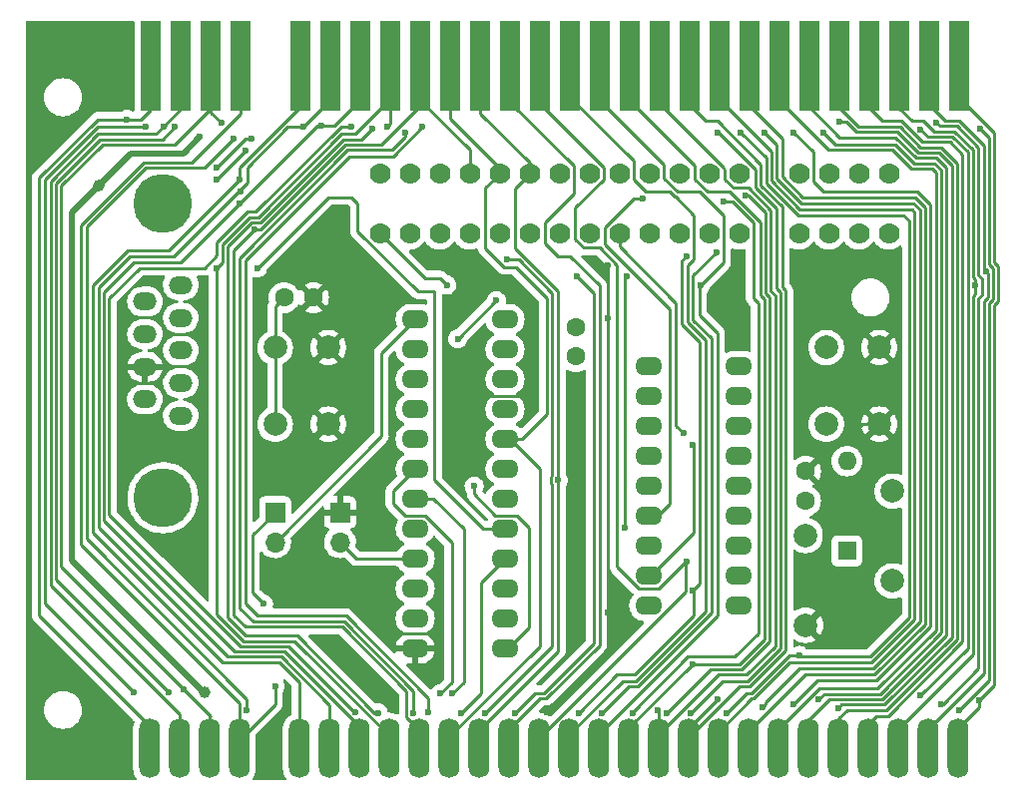
<source format=gtl>
G04 #@! TF.GenerationSoftware,KiCad,Pcbnew,(6.0.11)*
G04 #@! TF.CreationDate,2023-05-12T09:27:07+02:00*
G04 #@! TF.ProjectId,DandaCartBase,44616e64-6143-4617-9274-426173652e6b,rev?*
G04 #@! TF.SameCoordinates,Original*
G04 #@! TF.FileFunction,Copper,L1,Top*
G04 #@! TF.FilePolarity,Positive*
%FSLAX46Y46*%
G04 Gerber Fmt 4.6, Leading zero omitted, Abs format (unit mm)*
G04 Created by KiCad (PCBNEW (6.0.11)) date 2023-05-12 09:27:07*
%MOMM*%
%LPD*%
G01*
G04 APERTURE LIST*
G04 #@! TA.AperFunction,ComponentPad*
%ADD10O,2.300000X1.600000*%
G04 #@! TD*
G04 #@! TA.AperFunction,ComponentPad*
%ADD11C,1.998980*%
G04 #@! TD*
G04 #@! TA.AperFunction,ConnectorPad*
%ADD12O,1.778000X5.080000*%
G04 #@! TD*
G04 #@! TA.AperFunction,ConnectorPad*
%ADD13R,1.778000X7.620000*%
G04 #@! TD*
G04 #@! TA.AperFunction,ComponentPad*
%ADD14C,2.000000*%
G04 #@! TD*
G04 #@! TA.AperFunction,ComponentPad*
%ADD15C,1.600000*%
G04 #@! TD*
G04 #@! TA.AperFunction,ComponentPad*
%ADD16R,1.700000X1.700000*%
G04 #@! TD*
G04 #@! TA.AperFunction,ComponentPad*
%ADD17O,1.700000X1.700000*%
G04 #@! TD*
G04 #@! TA.AperFunction,ComponentPad*
%ADD18C,5.001260*%
G04 #@! TD*
G04 #@! TA.AperFunction,ComponentPad*
%ADD19O,1.998980X1.501140*%
G04 #@! TD*
G04 #@! TA.AperFunction,ComponentPad*
%ADD20R,1.600000X1.600000*%
G04 #@! TD*
G04 #@! TA.AperFunction,ComponentPad*
%ADD21O,1.600000X1.600000*%
G04 #@! TD*
G04 #@! TA.AperFunction,ComponentPad*
%ADD22C,1.778000*%
G04 #@! TD*
G04 #@! TA.AperFunction,ViaPad*
%ADD23C,1.000000*%
G04 #@! TD*
G04 #@! TA.AperFunction,ViaPad*
%ADD24C,0.600000*%
G04 #@! TD*
G04 #@! TA.AperFunction,Conductor*
%ADD25C,0.500000*%
G04 #@! TD*
G04 #@! TA.AperFunction,Conductor*
%ADD26C,0.250000*%
G04 #@! TD*
G04 APERTURE END LIST*
D10*
X164700000Y-84825000D03*
X164700000Y-87365000D03*
X164700000Y-89905000D03*
X164700000Y-92445000D03*
X164700000Y-94985000D03*
X164700000Y-97525000D03*
X164700000Y-100065000D03*
X164700000Y-102605000D03*
X164700000Y-105145000D03*
X172320000Y-105145000D03*
X172320000Y-102605000D03*
X172320000Y-100065000D03*
X172320000Y-97525000D03*
X172320000Y-94985000D03*
X172320000Y-92445000D03*
X172320000Y-89905000D03*
X172320000Y-87365000D03*
X172320000Y-84825000D03*
D11*
X178000000Y-99190000D03*
X178000000Y-106810000D03*
D10*
X144880000Y-80840000D03*
X144880000Y-83380000D03*
X144880000Y-85920000D03*
X144880000Y-88460000D03*
X144880000Y-91000000D03*
X144880000Y-93540000D03*
X144880000Y-96080000D03*
X144880000Y-98620000D03*
X144880000Y-101160000D03*
X144880000Y-103700000D03*
X144880000Y-106240000D03*
X144880000Y-108780000D03*
X152500000Y-108780000D03*
X152500000Y-106240000D03*
X152500000Y-103700000D03*
X152500000Y-101160000D03*
X152500000Y-98620000D03*
X152500000Y-96080000D03*
X152500000Y-93540000D03*
X152500000Y-91000000D03*
X152500000Y-88460000D03*
X152500000Y-85920000D03*
X152500000Y-83380000D03*
X152500000Y-80840000D03*
D12*
X122349000Y-117284000D03*
X124889000Y-117284000D03*
X127429000Y-117284000D03*
X129969000Y-117284000D03*
X135049000Y-117284000D03*
X137589000Y-117284000D03*
X140129000Y-117284000D03*
X142669000Y-117284000D03*
X145209000Y-117284000D03*
X147749000Y-117284000D03*
X150289000Y-117284000D03*
X152829000Y-117284000D03*
X155369000Y-117284000D03*
X157909000Y-117284000D03*
X160449000Y-117284000D03*
X162989000Y-117284000D03*
X165529000Y-117284000D03*
X168069000Y-117284000D03*
X170609000Y-117284000D03*
X173149000Y-117284000D03*
X175689000Y-117284000D03*
X178229000Y-117284000D03*
X180769000Y-117284000D03*
X183309000Y-117284000D03*
X185849000Y-117284000D03*
X188389000Y-117284000D03*
X190929000Y-117284000D03*
D13*
X122456000Y-59375000D03*
X124996000Y-59375000D03*
X127536000Y-59375000D03*
X130076000Y-59375000D03*
X135156000Y-59375000D03*
X137696000Y-59375000D03*
X140236000Y-59375000D03*
X142776000Y-59375000D03*
X145316000Y-59375000D03*
X147856000Y-59375000D03*
X150396000Y-59375000D03*
X152936000Y-59375000D03*
X155476000Y-59375000D03*
X158016000Y-59375000D03*
X160556000Y-59375000D03*
X163096000Y-59375000D03*
X165636000Y-59375000D03*
X168176000Y-59375000D03*
X170716000Y-59375000D03*
X173256000Y-59375000D03*
X175796000Y-59375000D03*
X178336000Y-59375000D03*
X180876000Y-59375000D03*
X183416000Y-59375000D03*
X185956000Y-59375000D03*
X188496000Y-59375000D03*
X191036000Y-59375000D03*
D11*
X185358923Y-103063357D03*
X185358923Y-95443357D03*
D14*
X179750000Y-89750000D03*
X179750000Y-83250000D03*
X184250000Y-83250000D03*
X184250000Y-89750000D03*
D15*
X133750000Y-79000000D03*
X136250000Y-79000000D03*
D14*
X133000000Y-83250000D03*
X133000000Y-89750000D03*
X137500000Y-83250000D03*
X137500000Y-89750000D03*
D16*
X133000000Y-97225000D03*
D17*
X133000000Y-99765000D03*
D15*
X178000000Y-96250000D03*
X178000000Y-93750000D03*
D18*
X123468000Y-95994260D03*
X123468000Y-71005740D03*
D19*
X124986920Y-77960260D03*
X124986920Y-80728860D03*
X124986920Y-83500000D03*
X124986920Y-86271140D03*
X124986920Y-89039740D03*
X121949080Y-79344560D03*
X121949080Y-82115700D03*
X121949080Y-84884300D03*
X121949080Y-87655440D03*
D16*
X138500000Y-97225000D03*
D17*
X138500000Y-99765000D03*
D20*
X181500000Y-100500000D03*
D21*
X181500000Y-92880000D03*
D22*
X185060000Y-73540000D03*
X185060000Y-68460000D03*
X182520000Y-73540000D03*
X182520000Y-68460000D03*
X179980000Y-73540000D03*
X179980000Y-68460000D03*
X177440000Y-73540000D03*
X177440000Y-68460000D03*
X172360000Y-73540000D03*
X172360000Y-68460000D03*
X169820000Y-73540000D03*
X169820000Y-68460000D03*
X167280000Y-73540000D03*
X167280000Y-68460000D03*
X164740000Y-73540000D03*
X164740000Y-68460000D03*
X162200000Y-73540000D03*
X162200000Y-68460000D03*
X159660000Y-73540000D03*
X159660000Y-68460000D03*
X157120000Y-73540000D03*
X157120000Y-68460000D03*
X154580000Y-73540000D03*
X154580000Y-68460000D03*
X152040000Y-73540000D03*
X152040000Y-68460000D03*
X149500000Y-73540000D03*
X149500000Y-68460000D03*
X146960000Y-73540000D03*
X146960000Y-68460000D03*
X144420000Y-73540000D03*
X144420000Y-68460000D03*
X141880000Y-73540000D03*
X141880000Y-68460000D03*
D15*
X158500000Y-84000000D03*
X158500000Y-81500000D03*
D23*
X127000000Y-112500000D03*
X118000000Y-69500000D03*
D24*
X126625000Y-65375000D03*
X131591291Y-87362373D03*
X140500000Y-111500000D03*
X143000000Y-87000000D03*
X132500000Y-116000000D03*
X158500000Y-105500000D03*
X161191589Y-76308411D03*
X155000000Y-86500000D03*
X170000000Y-80000000D03*
X148000000Y-94000000D03*
X155000000Y-80500000D03*
X178000000Y-79000000D03*
X178000000Y-76500000D03*
X178000000Y-103000000D03*
X158500000Y-98000000D03*
X182000000Y-81500000D03*
X149000000Y-89000000D03*
X139000000Y-72000000D03*
X135000000Y-93500000D03*
X181500000Y-107500000D03*
X172500000Y-75500000D03*
X170000000Y-79000000D03*
X136000000Y-104000000D03*
X156044588Y-114230205D03*
X158500000Y-89000000D03*
X147711131Y-84880036D03*
X125500000Y-100000000D03*
X138000000Y-108000000D03*
X161239604Y-105760396D03*
X147000000Y-107500000D03*
X154272124Y-79218491D03*
X137000000Y-108000000D03*
X113500000Y-109500000D03*
X161239604Y-80760396D03*
X142000000Y-112500000D03*
X143236525Y-107484546D03*
X191000000Y-114000000D03*
X192808411Y-64691589D03*
X189074161Y-64129339D03*
X189487750Y-113487750D03*
X187752527Y-64747473D03*
X187750000Y-112750000D03*
X180769000Y-113847822D03*
X180876000Y-64067589D03*
X179116469Y-113116469D03*
X179500000Y-65000000D03*
X132000000Y-105000000D03*
X177000000Y-65000000D03*
X176982938Y-113482938D03*
X174308411Y-113808411D03*
X174500000Y-65000000D03*
X171308411Y-114308411D03*
X172500000Y-65000000D03*
X177500000Y-109375500D03*
X168250000Y-114250000D03*
X170500000Y-65000000D03*
X192691589Y-113191589D03*
X193274500Y-76812250D03*
X192374500Y-78000000D03*
X148000000Y-112624500D03*
X170500000Y-113124500D03*
X172930045Y-70368455D03*
X166250000Y-114250000D03*
X163314493Y-114283190D03*
X171000000Y-70875500D03*
X170409500Y-75182125D03*
X160750000Y-114250000D03*
X158568394Y-77204790D03*
X153357535Y-114259287D03*
X152679089Y-75795911D03*
X150837616Y-114279205D03*
X146000000Y-114182911D03*
X145500000Y-64500000D03*
X144000000Y-65000000D03*
X144750000Y-114250000D03*
X141750000Y-114250000D03*
X141196752Y-64686426D03*
X139500000Y-64500000D03*
X139816589Y-114183411D03*
X129500000Y-65500000D03*
X130593500Y-114000000D03*
X124000000Y-112500000D03*
X124500000Y-64500000D03*
X128000000Y-68000000D03*
X131000000Y-65500000D03*
X121000000Y-112500000D03*
X122000000Y-64500000D03*
X147000000Y-112624500D03*
X165491525Y-113997175D03*
X168400000Y-110124500D03*
X151750000Y-79250000D03*
X148500000Y-82500000D03*
X169074500Y-78000000D03*
X167931802Y-101431802D03*
X157000000Y-94500000D03*
X131250000Y-73250000D03*
X131500000Y-76500000D03*
X128000000Y-76500000D03*
X142500000Y-64500000D03*
X130000000Y-71000000D03*
X136950000Y-64450000D03*
X135380000Y-64500000D03*
X130034099Y-70034099D03*
X130000000Y-69000000D03*
X147555193Y-77944807D03*
X133000000Y-112000000D03*
X148808411Y-114308411D03*
X128433411Y-64183411D03*
X125250000Y-112250000D03*
X123500000Y-64500000D03*
X128000000Y-69000000D03*
X130500000Y-66500000D03*
X120450000Y-63875500D03*
X167624500Y-90500000D03*
X149875500Y-95000000D03*
X164150500Y-70624500D03*
X162624500Y-98500000D03*
X162808411Y-77191589D03*
X168425500Y-103869500D03*
X158750000Y-114250000D03*
X167869500Y-75500000D03*
X168375500Y-91500000D03*
D25*
X115750000Y-101300000D02*
X126950000Y-112500000D01*
X126950000Y-112500000D02*
X127000000Y-112500000D01*
X118000000Y-69500000D02*
X115750000Y-71750000D01*
X115750000Y-71750000D02*
X115750000Y-101300000D01*
X120750000Y-66750000D02*
X118000000Y-69500000D01*
X125250000Y-66750000D02*
X120750000Y-66750000D01*
X126625000Y-65375000D02*
X125250000Y-66750000D01*
D26*
X178000000Y-93750000D02*
X179500000Y-95250000D01*
X154165000Y-87335000D02*
X150665000Y-87335000D01*
X180250000Y-91500000D02*
X178000000Y-93750000D01*
X182835787Y-89750000D02*
X181085787Y-91500000D01*
X156044588Y-114023610D02*
X156044588Y-114230205D01*
X179500000Y-105310000D02*
X178000000Y-106810000D01*
X179500000Y-95250000D02*
X179500000Y-105310000D01*
X146984546Y-107484546D02*
X147000000Y-107500000D01*
X161239604Y-108828594D02*
X156044588Y-114023610D01*
X143236525Y-107484546D02*
X146984546Y-107484546D01*
X161239604Y-80760396D02*
X161239604Y-108828594D01*
X181085787Y-91500000D02*
X180250000Y-91500000D01*
X161191589Y-76308411D02*
X161239604Y-76356426D01*
X184250000Y-89750000D02*
X182835787Y-89750000D01*
X150665000Y-87335000D02*
X149000000Y-89000000D01*
X161239604Y-76356426D02*
X161239604Y-80760396D01*
X155000000Y-86500000D02*
X155000000Y-80500000D01*
X155000000Y-86500000D02*
X154165000Y-87335000D01*
X193899500Y-76553366D02*
X193550000Y-76203866D01*
X193550000Y-76203866D02*
X193550000Y-65433178D01*
X193899500Y-79131676D02*
X193899500Y-76553366D01*
X193550000Y-65433178D02*
X192808411Y-64691589D01*
X191000000Y-114000000D02*
X193550000Y-111450000D01*
X193550000Y-79481176D02*
X193899500Y-79131676D01*
X193550000Y-111450000D02*
X193550000Y-79481176D01*
X190813604Y-64450000D02*
X189394822Y-64450000D01*
X192650000Y-66286396D02*
X190813604Y-64450000D01*
X192650000Y-77071634D02*
X192650000Y-66286396D01*
X192650000Y-110466822D02*
X192650000Y-79108384D01*
X189629072Y-113487750D02*
X192650000Y-110466822D01*
X192999500Y-77421134D02*
X192650000Y-77071634D01*
X189487750Y-113487750D02*
X189629072Y-113487750D01*
X192650000Y-79108384D02*
X192999500Y-78758884D01*
X189394822Y-64450000D02*
X189074161Y-64129339D01*
X192999500Y-78758884D02*
X192999500Y-77421134D01*
X190440812Y-65350000D02*
X191750000Y-66659188D01*
X191750000Y-108750000D02*
X187750000Y-112750000D01*
X191750000Y-66659188D02*
X191750000Y-108750000D01*
X188355054Y-65350000D02*
X190440812Y-65350000D01*
X187752527Y-64747473D02*
X188355054Y-65350000D01*
X185799085Y-64950000D02*
X187549085Y-66700000D01*
X190400000Y-107827208D02*
X184677208Y-113550000D01*
X189302297Y-66700000D02*
X190400000Y-67797703D01*
X181066822Y-113550000D02*
X180769000Y-113847822D01*
X182313604Y-64950000D02*
X185799085Y-64950000D01*
X180876000Y-64067589D02*
X181431193Y-64067589D01*
X184677208Y-113550000D02*
X181066822Y-113550000D01*
X187549085Y-66700000D02*
X189302297Y-66700000D01*
X190400000Y-67797703D02*
X190400000Y-107827208D01*
X181431193Y-64067589D02*
X182313604Y-64950000D01*
X185576293Y-66000000D02*
X180500000Y-66000000D01*
X180500000Y-66000000D02*
X179500000Y-65000000D01*
X131074500Y-99150500D02*
X133000000Y-97225000D01*
X189500000Y-68170495D02*
X188929505Y-67600000D01*
X132000000Y-105000000D02*
X131074500Y-104074500D01*
X187176293Y-67600000D02*
X185576293Y-66000000D01*
X131074500Y-104074500D02*
X131074500Y-99150500D01*
X188929505Y-67600000D02*
X187176293Y-67600000D01*
X184304416Y-112650000D02*
X189500000Y-107454416D01*
X179116469Y-113116469D02*
X179582938Y-112650000D01*
X179582938Y-112650000D02*
X184304416Y-112650000D01*
X189500000Y-107454416D02*
X189500000Y-68170495D01*
X178965876Y-111500000D02*
X184000000Y-111500000D01*
X184000000Y-111500000D02*
X188600000Y-106900000D01*
X176982938Y-113482938D02*
X178965876Y-111500000D01*
X188600000Y-106900000D02*
X188600000Y-71100000D01*
X188600000Y-71100000D02*
X187500000Y-70000000D01*
X179500000Y-70000000D02*
X178654000Y-69154000D01*
X178654000Y-66654000D02*
X177000000Y-65000000D01*
X187500000Y-70000000D02*
X179500000Y-70000000D01*
X178654000Y-69154000D02*
X178654000Y-66654000D01*
X187700000Y-71563604D02*
X187136396Y-71000000D01*
X174616822Y-113500000D02*
X174616822Y-113383178D01*
X177626748Y-71000000D02*
X175550000Y-68923252D01*
X175550000Y-68923252D02*
X175550000Y-66050000D01*
X177500000Y-110500000D02*
X183727208Y-110500000D01*
X183727208Y-110500000D02*
X187700000Y-106527208D01*
X187136396Y-71000000D02*
X177626748Y-71000000D01*
X175550000Y-66050000D02*
X174500000Y-65000000D01*
X174616822Y-113383178D02*
X177500000Y-110500000D01*
X174308411Y-113808411D02*
X174616822Y-113500000D01*
X187700000Y-106527208D02*
X187700000Y-71563604D01*
X177624500Y-109500000D02*
X183454416Y-109500000D01*
X176624500Y-109375500D02*
X173400000Y-112600000D01*
X177500000Y-109375500D02*
X176624500Y-109375500D01*
X173016822Y-112600000D02*
X171308411Y-114308411D01*
X173400000Y-112600000D02*
X173016822Y-112600000D01*
X174650000Y-69296044D02*
X174650000Y-67150000D01*
X186300000Y-72000000D02*
X177353956Y-72000000D01*
X186800000Y-106154416D02*
X186800000Y-72500000D01*
X183454416Y-109500000D02*
X186800000Y-106154416D01*
X177500000Y-109375500D02*
X177624500Y-109500000D01*
X174650000Y-67150000D02*
X172500000Y-65000000D01*
X186800000Y-72500000D02*
X186300000Y-72000000D01*
X177353956Y-72000000D02*
X174650000Y-69296044D01*
X173086396Y-111550000D02*
X175850000Y-108786396D01*
X168250000Y-114250000D02*
X170950000Y-111550000D01*
X170950000Y-111550000D02*
X173086396Y-111550000D01*
X170616856Y-65000000D02*
X170500000Y-65000000D01*
X173750000Y-68133144D02*
X170616856Y-65000000D01*
X175500000Y-78245406D02*
X175500000Y-71418836D01*
X175500000Y-71418836D02*
X173750000Y-69668836D01*
X175850000Y-78595406D02*
X175500000Y-78245406D01*
X175850000Y-108786396D02*
X175850000Y-78595406D01*
X173750000Y-69668836D02*
X173750000Y-68133144D01*
X194000000Y-76017470D02*
X194000000Y-65000000D01*
X192691589Y-113808411D02*
X190929000Y-115571000D01*
X194349500Y-76366970D02*
X194000000Y-76017470D01*
X194000000Y-79667572D02*
X194349500Y-79318072D01*
X194000000Y-65000000D02*
X191036000Y-62036000D01*
X194349500Y-79318072D02*
X194349500Y-76366970D01*
X194000000Y-111883178D02*
X194000000Y-79667572D01*
X192691589Y-113191589D02*
X194000000Y-111883178D01*
X191036000Y-62036000D02*
X191036000Y-59375000D01*
X190929000Y-115571000D02*
X190929000Y-117284000D01*
X192691589Y-113191589D02*
X192691589Y-113808411D01*
X191000000Y-64000000D02*
X193100000Y-66100000D01*
X188389000Y-115611000D02*
X188389000Y-117284000D01*
X188496000Y-62668000D02*
X189828000Y-64000000D01*
X193100000Y-66100000D02*
X193100000Y-76637750D01*
X188496000Y-59375000D02*
X188496000Y-62668000D01*
X193100000Y-76637750D02*
X193449500Y-76987250D01*
X193100000Y-110900000D02*
X188389000Y-115611000D01*
X193449500Y-78945280D02*
X193100000Y-79294780D01*
X193100000Y-79294780D02*
X193100000Y-110900000D01*
X193449500Y-76987250D02*
X193449500Y-78945280D01*
X189828000Y-64000000D02*
X191000000Y-64000000D01*
X185956000Y-59375000D02*
X185956000Y-62956000D01*
X185956000Y-62956000D02*
X187000000Y-64000000D01*
X187000000Y-64000000D02*
X188000000Y-64000000D01*
X192374500Y-77432530D02*
X192374500Y-78747488D01*
X185849000Y-115651000D02*
X185849000Y-117284000D01*
X188000000Y-64000000D02*
X188900000Y-64900000D01*
X192200000Y-66472792D02*
X192200000Y-77258030D01*
X188900000Y-64900000D02*
X190627208Y-64900000D01*
X190627208Y-64900000D02*
X192200000Y-66472792D01*
X192374500Y-78747488D02*
X192200000Y-78921988D01*
X192200000Y-78921988D02*
X192200000Y-109300000D01*
X192200000Y-109300000D02*
X185849000Y-115651000D01*
X192200000Y-77258030D02*
X192374500Y-77432530D01*
X191300000Y-108200000D02*
X185000000Y-114500000D01*
X187921877Y-65800000D02*
X190254416Y-65800000D01*
X184500000Y-64000000D02*
X186121877Y-64000000D01*
X191300000Y-66845584D02*
X191300000Y-108200000D01*
X183416000Y-62916000D02*
X184500000Y-64000000D01*
X186121877Y-64000000D02*
X187921877Y-65800000D01*
X190254416Y-65800000D02*
X191300000Y-66845584D01*
X183309000Y-115191000D02*
X183309000Y-117284000D01*
X183416000Y-59375000D02*
X183416000Y-62916000D01*
X185000000Y-114500000D02*
X184000000Y-114500000D01*
X184000000Y-114500000D02*
X183309000Y-115191000D01*
X180769000Y-114731000D02*
X180769000Y-117284000D01*
X189488693Y-66250000D02*
X190850000Y-67611307D01*
X190850000Y-108013604D02*
X184863604Y-114000000D01*
X190850000Y-67611307D02*
X190850000Y-108013604D01*
X187735481Y-66250000D02*
X189488693Y-66250000D01*
X181500000Y-114000000D02*
X180769000Y-114731000D01*
X180876000Y-62876000D02*
X182500000Y-64500000D01*
X185985481Y-64500000D02*
X187735481Y-66250000D01*
X184863604Y-114000000D02*
X181500000Y-114000000D01*
X182500000Y-64500000D02*
X185985481Y-64500000D01*
X180876000Y-59375000D02*
X180876000Y-62876000D01*
X178229000Y-114887116D02*
X178229000Y-117284000D01*
X189115901Y-67150000D02*
X189950000Y-67984099D01*
X180016116Y-113100000D02*
X178229000Y-114887116D01*
X189950000Y-67984099D02*
X189950000Y-107640812D01*
X178336000Y-59375000D02*
X178336000Y-62836000D01*
X185612689Y-65400000D02*
X187362689Y-67150000D01*
X189950000Y-107640812D02*
X184490812Y-113100000D01*
X180900000Y-65400000D02*
X185612689Y-65400000D01*
X184490812Y-113100000D02*
X180016116Y-113100000D01*
X178336000Y-62836000D02*
X180900000Y-65400000D01*
X187362689Y-67150000D02*
X189115901Y-67150000D01*
X175689000Y-115660054D02*
X175689000Y-117284000D01*
X175796000Y-59375000D02*
X175796000Y-62296000D01*
X179149054Y-112200000D02*
X175689000Y-115660054D01*
X189050000Y-107268020D02*
X184118020Y-112200000D01*
X188743109Y-68050000D02*
X189050000Y-68356891D01*
X184118020Y-112200000D02*
X179149054Y-112200000D01*
X179950000Y-66450000D02*
X185389897Y-66450000D01*
X186989897Y-68050000D02*
X188743109Y-68050000D01*
X189050000Y-68356891D02*
X189050000Y-107268020D01*
X175796000Y-62296000D02*
X179950000Y-66450000D01*
X185389897Y-66450000D02*
X186989897Y-68050000D01*
X173256000Y-59375000D02*
X173256000Y-62756000D01*
X173149000Y-115851000D02*
X173149000Y-117284000D01*
X188150000Y-71377208D02*
X188150000Y-106713604D01*
X183863604Y-111000000D02*
X178000000Y-111000000D01*
X177763144Y-70500000D02*
X187272792Y-70500000D01*
X187272792Y-70500000D02*
X188150000Y-71377208D01*
X176000000Y-68736856D02*
X177763144Y-70500000D01*
X188150000Y-106713604D02*
X183863604Y-111000000D01*
X173256000Y-62756000D02*
X176000000Y-65500000D01*
X178000000Y-111000000D02*
X173149000Y-115851000D01*
X176000000Y-65500000D02*
X176000000Y-68736856D01*
X183590812Y-110000000D02*
X176636396Y-110000000D01*
X175100000Y-66600000D02*
X175100000Y-69109648D01*
X187250000Y-106340812D02*
X183590812Y-110000000D01*
X170609000Y-115891000D02*
X170609000Y-117284000D01*
X187000000Y-71500000D02*
X187250000Y-71750000D01*
X170716000Y-59375000D02*
X170716000Y-62216000D01*
X173450000Y-113050000D02*
X170609000Y-115891000D01*
X170716000Y-62216000D02*
X175100000Y-66600000D01*
X187250000Y-71750000D02*
X187250000Y-106340812D01*
X176636396Y-110000000D02*
X173586396Y-113050000D01*
X173586396Y-113050000D02*
X173450000Y-113050000D01*
X175100000Y-69109648D02*
X177490352Y-71500000D01*
X177490352Y-71500000D02*
X187000000Y-71500000D01*
X176300000Y-108972792D02*
X173272792Y-112000000D01*
X168069000Y-116349674D02*
X168069000Y-117284000D01*
X176000000Y-71282440D02*
X176000000Y-78109010D01*
X169500000Y-64000000D02*
X170500000Y-64000000D01*
X148000000Y-112624500D02*
X149000000Y-111624500D01*
X149000000Y-111624500D02*
X149000000Y-98660000D01*
X174200000Y-67700000D02*
X174200000Y-69482440D01*
X168176000Y-59375000D02*
X168176000Y-62676000D01*
X176300000Y-78409010D02*
X176300000Y-108972792D01*
X176000000Y-78109010D02*
X176300000Y-78409010D01*
X168069000Y-117284000D02*
X168069000Y-115555500D01*
X149000000Y-98660000D02*
X146420000Y-96080000D01*
X172418674Y-112000000D02*
X168069000Y-116349674D01*
X168069000Y-115555500D02*
X170500000Y-113124500D01*
X170500000Y-64000000D02*
X174200000Y-67700000D01*
X146420000Y-96080000D02*
X144880000Y-96080000D01*
X173272792Y-112000000D02*
X172418674Y-112000000D01*
X168176000Y-62676000D02*
X169500000Y-64000000D01*
X174200000Y-69482440D02*
X176000000Y-71282440D01*
X166250000Y-114250000D02*
X169950000Y-110550000D01*
X174600000Y-78618198D02*
X174600000Y-71791628D01*
X169950000Y-110550000D02*
X172586396Y-110550000D01*
X174600000Y-71791628D02*
X173176827Y-70368455D01*
X174950000Y-108186396D02*
X174950000Y-78968198D01*
X174950000Y-78968198D02*
X174600000Y-78618198D01*
X172586396Y-110550000D02*
X174950000Y-108186396D01*
X173176827Y-70368455D02*
X172930045Y-70368455D01*
X171785852Y-70875500D02*
X171000000Y-70875500D01*
X173574000Y-79074000D02*
X173574000Y-72663648D01*
X174000000Y-107500000D02*
X174000000Y-79500000D01*
X168000000Y-109500000D02*
X172000000Y-109500000D01*
X173574000Y-72663648D02*
X171785852Y-70875500D01*
X163314493Y-114185507D02*
X168000000Y-109500000D01*
X172000000Y-109500000D02*
X174000000Y-107500000D01*
X163314493Y-114283190D02*
X163314493Y-114185507D01*
X174000000Y-79500000D02*
X173574000Y-79074000D01*
X163000000Y-112000000D02*
X160750000Y-114250000D01*
X170000000Y-82490812D02*
X170000000Y-105772792D01*
X168450000Y-77141625D02*
X168450000Y-80940812D01*
X168450000Y-80940812D02*
X170000000Y-82490812D01*
X170409500Y-75182125D02*
X168450000Y-77141625D01*
X163772792Y-112000000D02*
X163000000Y-112000000D01*
X170000000Y-105772792D02*
X163772792Y-112000000D01*
X133000000Y-79750000D02*
X133750000Y-79000000D01*
X133000000Y-83250000D02*
X133000000Y-79750000D01*
X133000000Y-83250000D02*
X133000000Y-89750000D01*
X155813604Y-112550000D02*
X155066822Y-112550000D01*
X155066822Y-112550000D02*
X153357535Y-114259287D01*
X160000000Y-78636396D02*
X160000000Y-108363604D01*
X158568394Y-77204790D02*
X160000000Y-78636396D01*
X160000000Y-108363604D02*
X155813604Y-112550000D01*
X152679089Y-75795911D02*
X153659515Y-75795911D01*
X153659515Y-75795911D02*
X156500000Y-78636396D01*
X156500000Y-108616821D02*
X150837616Y-114279205D01*
X156375000Y-94241116D02*
X156375000Y-94758884D01*
X156500000Y-94116116D02*
X156375000Y-94241116D01*
X156500000Y-78636396D02*
X156500000Y-94116116D01*
X156500000Y-94883884D02*
X156500000Y-108616821D01*
X156375000Y-94758884D02*
X156500000Y-94883884D01*
X146000000Y-114182911D02*
X146000000Y-113000000D01*
X130450000Y-75822792D02*
X139272792Y-67000000D01*
X146000000Y-113000000D02*
X139000000Y-106000000D01*
X139272792Y-67000000D02*
X143000000Y-67000000D01*
X131500000Y-106000000D02*
X130450000Y-104950000D01*
X130450000Y-104950000D02*
X130450000Y-75822792D01*
X143000000Y-67000000D02*
X145500000Y-64500000D01*
X139000000Y-106000000D02*
X131500000Y-106000000D01*
X131136396Y-106500000D02*
X138863604Y-106500000D01*
X138863604Y-106500000D02*
X144750000Y-112386396D01*
X144750000Y-112386396D02*
X144750000Y-114250000D01*
X144000000Y-65363604D02*
X142888604Y-66475000D01*
X142888604Y-66475000D02*
X139161396Y-66475000D01*
X130000000Y-105363604D02*
X131136396Y-106500000D01*
X139161396Y-66475000D02*
X130000000Y-75636396D01*
X130000000Y-75636396D02*
X130000000Y-105363604D01*
X144000000Y-65000000D02*
X144000000Y-65363604D01*
X130472792Y-107700000D02*
X128950000Y-106177208D01*
X140308178Y-65575000D02*
X141196752Y-64686426D01*
X138788604Y-65575000D02*
X140308178Y-65575000D01*
X141403458Y-114250000D02*
X134853458Y-107700000D01*
X130991116Y-72625000D02*
X131738604Y-72625000D01*
X128950000Y-74666116D02*
X130991116Y-72625000D01*
X128950000Y-106177208D02*
X128950000Y-74666116D01*
X131738604Y-72625000D02*
X138788604Y-65575000D01*
X141750000Y-114250000D02*
X141403458Y-114250000D01*
X134853458Y-107700000D02*
X130472792Y-107700000D01*
X128050000Y-74293324D02*
X130618324Y-71725000D01*
X138590812Y-64500000D02*
X139500000Y-64500000D01*
X118900000Y-97400000D02*
X118900000Y-79100000D01*
X139683411Y-114183411D02*
X134100000Y-108600000D01*
X118900000Y-79100000D02*
X121500000Y-76500000D01*
X131365812Y-71725000D02*
X138590812Y-64500000D01*
X128050000Y-75450000D02*
X128050000Y-74293324D01*
X130618324Y-71725000D02*
X131365812Y-71725000D01*
X130100000Y-108600000D02*
X118900000Y-97400000D01*
X134100000Y-108600000D02*
X130100000Y-108600000D01*
X139816589Y-114183411D02*
X139683411Y-114183411D01*
X121500000Y-76500000D02*
X127000000Y-76500000D01*
X127000000Y-76500000D02*
X128050000Y-75450000D01*
X127000000Y-68000000D02*
X129500000Y-65500000D01*
X122000000Y-68000000D02*
X127000000Y-68000000D01*
X117000000Y-99500000D02*
X117000000Y-73000000D01*
X117000000Y-73000000D02*
X122000000Y-68000000D01*
X130593500Y-114000000D02*
X130593500Y-113093500D01*
X130593500Y-113093500D02*
X117000000Y-99500000D01*
X131000000Y-65500000D02*
X130500000Y-65500000D01*
X118165188Y-65575000D02*
X114400000Y-69340188D01*
X123425000Y-65575000D02*
X118165188Y-65575000D01*
X114400000Y-102900000D02*
X124000000Y-112500000D01*
X114400000Y-69340188D02*
X114400000Y-102900000D01*
X124500000Y-64500000D02*
X123425000Y-65575000D01*
X130500000Y-65500000D02*
X128000000Y-68000000D01*
X113500000Y-105000000D02*
X121000000Y-112500000D01*
X117967396Y-64500000D02*
X113500000Y-68967396D01*
X113500000Y-68967396D02*
X113500000Y-105000000D01*
X122000000Y-64500000D02*
X117967396Y-64500000D01*
X165529000Y-117284000D02*
X165529000Y-114034650D01*
X170616116Y-111000000D02*
X165529000Y-116087116D01*
X173000000Y-111000000D02*
X170616116Y-111000000D01*
X175050000Y-78431802D02*
X175400000Y-78781802D01*
X171146000Y-68146000D02*
X171146000Y-68962856D01*
X165529000Y-114034650D02*
X165491525Y-113997175D01*
X165636000Y-62559144D02*
X171034000Y-67957144D01*
X148000000Y-111624500D02*
X148000000Y-99799010D01*
X143995000Y-97495000D02*
X143000000Y-96500000D01*
X145695990Y-97495000D02*
X143995000Y-97495000D01*
X171857144Y-69674000D02*
X173118768Y-69674000D01*
X171146000Y-68962856D02*
X171857144Y-69674000D01*
X165636000Y-59375000D02*
X165636000Y-62559144D01*
X148000000Y-99799010D02*
X145695990Y-97495000D01*
X165529000Y-116087116D02*
X165529000Y-117284000D01*
X143000000Y-95420000D02*
X144880000Y-93540000D01*
X143000000Y-96500000D02*
X143000000Y-95420000D01*
X171034000Y-67957144D02*
X171034000Y-68034000D01*
X175400000Y-78781802D02*
X175400000Y-108600000D01*
X171034000Y-68034000D02*
X171146000Y-68146000D01*
X175400000Y-108600000D02*
X173000000Y-111000000D01*
X175050000Y-71605232D02*
X175050000Y-78431802D01*
X147000000Y-112624500D02*
X148000000Y-111624500D01*
X173118768Y-69674000D02*
X175050000Y-71605232D01*
X172400000Y-110100000D02*
X174500000Y-108000000D01*
X168606000Y-67806000D02*
X163096000Y-62296000D01*
X174500000Y-108000000D02*
X174500000Y-79154594D01*
X168424500Y-110100000D02*
X172400000Y-110100000D01*
X174150000Y-72603252D02*
X171546748Y-70000000D01*
X174500000Y-79154594D02*
X174150000Y-78804594D01*
X168606000Y-68962856D02*
X168606000Y-67806000D01*
X162989000Y-115511000D02*
X162989000Y-117284000D01*
X168400000Y-110124500D02*
X168424500Y-110100000D01*
X163096000Y-62296000D02*
X163096000Y-59375000D01*
X168400000Y-110100000D02*
X162989000Y-115511000D01*
X174150000Y-78804594D02*
X174150000Y-72603252D01*
X169643144Y-70000000D02*
X168606000Y-68962856D01*
X171546748Y-70000000D02*
X169643144Y-70000000D01*
X166000000Y-67740000D02*
X160556000Y-62296000D01*
X166000000Y-68896856D02*
X166000000Y-67740000D01*
X171034000Y-72034000D02*
X169000000Y-70000000D01*
X151750000Y-79250000D02*
X148500000Y-82500000D01*
X169000000Y-70000000D02*
X167103144Y-70000000D01*
X160449000Y-116051000D02*
X160449000Y-117284000D01*
X170500000Y-82000000D02*
X170500000Y-106000000D01*
X169000000Y-80500000D02*
X170500000Y-82000000D01*
X167103144Y-70000000D02*
X166000000Y-68896856D01*
X170500000Y-106000000D02*
X160449000Y-116051000D01*
X171034000Y-76040500D02*
X171034000Y-72034000D01*
X169000000Y-78074500D02*
X169000000Y-80500000D01*
X160556000Y-62296000D02*
X160556000Y-59375000D01*
X169074500Y-78000000D02*
X169000000Y-78074500D01*
X169074500Y-78000000D02*
X171034000Y-76040500D01*
X157909000Y-116091000D02*
X157909000Y-117284000D01*
X168500000Y-72500000D02*
X168494000Y-72506000D01*
X166950000Y-70450000D02*
X168500000Y-72000000D01*
X166466748Y-70000000D02*
X166916748Y-70450000D01*
X169500000Y-105636396D02*
X163586396Y-111550000D01*
X168500000Y-72000000D02*
X168500000Y-72500000D01*
X169500000Y-82627208D02*
X169500000Y-105636396D01*
X168494000Y-72506000D02*
X168494000Y-75759384D01*
X158016000Y-59375000D02*
X158016000Y-62016000D01*
X163414000Y-68962856D02*
X164451144Y-70000000D01*
X163586396Y-111550000D02*
X162450000Y-111550000D01*
X162450000Y-111550000D02*
X157909000Y-116091000D01*
X166916748Y-70450000D02*
X166950000Y-70450000D01*
X168494000Y-75759384D02*
X168000000Y-76253384D01*
X168000000Y-81127208D02*
X169500000Y-82627208D01*
X158016000Y-62016000D02*
X163414000Y-67414000D01*
X168000000Y-76253384D02*
X168000000Y-81127208D01*
X164451144Y-70000000D02*
X166466748Y-70000000D01*
X163414000Y-67414000D02*
X163414000Y-68962856D01*
X160874000Y-67957144D02*
X155476000Y-62559144D01*
X155476000Y-62559144D02*
X155476000Y-59375000D01*
X162000000Y-101845990D02*
X162000000Y-76232938D01*
X165515990Y-103730000D02*
X163884010Y-103730000D01*
X160521062Y-74754000D02*
X159157144Y-74754000D01*
X158446000Y-74042856D02*
X158446000Y-71390856D01*
X158446000Y-71390856D02*
X160874000Y-68962856D01*
X167814188Y-101431802D02*
X165515990Y-103730000D01*
X163884010Y-103730000D02*
X162000000Y-101845990D01*
X155369000Y-116416990D02*
X155369000Y-117284000D01*
X167800500Y-101563104D02*
X167800500Y-103985490D01*
X167931802Y-101431802D02*
X167814188Y-101431802D01*
X160874000Y-68962856D02*
X160874000Y-67957144D01*
X162000000Y-76232938D02*
X160521062Y-74754000D01*
X167800500Y-103985490D02*
X155369000Y-116416990D01*
X159157144Y-74754000D02*
X158446000Y-74042856D01*
X167931802Y-101431802D02*
X167800500Y-101563104D01*
X155906000Y-74406000D02*
X157000000Y-75500000D01*
X158334000Y-70166000D02*
X155906000Y-72594000D01*
X160500000Y-78000000D02*
X160500000Y-108500000D01*
X158334000Y-67834000D02*
X158334000Y-70166000D01*
X158000000Y-75500000D02*
X160500000Y-78000000D01*
X155500000Y-113000000D02*
X152829000Y-115671000D01*
X152936000Y-59375000D02*
X152936000Y-62436000D01*
X152936000Y-62436000D02*
X158334000Y-67834000D01*
X160500000Y-108500000D02*
X156000000Y-113000000D01*
X155906000Y-72594000D02*
X155906000Y-74406000D01*
X156000000Y-113000000D02*
X155500000Y-113000000D01*
X152829000Y-115671000D02*
X152829000Y-117284000D01*
X157000000Y-75500000D02*
X158000000Y-75500000D01*
X154580000Y-68460000D02*
X154580000Y-67580000D01*
X157000000Y-78500000D02*
X153304089Y-74804089D01*
X157000000Y-94500000D02*
X157000000Y-78500000D01*
X157000000Y-94500000D02*
X157000000Y-109000000D01*
X150396000Y-63396000D02*
X150396000Y-59375000D01*
X150289000Y-115711000D02*
X150289000Y-117284000D01*
X153304089Y-69735911D02*
X154580000Y-68460000D01*
X153304089Y-74804089D02*
X153304089Y-69735911D01*
X157000000Y-109000000D02*
X150289000Y-115711000D01*
X154580000Y-67580000D02*
X150396000Y-63396000D01*
X147749000Y-116251000D02*
X155425500Y-108574500D01*
X152925500Y-91000000D02*
X152500000Y-91000000D01*
X155425500Y-108574500D02*
X155425500Y-93500000D01*
X152040000Y-68460000D02*
X152040000Y-68040000D01*
X153420911Y-76420911D02*
X152420205Y-76420911D01*
X152500000Y-91000000D02*
X153925500Y-91000000D01*
X153925500Y-91000000D02*
X156050000Y-88875500D01*
X147856000Y-63856000D02*
X147856000Y-59375000D01*
X147749000Y-117284000D02*
X147749000Y-116251000D01*
X152420205Y-76420911D02*
X150826000Y-74826706D01*
X150826000Y-69674000D02*
X152040000Y-68460000D01*
X155425500Y-93500000D02*
X152925500Y-91000000D01*
X150826000Y-74826706D02*
X150826000Y-69674000D01*
X152040000Y-68040000D02*
X147856000Y-63856000D01*
X156050000Y-88875500D02*
X156050000Y-79050000D01*
X156050000Y-79050000D02*
X153420911Y-76420911D01*
X131250000Y-73250000D02*
X129500000Y-75000000D01*
X141975000Y-66025000D02*
X138975000Y-66025000D01*
X144125000Y-114625000D02*
X145209000Y-115709000D01*
X138677208Y-106950000D02*
X144125000Y-112397792D01*
X131750000Y-73250000D02*
X131250000Y-73250000D01*
X145316000Y-59375000D02*
X145316000Y-62296000D01*
X129500000Y-75000000D02*
X129500000Y-106000000D01*
X145316000Y-62684000D02*
X141975000Y-66025000D01*
X145316000Y-62296000D02*
X149500000Y-66480000D01*
X130450000Y-106950000D02*
X138677208Y-106950000D01*
X149500000Y-66480000D02*
X149500000Y-68460000D01*
X129500000Y-106000000D02*
X130450000Y-106950000D01*
X145209000Y-115709000D02*
X145209000Y-117284000D01*
X145316000Y-59375000D02*
X145316000Y-62684000D01*
X138975000Y-66025000D02*
X131750000Y-73250000D01*
X144125000Y-112397792D02*
X144125000Y-114625000D01*
X128000000Y-105863604D02*
X130286396Y-108150000D01*
X145123144Y-78500000D02*
X140000000Y-73376856D01*
X128000000Y-76500000D02*
X128000000Y-105863604D01*
X146500000Y-94500000D02*
X146500000Y-78500000D01*
X139758884Y-65125000D02*
X138602208Y-65125000D01*
X134667062Y-108150000D02*
X142669000Y-116151938D01*
X131552208Y-72175000D02*
X130804720Y-72175000D01*
X142669000Y-116151938D02*
X142669000Y-117284000D01*
X142776000Y-64224000D02*
X142776000Y-59375000D01*
X137500000Y-70500000D02*
X131500000Y-76500000D01*
X142500000Y-64500000D02*
X142776000Y-64224000D01*
X150620000Y-98620000D02*
X146500000Y-94500000D01*
X152500000Y-98620000D02*
X150620000Y-98620000D01*
X138602208Y-65125000D02*
X131552208Y-72175000D01*
X128500000Y-74479720D02*
X128500000Y-76000000D01*
X139500000Y-70500000D02*
X137500000Y-70500000D01*
X140000000Y-71000000D02*
X139500000Y-70500000D01*
X130286396Y-108150000D02*
X134667062Y-108150000D01*
X140000000Y-73376856D02*
X140000000Y-71000000D01*
X142776000Y-59375000D02*
X142776000Y-62107884D01*
X128500000Y-76000000D02*
X128000000Y-76500000D01*
X146500000Y-78500000D02*
X145123144Y-78500000D01*
X142776000Y-62107884D02*
X139758884Y-65125000D01*
X130804720Y-72175000D02*
X128500000Y-74479720D01*
X121000000Y-76000000D02*
X118450000Y-78550000D01*
X133800000Y-109050000D02*
X140129000Y-115379000D01*
X129550000Y-109050000D02*
X133800000Y-109050000D01*
X138004416Y-64450000D02*
X136950000Y-64450000D01*
X136950000Y-64450000D02*
X136550000Y-64450000D01*
X136550000Y-64450000D02*
X130000000Y-71000000D01*
X118450000Y-78550000D02*
X118450000Y-97950000D01*
X140236000Y-59375000D02*
X140236000Y-62218416D01*
X130000000Y-71000000D02*
X125000000Y-76000000D01*
X140236000Y-62218416D02*
X138004416Y-64450000D01*
X118450000Y-97950000D02*
X129550000Y-109050000D01*
X140129000Y-115379000D02*
X140129000Y-117284000D01*
X125000000Y-76000000D02*
X121000000Y-76000000D01*
X130625000Y-67943198D02*
X130625000Y-69258884D01*
X137696000Y-59375000D02*
X137696000Y-62184000D01*
X120636396Y-75500000D02*
X118000000Y-78136396D01*
X137589000Y-113589000D02*
X137589000Y-117284000D01*
X135380000Y-64500000D02*
X134068198Y-64500000D01*
X118000000Y-98500000D02*
X129000000Y-109500000D01*
X118000000Y-78136396D02*
X118000000Y-98500000D01*
X134068198Y-64500000D02*
X130625000Y-67943198D01*
X130625000Y-69258884D02*
X124383884Y-75500000D01*
X129000000Y-109500000D02*
X133500000Y-109500000D01*
X133500000Y-109500000D02*
X137589000Y-113589000D01*
X137696000Y-62184000D02*
X135380000Y-64500000D01*
X124383884Y-75500000D02*
X120636396Y-75500000D01*
X135049000Y-111685396D02*
X135049000Y-117284000D01*
X117500000Y-99000000D02*
X128500000Y-110000000D01*
X135156000Y-62775802D02*
X130000000Y-67931802D01*
X117500000Y-78000000D02*
X117500000Y-99000000D01*
X145689614Y-77349614D02*
X141880000Y-73540000D01*
X124000000Y-75000000D02*
X120500000Y-75000000D01*
X120500000Y-75000000D02*
X117500000Y-78000000D01*
X130000000Y-69000000D02*
X124000000Y-75000000D01*
X128500000Y-110000000D02*
X133363604Y-110000000D01*
X130000000Y-67931802D02*
X130000000Y-69000000D01*
X133363604Y-110000000D02*
X135049000Y-111685396D01*
X147555193Y-77944807D02*
X146960000Y-77349614D01*
X146960000Y-77349614D02*
X145689614Y-77349614D01*
X135156000Y-59375000D02*
X135156000Y-62775802D01*
X129969000Y-113469000D02*
X116500000Y-100000000D01*
X129969000Y-116531000D02*
X129969000Y-117284000D01*
X129969000Y-117284000D02*
X129969000Y-113469000D01*
X130076000Y-63424000D02*
X130076000Y-59375000D01*
X116500000Y-72863604D02*
X121813604Y-67550000D01*
X133000000Y-113500000D02*
X129969000Y-116531000D01*
X133000000Y-112000000D02*
X133000000Y-113500000D01*
X125950000Y-67550000D02*
X130076000Y-63424000D01*
X116500000Y-100000000D02*
X116500000Y-72863604D01*
X121813604Y-67550000D02*
X125950000Y-67550000D01*
X127500000Y-114500000D02*
X127429000Y-114571000D01*
X114850000Y-69526584D02*
X114850000Y-101850000D01*
X148808411Y-114308411D02*
X150500000Y-112616822D01*
X127429000Y-114571000D02*
X127429000Y-117284000D01*
X125250000Y-112250000D02*
X127500000Y-114500000D01*
X118351584Y-66025000D02*
X114850000Y-69526584D01*
X128433411Y-64183411D02*
X127536000Y-63286000D01*
X127536000Y-62964000D02*
X124475000Y-66025000D01*
X124475000Y-66025000D02*
X118351584Y-66025000D01*
X150500000Y-112616822D02*
X150500000Y-103160000D01*
X150500000Y-103160000D02*
X152500000Y-101160000D01*
X114850000Y-101850000D02*
X125250000Y-112250000D01*
X127536000Y-63286000D02*
X127536000Y-59375000D01*
X127536000Y-59375000D02*
X127536000Y-62964000D01*
X124889000Y-114389000D02*
X124889000Y-117284000D01*
X123500000Y-64500000D02*
X122875000Y-65125000D01*
X128000000Y-69000000D02*
X130500000Y-66500000D01*
X113950000Y-103450000D02*
X124889000Y-114389000D01*
X117978792Y-65125000D02*
X113950000Y-69153792D01*
X113950000Y-69153792D02*
X113950000Y-103450000D01*
X124996000Y-63004000D02*
X123500000Y-64500000D01*
X124996000Y-59375000D02*
X124996000Y-63004000D01*
X122875000Y-65125000D02*
X117978792Y-65125000D01*
X122349000Y-115349000D02*
X113000000Y-106000000D01*
X113000000Y-106000000D02*
X113000000Y-68831000D01*
X121624500Y-63875500D02*
X122456000Y-63044000D01*
X122456000Y-63044000D02*
X122456000Y-59375000D01*
X122349000Y-117284000D02*
X122349000Y-115349000D01*
X113000000Y-68831000D02*
X117955500Y-63875500D01*
X117955500Y-63875500D02*
X121624500Y-63875500D01*
X162200000Y-73540000D02*
X162200000Y-74700000D01*
X167000000Y-89875500D02*
X167624500Y-90500000D01*
X167000000Y-79500000D02*
X167000000Y-89875500D01*
X162200000Y-74700000D02*
X167000000Y-79500000D01*
X138500000Y-99765000D02*
X139895000Y-101160000D01*
X139895000Y-101160000D02*
X144880000Y-101160000D01*
X149875500Y-95000000D02*
X149875500Y-95686490D01*
X149875500Y-95686490D02*
X151684010Y-97495000D01*
X151684010Y-97495000D02*
X153495000Y-97495000D01*
X152720000Y-108780000D02*
X152500000Y-108780000D01*
X154500000Y-98500000D02*
X154500000Y-107000000D01*
X154500000Y-107000000D02*
X152720000Y-108780000D01*
X153495000Y-97495000D02*
X154500000Y-98500000D01*
X164150500Y-70624500D02*
X163398644Y-70624500D01*
X163398644Y-70624500D02*
X160986000Y-73037144D01*
X166500000Y-80000000D02*
X166500000Y-96500000D01*
X160986000Y-74486000D02*
X166500000Y-80000000D01*
X166500000Y-96500000D02*
X165475000Y-97525000D01*
X160986000Y-73037144D02*
X160986000Y-74486000D01*
X165475000Y-97525000D02*
X164700000Y-97525000D01*
X162624500Y-77375500D02*
X162808411Y-77191589D01*
X162624500Y-98500000D02*
X162624500Y-77375500D01*
X144880000Y-80840000D02*
X142000000Y-83720000D01*
X142000000Y-83720000D02*
X142000000Y-90765000D01*
X142000000Y-90765000D02*
X133000000Y-99765000D01*
X167500000Y-81263604D02*
X169000000Y-82763604D01*
X169000000Y-103295000D02*
X168425500Y-103869500D01*
X168500000Y-103944000D02*
X168425500Y-103869500D01*
X168500000Y-106000000D02*
X168500000Y-103944000D01*
X163500000Y-111000000D02*
X168500000Y-106000000D01*
X158750000Y-114250000D02*
X162000000Y-111000000D01*
X167869500Y-75500000D02*
X167500000Y-75869500D01*
X162000000Y-111000000D02*
X163500000Y-111000000D01*
X169000000Y-82763604D02*
X169000000Y-103295000D01*
X167500000Y-75869500D02*
X167500000Y-81263604D01*
X168375500Y-91500000D02*
X168500000Y-91624500D01*
X168500000Y-91624500D02*
X168500000Y-99000000D01*
X168500000Y-99000000D02*
X164895000Y-102605000D01*
X164895000Y-102605000D02*
X164700000Y-102605000D01*
G04 #@! TA.AperFunction,Conductor*
G36*
X121000621Y-55528502D02*
G01*
X121047114Y-55582158D01*
X121058500Y-55634500D01*
X121058500Y-63074853D01*
X121038498Y-63142974D01*
X120984842Y-63189467D01*
X120914568Y-63199571D01*
X120864986Y-63181238D01*
X120806666Y-63144227D01*
X120777463Y-63133828D01*
X120642425Y-63085743D01*
X120642420Y-63085742D01*
X120635790Y-63083381D01*
X120628802Y-63082548D01*
X120628799Y-63082547D01*
X120505698Y-63067868D01*
X120455680Y-63061904D01*
X120448677Y-63062640D01*
X120448676Y-63062640D01*
X120282288Y-63080128D01*
X120282286Y-63080129D01*
X120275288Y-63080864D01*
X120103579Y-63139318D01*
X119967039Y-63223319D01*
X119901019Y-63242000D01*
X118034267Y-63242000D01*
X118023084Y-63241473D01*
X118015591Y-63239798D01*
X118007665Y-63240047D01*
X118007664Y-63240047D01*
X117947514Y-63241938D01*
X117943555Y-63242000D01*
X117915644Y-63242000D01*
X117911710Y-63242497D01*
X117911709Y-63242497D01*
X117911644Y-63242505D01*
X117899807Y-63243438D01*
X117867990Y-63244438D01*
X117863529Y-63244578D01*
X117855610Y-63244827D01*
X117837954Y-63249956D01*
X117836158Y-63250478D01*
X117816806Y-63254486D01*
X117809735Y-63255380D01*
X117796703Y-63257026D01*
X117789334Y-63259943D01*
X117789332Y-63259944D01*
X117755597Y-63273300D01*
X117744369Y-63277145D01*
X117701907Y-63289482D01*
X117695085Y-63293516D01*
X117695079Y-63293519D01*
X117684468Y-63299794D01*
X117666718Y-63308490D01*
X117655256Y-63313028D01*
X117655251Y-63313031D01*
X117647883Y-63315948D01*
X117641468Y-63320609D01*
X117612125Y-63341927D01*
X117602207Y-63348443D01*
X117583519Y-63359495D01*
X117564137Y-63370958D01*
X117549813Y-63385282D01*
X117534781Y-63398121D01*
X117518393Y-63410028D01*
X117497710Y-63435030D01*
X117490212Y-63444093D01*
X117482222Y-63452873D01*
X112607747Y-68327348D01*
X112599461Y-68334888D01*
X112592982Y-68339000D01*
X112587557Y-68344777D01*
X112546357Y-68388651D01*
X112543602Y-68391493D01*
X112523865Y-68411230D01*
X112521385Y-68414427D01*
X112513682Y-68423447D01*
X112483414Y-68455679D01*
X112479595Y-68462625D01*
X112479593Y-68462628D01*
X112473652Y-68473434D01*
X112462801Y-68489953D01*
X112450386Y-68505959D01*
X112447241Y-68513228D01*
X112447238Y-68513232D01*
X112432826Y-68546537D01*
X112427609Y-68557187D01*
X112406305Y-68595940D01*
X112404334Y-68603615D01*
X112404334Y-68603616D01*
X112401267Y-68615562D01*
X112394863Y-68634266D01*
X112386819Y-68652855D01*
X112385580Y-68660678D01*
X112385577Y-68660688D01*
X112379901Y-68696524D01*
X112377495Y-68708144D01*
X112366500Y-68750970D01*
X112366500Y-68771224D01*
X112364949Y-68790934D01*
X112361780Y-68810943D01*
X112362526Y-68818835D01*
X112365941Y-68854961D01*
X112366500Y-68866819D01*
X112366500Y-105921233D01*
X112365973Y-105932416D01*
X112364298Y-105939909D01*
X112364547Y-105947835D01*
X112364547Y-105947836D01*
X112366438Y-106007986D01*
X112366500Y-106011945D01*
X112366500Y-106039856D01*
X112366997Y-106043790D01*
X112366997Y-106043791D01*
X112367005Y-106043856D01*
X112367938Y-106055693D01*
X112369327Y-106099889D01*
X112374960Y-106119278D01*
X112374978Y-106119339D01*
X112378987Y-106138700D01*
X112381526Y-106158797D01*
X112384445Y-106166168D01*
X112384445Y-106166170D01*
X112397804Y-106199912D01*
X112401649Y-106211142D01*
X112411771Y-106245983D01*
X112413982Y-106253593D01*
X112418015Y-106260412D01*
X112418017Y-106260417D01*
X112424293Y-106271028D01*
X112432988Y-106288776D01*
X112440448Y-106307617D01*
X112445110Y-106314033D01*
X112445110Y-106314034D01*
X112466436Y-106343387D01*
X112472952Y-106353307D01*
X112489157Y-106380707D01*
X112495458Y-106391362D01*
X112509779Y-106405683D01*
X112522619Y-106420716D01*
X112534528Y-106437107D01*
X112554056Y-106453262D01*
X112568605Y-106465298D01*
X112577384Y-106473288D01*
X121038529Y-114934433D01*
X121072555Y-114996745D01*
X121067873Y-115066517D01*
X120994873Y-115267629D01*
X120952672Y-115501008D01*
X120951500Y-115525859D01*
X120951500Y-118994550D01*
X120966499Y-119171315D01*
X120967837Y-119176470D01*
X120967838Y-119176476D01*
X120998632Y-119295120D01*
X121026080Y-119400874D01*
X121123488Y-119617111D01*
X121126467Y-119621535D01*
X121126467Y-119621536D01*
X121243339Y-119795133D01*
X121264790Y-119862812D01*
X121246246Y-119931344D01*
X121193595Y-119978971D01*
X121138819Y-119991500D01*
X111976636Y-119991500D01*
X111908515Y-119971498D01*
X111862022Y-119917842D01*
X111850636Y-119865473D01*
X111851890Y-114000000D01*
X113386526Y-114000000D01*
X113406391Y-114252403D01*
X113407545Y-114257210D01*
X113407546Y-114257216D01*
X113439496Y-114390296D01*
X113465495Y-114498591D01*
X113467388Y-114503162D01*
X113467389Y-114503164D01*
X113534697Y-114665659D01*
X113562384Y-114732502D01*
X113694672Y-114948376D01*
X113859102Y-115140898D01*
X114051624Y-115305328D01*
X114267498Y-115437616D01*
X114272068Y-115439509D01*
X114272072Y-115439511D01*
X114496836Y-115532611D01*
X114501409Y-115534505D01*
X114586032Y-115554821D01*
X114742784Y-115592454D01*
X114742790Y-115592455D01*
X114747597Y-115593609D01*
X115000000Y-115613474D01*
X115252403Y-115593609D01*
X115257210Y-115592455D01*
X115257216Y-115592454D01*
X115413968Y-115554821D01*
X115498591Y-115534505D01*
X115503164Y-115532611D01*
X115727928Y-115439511D01*
X115727932Y-115439509D01*
X115732502Y-115437616D01*
X115948376Y-115305328D01*
X116140898Y-115140898D01*
X116305328Y-114948376D01*
X116437616Y-114732502D01*
X116465304Y-114665659D01*
X116532611Y-114503164D01*
X116532612Y-114503162D01*
X116534505Y-114498591D01*
X116560504Y-114390296D01*
X116592454Y-114257216D01*
X116592455Y-114257210D01*
X116593609Y-114252403D01*
X116613474Y-114000000D01*
X116593609Y-113747597D01*
X116592267Y-113742005D01*
X116551507Y-113572229D01*
X116534505Y-113501409D01*
X116528846Y-113487746D01*
X116439511Y-113272072D01*
X116439509Y-113272068D01*
X116437616Y-113267498D01*
X116305328Y-113051624D01*
X116140898Y-112859102D01*
X115948376Y-112694672D01*
X115732502Y-112562384D01*
X115727932Y-112560491D01*
X115727928Y-112560489D01*
X115503164Y-112467389D01*
X115503162Y-112467388D01*
X115498591Y-112465495D01*
X115408799Y-112443938D01*
X115257216Y-112407546D01*
X115257210Y-112407545D01*
X115252403Y-112406391D01*
X115000000Y-112386526D01*
X114747597Y-112406391D01*
X114742790Y-112407545D01*
X114742784Y-112407546D01*
X114591201Y-112443938D01*
X114501409Y-112465495D01*
X114496838Y-112467388D01*
X114496836Y-112467389D01*
X114272072Y-112560489D01*
X114272068Y-112560491D01*
X114267498Y-112562384D01*
X114051624Y-112694672D01*
X113859102Y-112859102D01*
X113694672Y-113051624D01*
X113562384Y-113267498D01*
X113560491Y-113272068D01*
X113560489Y-113272072D01*
X113471154Y-113487746D01*
X113465495Y-113501409D01*
X113448493Y-113572229D01*
X113407734Y-113742005D01*
X113406391Y-113747597D01*
X113386526Y-114000000D01*
X111851890Y-114000000D01*
X111857134Y-89466198D01*
X111863004Y-62000000D01*
X113386526Y-62000000D01*
X113406391Y-62252403D01*
X113407545Y-62257210D01*
X113407546Y-62257216D01*
X113445179Y-62413968D01*
X113465495Y-62498591D01*
X113467388Y-62503162D01*
X113467389Y-62503164D01*
X113496938Y-62574500D01*
X113562384Y-62732502D01*
X113694672Y-62948376D01*
X113859102Y-63140898D01*
X114051624Y-63305328D01*
X114267498Y-63437616D01*
X114272068Y-63439509D01*
X114272072Y-63439511D01*
X114496836Y-63532611D01*
X114501409Y-63534505D01*
X114586032Y-63554821D01*
X114742784Y-63592454D01*
X114742790Y-63592455D01*
X114747597Y-63593609D01*
X115000000Y-63613474D01*
X115252403Y-63593609D01*
X115257210Y-63592455D01*
X115257216Y-63592454D01*
X115413968Y-63554821D01*
X115498591Y-63534505D01*
X115503164Y-63532611D01*
X115727928Y-63439511D01*
X115727932Y-63439509D01*
X115732502Y-63437616D01*
X115948376Y-63305328D01*
X116140898Y-63140898D01*
X116305328Y-62948376D01*
X116437616Y-62732502D01*
X116503063Y-62574500D01*
X116532611Y-62503164D01*
X116532612Y-62503162D01*
X116534505Y-62498591D01*
X116554821Y-62413968D01*
X116592454Y-62257216D01*
X116592455Y-62257210D01*
X116593609Y-62252403D01*
X116613474Y-62000000D01*
X116593609Y-61747597D01*
X116583203Y-61704250D01*
X116535660Y-61506221D01*
X116534505Y-61501409D01*
X116528846Y-61487746D01*
X116439511Y-61272072D01*
X116439509Y-61272068D01*
X116437616Y-61267498D01*
X116305328Y-61051624D01*
X116140898Y-60859102D01*
X115948376Y-60694672D01*
X115732502Y-60562384D01*
X115727932Y-60560491D01*
X115727928Y-60560489D01*
X115503164Y-60467389D01*
X115503162Y-60467388D01*
X115498591Y-60465495D01*
X115413968Y-60445179D01*
X115257216Y-60407546D01*
X115257210Y-60407545D01*
X115252403Y-60406391D01*
X115000000Y-60386526D01*
X114747597Y-60406391D01*
X114742790Y-60407545D01*
X114742784Y-60407546D01*
X114586032Y-60445179D01*
X114501409Y-60465495D01*
X114496838Y-60467388D01*
X114496836Y-60467389D01*
X114272072Y-60560489D01*
X114272068Y-60560491D01*
X114267498Y-60562384D01*
X114051624Y-60694672D01*
X113859102Y-60859102D01*
X113694672Y-61051624D01*
X113562384Y-61267498D01*
X113560491Y-61272068D01*
X113560489Y-61272072D01*
X113471154Y-61487746D01*
X113465495Y-61501409D01*
X113464340Y-61506221D01*
X113416798Y-61704250D01*
X113406391Y-61747597D01*
X113386526Y-62000000D01*
X111863004Y-62000000D01*
X111864365Y-55634473D01*
X111884382Y-55566357D01*
X111938047Y-55519875D01*
X111990365Y-55508500D01*
X120932500Y-55508500D01*
X121000621Y-55528502D01*
G37*
G04 #@! TD.AperFunction*
G04 #@! TA.AperFunction,Conductor*
G36*
X133873361Y-111405968D02*
G01*
X133878741Y-111411042D01*
X134378595Y-111910896D01*
X134412621Y-111973208D01*
X134415500Y-111999991D01*
X134415500Y-114311785D01*
X134395498Y-114379906D01*
X134354865Y-114419504D01*
X134227182Y-114496983D01*
X134227179Y-114496985D01*
X134222621Y-114499751D01*
X134218593Y-114503246D01*
X134218592Y-114503247D01*
X134058224Y-114642408D01*
X134043495Y-114655189D01*
X134040108Y-114659320D01*
X133896503Y-114834457D01*
X133896499Y-114834463D01*
X133893119Y-114838585D01*
X133775794Y-115044696D01*
X133694873Y-115267629D01*
X133652672Y-115501008D01*
X133651500Y-115525859D01*
X133651500Y-118994550D01*
X133666499Y-119171315D01*
X133667837Y-119176470D01*
X133667838Y-119176476D01*
X133698632Y-119295120D01*
X133726080Y-119400874D01*
X133823488Y-119617111D01*
X133826467Y-119621535D01*
X133826467Y-119621536D01*
X133943339Y-119795133D01*
X133964790Y-119862812D01*
X133946246Y-119931344D01*
X133893595Y-119978971D01*
X133838819Y-119991500D01*
X131176239Y-119991500D01*
X131108118Y-119971498D01*
X131061625Y-119917842D01*
X131051521Y-119847568D01*
X131078805Y-119785609D01*
X131121496Y-119733543D01*
X131124881Y-119729415D01*
X131242206Y-119523304D01*
X131323127Y-119300371D01*
X131365328Y-119066992D01*
X131366500Y-119042141D01*
X131366500Y-116081594D01*
X131386502Y-116013473D01*
X131403405Y-115992499D01*
X133392247Y-114003657D01*
X133400537Y-113996113D01*
X133407018Y-113992000D01*
X133453659Y-113942332D01*
X133456413Y-113939491D01*
X133476134Y-113919770D01*
X133478612Y-113916575D01*
X133486318Y-113907553D01*
X133511158Y-113881101D01*
X133516586Y-113875321D01*
X133522732Y-113864142D01*
X133526346Y-113857568D01*
X133537199Y-113841045D01*
X133544753Y-113831306D01*
X133549613Y-113825041D01*
X133567179Y-113784450D01*
X133572383Y-113773827D01*
X133593695Y-113735060D01*
X133595666Y-113727383D01*
X133595668Y-113727378D01*
X133598732Y-113715442D01*
X133605138Y-113696730D01*
X133606104Y-113694499D01*
X133613181Y-113678145D01*
X133614421Y-113670317D01*
X133614423Y-113670310D01*
X133620099Y-113634476D01*
X133622505Y-113622856D01*
X133631528Y-113587711D01*
X133631528Y-113587710D01*
X133633500Y-113580030D01*
X133633500Y-113559776D01*
X133635051Y-113540065D01*
X133636980Y-113527886D01*
X133638220Y-113520057D01*
X133634059Y-113476038D01*
X133633500Y-113464181D01*
X133633500Y-112545620D01*
X133654552Y-112475893D01*
X133699961Y-112407546D01*
X133723643Y-112371902D01*
X133788055Y-112202338D01*
X133789035Y-112195366D01*
X133812748Y-112026639D01*
X133812748Y-112026636D01*
X133813299Y-112022717D01*
X133813616Y-112000000D01*
X133793397Y-111819745D01*
X133789976Y-111809920D01*
X133736064Y-111655106D01*
X133736062Y-111655103D01*
X133733745Y-111648448D01*
X133682791Y-111566904D01*
X133663656Y-111498538D01*
X133684521Y-111430676D01*
X133738763Y-111384868D01*
X133809159Y-111375657D01*
X133873361Y-111405968D01*
G37*
G04 #@! TD.AperFunction*
G04 #@! TA.AperFunction,Conductor*
G36*
X161342012Y-101936963D02*
G01*
X161380898Y-101999812D01*
X161381526Y-102004787D01*
X161384445Y-102012158D01*
X161384445Y-102012160D01*
X161397804Y-102045902D01*
X161401649Y-102057132D01*
X161413982Y-102099583D01*
X161418015Y-102106402D01*
X161418017Y-102106407D01*
X161424293Y-102117018D01*
X161432988Y-102134766D01*
X161440448Y-102153607D01*
X161445110Y-102160023D01*
X161445110Y-102160024D01*
X161466436Y-102189377D01*
X161472952Y-102199297D01*
X161495458Y-102237352D01*
X161509779Y-102251673D01*
X161522619Y-102266706D01*
X161534528Y-102283097D01*
X161540634Y-102288148D01*
X161568605Y-102311288D01*
X161577384Y-102319278D01*
X163362209Y-104104103D01*
X163396235Y-104166415D01*
X163391170Y-104237230D01*
X163362209Y-104282293D01*
X163343802Y-104300700D01*
X163212477Y-104488251D01*
X163210154Y-104493233D01*
X163210151Y-104493238D01*
X163118039Y-104690775D01*
X163115716Y-104695757D01*
X163114294Y-104701065D01*
X163114293Y-104701067D01*
X163077106Y-104839849D01*
X163056457Y-104916913D01*
X163036502Y-105145000D01*
X163056457Y-105373087D01*
X163057881Y-105378400D01*
X163057881Y-105378402D01*
X163111356Y-105577970D01*
X163115716Y-105594243D01*
X163118039Y-105599224D01*
X163118039Y-105599225D01*
X163210151Y-105796762D01*
X163210154Y-105796767D01*
X163212477Y-105801749D01*
X163275679Y-105892011D01*
X163314769Y-105947836D01*
X163343802Y-105989300D01*
X163505700Y-106151198D01*
X163510208Y-106154355D01*
X163510211Y-106154357D01*
X163583728Y-106205834D01*
X163693251Y-106282523D01*
X163698233Y-106284846D01*
X163698238Y-106284849D01*
X163892258Y-106375321D01*
X163900757Y-106379284D01*
X163906065Y-106380706D01*
X163906067Y-106380707D01*
X164116598Y-106437119D01*
X164116600Y-106437119D01*
X164121913Y-106438543D01*
X164127397Y-106439023D01*
X164127404Y-106439024D01*
X164155846Y-106441513D01*
X164221964Y-106467376D01*
X164263603Y-106524880D01*
X164267543Y-106595767D01*
X164233958Y-106656128D01*
X156380594Y-114509491D01*
X156318282Y-114543517D01*
X156247467Y-114538452D01*
X156216287Y-114521486D01*
X156179047Y-114493779D01*
X156108083Y-114440980D01*
X156103332Y-114438564D01*
X156103328Y-114438562D01*
X155901432Y-114335913D01*
X155901431Y-114335913D01*
X155896674Y-114333494D01*
X155758965Y-114290734D01*
X155675281Y-114264749D01*
X155675275Y-114264748D01*
X155670178Y-114263165D01*
X155523954Y-114243785D01*
X155448644Y-114233803D01*
X155383742Y-114205024D01*
X155344702Y-114145724D01*
X155343919Y-114074732D01*
X155376104Y-114019800D01*
X155725499Y-113670405D01*
X155787811Y-113636379D01*
X155814594Y-113633500D01*
X155921233Y-113633500D01*
X155932416Y-113634027D01*
X155939909Y-113635702D01*
X155947835Y-113635453D01*
X155947836Y-113635453D01*
X156007986Y-113633562D01*
X156011945Y-113633500D01*
X156039856Y-113633500D01*
X156043791Y-113633003D01*
X156043856Y-113632995D01*
X156055693Y-113632062D01*
X156087951Y-113631048D01*
X156091970Y-113630922D01*
X156099889Y-113630673D01*
X156119343Y-113625021D01*
X156138700Y-113621013D01*
X156150930Y-113619468D01*
X156150931Y-113619468D01*
X156158797Y-113618474D01*
X156166168Y-113615555D01*
X156166170Y-113615555D01*
X156199912Y-113602196D01*
X156211142Y-113598351D01*
X156245983Y-113588229D01*
X156245984Y-113588229D01*
X156253593Y-113586018D01*
X156260412Y-113581985D01*
X156260417Y-113581983D01*
X156271028Y-113575707D01*
X156288776Y-113567012D01*
X156307617Y-113559552D01*
X156343387Y-113533564D01*
X156353307Y-113527048D01*
X156384535Y-113508580D01*
X156384538Y-113508578D01*
X156391362Y-113504542D01*
X156405683Y-113490221D01*
X156420717Y-113477380D01*
X156422563Y-113476039D01*
X156437107Y-113465472D01*
X156465298Y-113431395D01*
X156473288Y-113422616D01*
X160892253Y-109003652D01*
X160900539Y-108996112D01*
X160907018Y-108992000D01*
X160953644Y-108942348D01*
X160956398Y-108939507D01*
X160976135Y-108919770D01*
X160978615Y-108916573D01*
X160986320Y-108907551D01*
X161011159Y-108881100D01*
X161016586Y-108875321D01*
X161020405Y-108868375D01*
X161020407Y-108868372D01*
X161026348Y-108857566D01*
X161037199Y-108841047D01*
X161044758Y-108831301D01*
X161049614Y-108825041D01*
X161052759Y-108817772D01*
X161052762Y-108817768D01*
X161067174Y-108784463D01*
X161072391Y-108773813D01*
X161093695Y-108735060D01*
X161098733Y-108715437D01*
X161105137Y-108696734D01*
X161110033Y-108685420D01*
X161110033Y-108685419D01*
X161113181Y-108678145D01*
X161114420Y-108670322D01*
X161114423Y-108670312D01*
X161120099Y-108634476D01*
X161122505Y-108622856D01*
X161131528Y-108587711D01*
X161131528Y-108587710D01*
X161133500Y-108580030D01*
X161133500Y-108559776D01*
X161135051Y-108540065D01*
X161136980Y-108527886D01*
X161138220Y-108520057D01*
X161134059Y-108476038D01*
X161133500Y-108464181D01*
X161133500Y-102032187D01*
X161153502Y-101964066D01*
X161207158Y-101917573D01*
X161277432Y-101907469D01*
X161342012Y-101936963D01*
G37*
G04 #@! TD.AperFunction*
G04 #@! TA.AperFunction,Conductor*
G36*
X138430735Y-107603502D02*
G01*
X138451709Y-107620405D01*
X143454595Y-112623291D01*
X143488621Y-112685603D01*
X143491500Y-112712386D01*
X143491500Y-114277979D01*
X143471498Y-114346100D01*
X143417842Y-114392593D01*
X143347568Y-114402697D01*
X143308395Y-114390296D01*
X143287960Y-114379906D01*
X143196674Y-114333494D01*
X143058965Y-114290734D01*
X142975281Y-114264749D01*
X142975275Y-114264748D01*
X142970178Y-114263165D01*
X142851752Y-114247469D01*
X142740354Y-114232704D01*
X142740349Y-114232704D01*
X142735069Y-114232004D01*
X142729739Y-114232204D01*
X142729737Y-114232204D01*
X142679226Y-114234100D01*
X142610403Y-114216667D01*
X142561930Y-114164793D01*
X142549285Y-114122235D01*
X142544182Y-114076743D01*
X142543397Y-114069745D01*
X142535922Y-114048279D01*
X142486064Y-113905106D01*
X142486062Y-113905103D01*
X142483745Y-113898448D01*
X142477492Y-113888441D01*
X142391359Y-113750598D01*
X142387626Y-113744624D01*
X142347533Y-113704250D01*
X142264778Y-113620915D01*
X142264774Y-113620912D01*
X142259815Y-113615918D01*
X142106666Y-113518727D01*
X142071545Y-113506221D01*
X141942425Y-113460243D01*
X141942420Y-113460242D01*
X141935790Y-113457881D01*
X141928802Y-113457048D01*
X141928799Y-113457047D01*
X141805698Y-113442368D01*
X141755680Y-113436404D01*
X141748677Y-113437140D01*
X141748676Y-113437140D01*
X141575288Y-113455364D01*
X141575061Y-113453205D01*
X141514655Y-113449022D01*
X141469325Y-113419962D01*
X135847958Y-107798595D01*
X135813932Y-107736283D01*
X135818997Y-107665468D01*
X135861544Y-107608632D01*
X135928064Y-107583821D01*
X135937053Y-107583500D01*
X138362614Y-107583500D01*
X138430735Y-107603502D01*
G37*
G04 #@! TD.AperFunction*
G04 #@! TA.AperFunction,Conductor*
G36*
X143166949Y-83553121D02*
G01*
X143223785Y-83595668D01*
X143244624Y-83638566D01*
X143293963Y-83822699D01*
X143295716Y-83829243D01*
X143298039Y-83834224D01*
X143298039Y-83834225D01*
X143390151Y-84031762D01*
X143390154Y-84031767D01*
X143392477Y-84036749D01*
X143395634Y-84041257D01*
X143466998Y-84143175D01*
X143523802Y-84224300D01*
X143685700Y-84386198D01*
X143690208Y-84389355D01*
X143690211Y-84389357D01*
X143768389Y-84444098D01*
X143873251Y-84517523D01*
X143878233Y-84519846D01*
X143878238Y-84519849D01*
X143912457Y-84535805D01*
X143965742Y-84582722D01*
X143985203Y-84650999D01*
X143964661Y-84718959D01*
X143912457Y-84764195D01*
X143878238Y-84780151D01*
X143878233Y-84780154D01*
X143873251Y-84782477D01*
X143768389Y-84855902D01*
X143690211Y-84910643D01*
X143690208Y-84910645D01*
X143685700Y-84913802D01*
X143523802Y-85075700D01*
X143520645Y-85080208D01*
X143520643Y-85080211D01*
X143476835Y-85142775D01*
X143392477Y-85263251D01*
X143390154Y-85268233D01*
X143390151Y-85268238D01*
X143321501Y-85415461D01*
X143295716Y-85470757D01*
X143294294Y-85476065D01*
X143294293Y-85476067D01*
X143261419Y-85598753D01*
X143236457Y-85691913D01*
X143216502Y-85920000D01*
X143236457Y-86148087D01*
X143237881Y-86153400D01*
X143237881Y-86153402D01*
X143293963Y-86362699D01*
X143295716Y-86369243D01*
X143298039Y-86374224D01*
X143298039Y-86374225D01*
X143390151Y-86571762D01*
X143390154Y-86571767D01*
X143392477Y-86576749D01*
X143395634Y-86581257D01*
X143509189Y-86743430D01*
X143523802Y-86764300D01*
X143685700Y-86926198D01*
X143690208Y-86929355D01*
X143690211Y-86929357D01*
X143723917Y-86952958D01*
X143873251Y-87057523D01*
X143878233Y-87059846D01*
X143878238Y-87059849D01*
X143912457Y-87075805D01*
X143965742Y-87122722D01*
X143985203Y-87190999D01*
X143964661Y-87258959D01*
X143912457Y-87304195D01*
X143878238Y-87320151D01*
X143878233Y-87320154D01*
X143873251Y-87322477D01*
X143780753Y-87387245D01*
X143690211Y-87450643D01*
X143690208Y-87450645D01*
X143685700Y-87453802D01*
X143523802Y-87615700D01*
X143520645Y-87620208D01*
X143520643Y-87620211D01*
X143509071Y-87636738D01*
X143392477Y-87803251D01*
X143390154Y-87808233D01*
X143390151Y-87808238D01*
X143321764Y-87954897D01*
X143295716Y-88010757D01*
X143294294Y-88016065D01*
X143294293Y-88016067D01*
X143264373Y-88127730D01*
X143236457Y-88231913D01*
X143216502Y-88460000D01*
X143236457Y-88688087D01*
X143237881Y-88693400D01*
X143237881Y-88693402D01*
X143293963Y-88902699D01*
X143295716Y-88909243D01*
X143298039Y-88914224D01*
X143298039Y-88914225D01*
X143390151Y-89111762D01*
X143390154Y-89111767D01*
X143392477Y-89116749D01*
X143395634Y-89121257D01*
X143511950Y-89287373D01*
X143523802Y-89304300D01*
X143685700Y-89466198D01*
X143690208Y-89469355D01*
X143690211Y-89469357D01*
X143746079Y-89508476D01*
X143873251Y-89597523D01*
X143878233Y-89599846D01*
X143878238Y-89599849D01*
X143912457Y-89615805D01*
X143965742Y-89662722D01*
X143985203Y-89730999D01*
X143964661Y-89798959D01*
X143912457Y-89844195D01*
X143878238Y-89860151D01*
X143878233Y-89860154D01*
X143873251Y-89862477D01*
X143826205Y-89895419D01*
X143690211Y-89990643D01*
X143690208Y-89990645D01*
X143685700Y-89993802D01*
X143523802Y-90155700D01*
X143520645Y-90160208D01*
X143520643Y-90160211D01*
X143483941Y-90212627D01*
X143392477Y-90343251D01*
X143390154Y-90348233D01*
X143390151Y-90348238D01*
X143310745Y-90518527D01*
X143295716Y-90550757D01*
X143294294Y-90556065D01*
X143294293Y-90556067D01*
X143278737Y-90614124D01*
X143236457Y-90771913D01*
X143216502Y-91000000D01*
X143236457Y-91228087D01*
X143237881Y-91233400D01*
X143237881Y-91233402D01*
X143293963Y-91442699D01*
X143295716Y-91449243D01*
X143298039Y-91454224D01*
X143298039Y-91454225D01*
X143390151Y-91651762D01*
X143390154Y-91651767D01*
X143392477Y-91656749D01*
X143523802Y-91844300D01*
X143685700Y-92006198D01*
X143690208Y-92009355D01*
X143690211Y-92009357D01*
X143727833Y-92035700D01*
X143873251Y-92137523D01*
X143878233Y-92139846D01*
X143878238Y-92139849D01*
X143912457Y-92155805D01*
X143965742Y-92202722D01*
X143985203Y-92270999D01*
X143964661Y-92338959D01*
X143912457Y-92384195D01*
X143878238Y-92400151D01*
X143878233Y-92400154D01*
X143873251Y-92402477D01*
X143793421Y-92458375D01*
X143690211Y-92530643D01*
X143690208Y-92530645D01*
X143685700Y-92533802D01*
X143523802Y-92695700D01*
X143520645Y-92700208D01*
X143520643Y-92700211D01*
X143492148Y-92740906D01*
X143392477Y-92883251D01*
X143390154Y-92888233D01*
X143390151Y-92888238D01*
X143318149Y-93042648D01*
X143295716Y-93090757D01*
X143294294Y-93096065D01*
X143294293Y-93096067D01*
X143242516Y-93289300D01*
X143236457Y-93311913D01*
X143216502Y-93540000D01*
X143236457Y-93768087D01*
X143295716Y-93989243D01*
X143298039Y-93994225D01*
X143298042Y-93994232D01*
X143334479Y-94072372D01*
X143345140Y-94142564D01*
X143316159Y-94207376D01*
X143309379Y-94214716D01*
X142607747Y-94916348D01*
X142599461Y-94923888D01*
X142592982Y-94928000D01*
X142587557Y-94933777D01*
X142579861Y-94941973D01*
X142553653Y-94969882D01*
X142546357Y-94977651D01*
X142543602Y-94980493D01*
X142523865Y-95000230D01*
X142521385Y-95003427D01*
X142513682Y-95012447D01*
X142483414Y-95044679D01*
X142479595Y-95051625D01*
X142479593Y-95051628D01*
X142473652Y-95062434D01*
X142462801Y-95078953D01*
X142450386Y-95094959D01*
X142447241Y-95102228D01*
X142447238Y-95102232D01*
X142432826Y-95135537D01*
X142427609Y-95146187D01*
X142406305Y-95184940D01*
X142404334Y-95192615D01*
X142404334Y-95192616D01*
X142401267Y-95204562D01*
X142394863Y-95223266D01*
X142386819Y-95241855D01*
X142385580Y-95249678D01*
X142385577Y-95249688D01*
X142379901Y-95285524D01*
X142377495Y-95297144D01*
X142366500Y-95339970D01*
X142366500Y-95360224D01*
X142364949Y-95379934D01*
X142361780Y-95399943D01*
X142362526Y-95407835D01*
X142365941Y-95443961D01*
X142366500Y-95455819D01*
X142366500Y-96421233D01*
X142365973Y-96432416D01*
X142364298Y-96439909D01*
X142364547Y-96447835D01*
X142364547Y-96447836D01*
X142366438Y-96507986D01*
X142366500Y-96511945D01*
X142366500Y-96539856D01*
X142366997Y-96543790D01*
X142366997Y-96543791D01*
X142367005Y-96543856D01*
X142367938Y-96555693D01*
X142368703Y-96580030D01*
X142369018Y-96590045D01*
X142369327Y-96599889D01*
X142374978Y-96619339D01*
X142378987Y-96638700D01*
X142381526Y-96658797D01*
X142384445Y-96666168D01*
X142384445Y-96666170D01*
X142397804Y-96699912D01*
X142401649Y-96711142D01*
X142408598Y-96735060D01*
X142413982Y-96753593D01*
X142418015Y-96760412D01*
X142418017Y-96760417D01*
X142424293Y-96771028D01*
X142432988Y-96788776D01*
X142440448Y-96807617D01*
X142445110Y-96814033D01*
X142445110Y-96814034D01*
X142466436Y-96843387D01*
X142472952Y-96853307D01*
X142488788Y-96880083D01*
X142495458Y-96891362D01*
X142509779Y-96905683D01*
X142522619Y-96920716D01*
X142534528Y-96937107D01*
X142556909Y-96955622D01*
X142568605Y-96965298D01*
X142577384Y-96973288D01*
X143389735Y-97785639D01*
X143423761Y-97847951D01*
X143418696Y-97918766D01*
X143403852Y-97947005D01*
X143392477Y-97963251D01*
X143390154Y-97968233D01*
X143390151Y-97968238D01*
X143316360Y-98126486D01*
X143295716Y-98170757D01*
X143294294Y-98176065D01*
X143294293Y-98176067D01*
X143251893Y-98334305D01*
X143236457Y-98391913D01*
X143216502Y-98620000D01*
X143236457Y-98848087D01*
X143237881Y-98853400D01*
X143237881Y-98853402D01*
X143293963Y-99062699D01*
X143295716Y-99069243D01*
X143298039Y-99074224D01*
X143298039Y-99074225D01*
X143390151Y-99271762D01*
X143390154Y-99271767D01*
X143392477Y-99276749D01*
X143430268Y-99330720D01*
X143497069Y-99426121D01*
X143523802Y-99464300D01*
X143685700Y-99626198D01*
X143690208Y-99629355D01*
X143690211Y-99629357D01*
X143730311Y-99657435D01*
X143873251Y-99757523D01*
X143878233Y-99759846D01*
X143878238Y-99759849D01*
X143912457Y-99775805D01*
X143965742Y-99822722D01*
X143985203Y-99890999D01*
X143964661Y-99958959D01*
X143912457Y-100004195D01*
X143878238Y-100020151D01*
X143878233Y-100020154D01*
X143873251Y-100022477D01*
X143781359Y-100086821D01*
X143690211Y-100150643D01*
X143690208Y-100150645D01*
X143685700Y-100153802D01*
X143523802Y-100315700D01*
X143520645Y-100320208D01*
X143520643Y-100320211D01*
X143413819Y-100472771D01*
X143358362Y-100517099D01*
X143310606Y-100526500D01*
X140209595Y-100526500D01*
X140141474Y-100506498D01*
X140120500Y-100489595D01*
X139851218Y-100220313D01*
X139817192Y-100158001D01*
X139819755Y-100094589D01*
X139823315Y-100082874D01*
X139832370Y-100053069D01*
X139861529Y-99831590D01*
X139863156Y-99765000D01*
X139844852Y-99542361D01*
X139790431Y-99325702D01*
X139701354Y-99120840D01*
X139628405Y-99008078D01*
X139582822Y-98937617D01*
X139582820Y-98937614D01*
X139580014Y-98933277D01*
X139576540Y-98929459D01*
X139576533Y-98929450D01*
X139432435Y-98771088D01*
X139401383Y-98707242D01*
X139409779Y-98636744D01*
X139454956Y-98581976D01*
X139481400Y-98568307D01*
X139588052Y-98528325D01*
X139603649Y-98519786D01*
X139705724Y-98443285D01*
X139718285Y-98430724D01*
X139794786Y-98328649D01*
X139803324Y-98313054D01*
X139848478Y-98192606D01*
X139852105Y-98177351D01*
X139857631Y-98126486D01*
X139858000Y-98119672D01*
X139858000Y-97497115D01*
X139853525Y-97481876D01*
X139852135Y-97480671D01*
X139844452Y-97479000D01*
X137160116Y-97479000D01*
X137144877Y-97483475D01*
X137143672Y-97484865D01*
X137142001Y-97492548D01*
X137142001Y-98119669D01*
X137142371Y-98126490D01*
X137147895Y-98177352D01*
X137151521Y-98192604D01*
X137196676Y-98313054D01*
X137205214Y-98328649D01*
X137281715Y-98430724D01*
X137294276Y-98443285D01*
X137396351Y-98519786D01*
X137411946Y-98528324D01*
X137520827Y-98569142D01*
X137577591Y-98611784D01*
X137602291Y-98678345D01*
X137587083Y-98747694D01*
X137567691Y-98774175D01*
X137444200Y-98903401D01*
X137440629Y-98907138D01*
X137437715Y-98911410D01*
X137437714Y-98911411D01*
X137428341Y-98925151D01*
X137314743Y-99091680D01*
X137278567Y-99169614D01*
X137226745Y-99281257D01*
X137220688Y-99294305D01*
X137160989Y-99509570D01*
X137137251Y-99731695D01*
X137137548Y-99736848D01*
X137137548Y-99736851D01*
X137145857Y-99880950D01*
X137150110Y-99954715D01*
X137151247Y-99959761D01*
X137151248Y-99959767D01*
X137166942Y-100029405D01*
X137199222Y-100172639D01*
X137283266Y-100379616D01*
X137305773Y-100416344D01*
X137387493Y-100549699D01*
X137399987Y-100570088D01*
X137546250Y-100738938D01*
X137718126Y-100881632D01*
X137911000Y-100994338D01*
X138119692Y-101074030D01*
X138124760Y-101075061D01*
X138124763Y-101075062D01*
X138232003Y-101096880D01*
X138338597Y-101118567D01*
X138343772Y-101118757D01*
X138343774Y-101118757D01*
X138556673Y-101126564D01*
X138556677Y-101126564D01*
X138561837Y-101126753D01*
X138566957Y-101126097D01*
X138566959Y-101126097D01*
X138645512Y-101116034D01*
X138783416Y-101098368D01*
X138829826Y-101084444D01*
X138900821Y-101084026D01*
X138955129Y-101116034D01*
X139391348Y-101552253D01*
X139398888Y-101560539D01*
X139403000Y-101567018D01*
X139408777Y-101572443D01*
X139452651Y-101613643D01*
X139455493Y-101616398D01*
X139475230Y-101636135D01*
X139478427Y-101638615D01*
X139487447Y-101646318D01*
X139519679Y-101676586D01*
X139526625Y-101680405D01*
X139526628Y-101680407D01*
X139537434Y-101686348D01*
X139553953Y-101697199D01*
X139569959Y-101709614D01*
X139577228Y-101712759D01*
X139577232Y-101712762D01*
X139610537Y-101727174D01*
X139621187Y-101732391D01*
X139659940Y-101753695D01*
X139667615Y-101755666D01*
X139667616Y-101755666D01*
X139679562Y-101758733D01*
X139698267Y-101765137D01*
X139716855Y-101773181D01*
X139724678Y-101774420D01*
X139724688Y-101774423D01*
X139760524Y-101780099D01*
X139772144Y-101782505D01*
X139807289Y-101791528D01*
X139814970Y-101793500D01*
X139835224Y-101793500D01*
X139854934Y-101795051D01*
X139874943Y-101798220D01*
X139882835Y-101797474D01*
X139918961Y-101794059D01*
X139930819Y-101793500D01*
X143310606Y-101793500D01*
X143378727Y-101813502D01*
X143413819Y-101847229D01*
X143520643Y-101999789D01*
X143523802Y-102004300D01*
X143685700Y-102166198D01*
X143690208Y-102169355D01*
X143690211Y-102169357D01*
X143718803Y-102189377D01*
X143873251Y-102297523D01*
X143878233Y-102299846D01*
X143878238Y-102299849D01*
X143912457Y-102315805D01*
X143965742Y-102362722D01*
X143985203Y-102430999D01*
X143964661Y-102498959D01*
X143912457Y-102544195D01*
X143878238Y-102560151D01*
X143878233Y-102560154D01*
X143873251Y-102562477D01*
X143768389Y-102635902D01*
X143690211Y-102690643D01*
X143690208Y-102690645D01*
X143685700Y-102693802D01*
X143523802Y-102855700D01*
X143392477Y-103043251D01*
X143390154Y-103048233D01*
X143390151Y-103048238D01*
X143298039Y-103245775D01*
X143295716Y-103250757D01*
X143236457Y-103471913D01*
X143216502Y-103700000D01*
X143236457Y-103928087D01*
X143237881Y-103933400D01*
X143237881Y-103933402D01*
X143292214Y-104136172D01*
X143295716Y-104149243D01*
X143298039Y-104154224D01*
X143298039Y-104154225D01*
X143390151Y-104351762D01*
X143390154Y-104351767D01*
X143392477Y-104356749D01*
X143446042Y-104433248D01*
X143518915Y-104537320D01*
X143523802Y-104544300D01*
X143685700Y-104706198D01*
X143690208Y-104709355D01*
X143690211Y-104709357D01*
X143726158Y-104734527D01*
X143873251Y-104837523D01*
X143878233Y-104839846D01*
X143878238Y-104839849D01*
X143912457Y-104855805D01*
X143965742Y-104902722D01*
X143985203Y-104970999D01*
X143964661Y-105038959D01*
X143912457Y-105084195D01*
X143878238Y-105100151D01*
X143878233Y-105100154D01*
X143873251Y-105102477D01*
X143820341Y-105139525D01*
X143690211Y-105230643D01*
X143690208Y-105230645D01*
X143685700Y-105233802D01*
X143523802Y-105395700D01*
X143520645Y-105400208D01*
X143520643Y-105400211D01*
X143485510Y-105450386D01*
X143392477Y-105583251D01*
X143390154Y-105588233D01*
X143390151Y-105588238D01*
X143303296Y-105774501D01*
X143295716Y-105790757D01*
X143294294Y-105796065D01*
X143294293Y-105796067D01*
X143252531Y-105951924D01*
X143236457Y-106011913D01*
X143216502Y-106240000D01*
X143236457Y-106468087D01*
X143237881Y-106473400D01*
X143237881Y-106473402D01*
X143242865Y-106492000D01*
X143295716Y-106689243D01*
X143298039Y-106694224D01*
X143298039Y-106694225D01*
X143390151Y-106891762D01*
X143390154Y-106891767D01*
X143392477Y-106896749D01*
X143523802Y-107084300D01*
X143685700Y-107246198D01*
X143690208Y-107249355D01*
X143690211Y-107249357D01*
X143736620Y-107281853D01*
X143873251Y-107377523D01*
X143878233Y-107379846D01*
X143878238Y-107379849D01*
X143913049Y-107396081D01*
X143966334Y-107442998D01*
X143985795Y-107511275D01*
X143965253Y-107579235D01*
X143913049Y-107624471D01*
X143878489Y-107640586D01*
X143868993Y-107646069D01*
X143690533Y-107771028D01*
X143682125Y-107778084D01*
X143528084Y-107932125D01*
X143521028Y-107940533D01*
X143396069Y-108118993D01*
X143390586Y-108128489D01*
X143298510Y-108325947D01*
X143294764Y-108336239D01*
X143248606Y-108508503D01*
X143248942Y-108522599D01*
X143256884Y-108526000D01*
X146497967Y-108526000D01*
X146511498Y-108522027D01*
X146512727Y-108513478D01*
X146465236Y-108336239D01*
X146461490Y-108325947D01*
X146369414Y-108128489D01*
X146363931Y-108118993D01*
X146238972Y-107940533D01*
X146231916Y-107932125D01*
X146077875Y-107778084D01*
X146069467Y-107771028D01*
X145891007Y-107646069D01*
X145881511Y-107640586D01*
X145846951Y-107624471D01*
X145793666Y-107577554D01*
X145774205Y-107509277D01*
X145794747Y-107441317D01*
X145846951Y-107396081D01*
X145881762Y-107379849D01*
X145881767Y-107379846D01*
X145886749Y-107377523D01*
X146023380Y-107281853D01*
X146069789Y-107249357D01*
X146069792Y-107249355D01*
X146074300Y-107246198D01*
X146236198Y-107084300D01*
X146367523Y-106896749D01*
X146369846Y-106891767D01*
X146369849Y-106891762D01*
X146461961Y-106694225D01*
X146461961Y-106694224D01*
X146464284Y-106689243D01*
X146517136Y-106492000D01*
X146522119Y-106473402D01*
X146522119Y-106473400D01*
X146523543Y-106468087D01*
X146543498Y-106240000D01*
X146523543Y-106011913D01*
X146507469Y-105951924D01*
X146465707Y-105796067D01*
X146465706Y-105796065D01*
X146464284Y-105790757D01*
X146456704Y-105774501D01*
X146369849Y-105588238D01*
X146369846Y-105588233D01*
X146367523Y-105583251D01*
X146274490Y-105450386D01*
X146239357Y-105400211D01*
X146239355Y-105400208D01*
X146236198Y-105395700D01*
X146074300Y-105233802D01*
X146069792Y-105230645D01*
X146069789Y-105230643D01*
X145939659Y-105139525D01*
X145886749Y-105102477D01*
X145881767Y-105100154D01*
X145881762Y-105100151D01*
X145847543Y-105084195D01*
X145794258Y-105037278D01*
X145774797Y-104969001D01*
X145795339Y-104901041D01*
X145847543Y-104855805D01*
X145881762Y-104839849D01*
X145881767Y-104839846D01*
X145886749Y-104837523D01*
X146033842Y-104734527D01*
X146069789Y-104709357D01*
X146069792Y-104709355D01*
X146074300Y-104706198D01*
X146236198Y-104544300D01*
X146241086Y-104537320D01*
X146313958Y-104433248D01*
X146367523Y-104356749D01*
X146369846Y-104351767D01*
X146369849Y-104351762D01*
X146461961Y-104154225D01*
X146461961Y-104154224D01*
X146464284Y-104149243D01*
X146467787Y-104136172D01*
X146522119Y-103933402D01*
X146522119Y-103933400D01*
X146523543Y-103928087D01*
X146543498Y-103700000D01*
X146523543Y-103471913D01*
X146464284Y-103250757D01*
X146461961Y-103245775D01*
X146369849Y-103048238D01*
X146369846Y-103048233D01*
X146367523Y-103043251D01*
X146236198Y-102855700D01*
X146074300Y-102693802D01*
X146069792Y-102690645D01*
X146069789Y-102690643D01*
X145991611Y-102635902D01*
X145886749Y-102562477D01*
X145881767Y-102560154D01*
X145881762Y-102560151D01*
X145847543Y-102544195D01*
X145794258Y-102497278D01*
X145774797Y-102429001D01*
X145795339Y-102361041D01*
X145847543Y-102315805D01*
X145881762Y-102299849D01*
X145881767Y-102299846D01*
X145886749Y-102297523D01*
X146041197Y-102189377D01*
X146069789Y-102169357D01*
X146069792Y-102169355D01*
X146074300Y-102166198D01*
X146236198Y-102004300D01*
X146240956Y-101997506D01*
X146312206Y-101895750D01*
X146367523Y-101816749D01*
X146369846Y-101811767D01*
X146369849Y-101811762D01*
X146461961Y-101614225D01*
X146461961Y-101614224D01*
X146464284Y-101609243D01*
X146466038Y-101602699D01*
X146522119Y-101393402D01*
X146522119Y-101393400D01*
X146523543Y-101388087D01*
X146543498Y-101160000D01*
X146523543Y-100931913D01*
X146489851Y-100806173D01*
X146465707Y-100716067D01*
X146465706Y-100716065D01*
X146464284Y-100710757D01*
X146451821Y-100684030D01*
X146369849Y-100508238D01*
X146369846Y-100508233D01*
X146367523Y-100503251D01*
X146246500Y-100330413D01*
X146239357Y-100320211D01*
X146239355Y-100320208D01*
X146236198Y-100315700D01*
X146074300Y-100153802D01*
X146069792Y-100150645D01*
X146069789Y-100150643D01*
X145978641Y-100086821D01*
X145886749Y-100022477D01*
X145881767Y-100020154D01*
X145881762Y-100020151D01*
X145847543Y-100004195D01*
X145794258Y-99957278D01*
X145774797Y-99889001D01*
X145795339Y-99821041D01*
X145847543Y-99775805D01*
X145881762Y-99759849D01*
X145881767Y-99759846D01*
X145886749Y-99757523D01*
X146029689Y-99657435D01*
X146069789Y-99629357D01*
X146069792Y-99629355D01*
X146074300Y-99626198D01*
X146236198Y-99464300D01*
X146246501Y-99449587D01*
X146367523Y-99276749D01*
X146368831Y-99277665D01*
X146414895Y-99233743D01*
X146484609Y-99220306D01*
X146550520Y-99246693D01*
X146561727Y-99256641D01*
X147329595Y-100024509D01*
X147363621Y-100086821D01*
X147366500Y-100113604D01*
X147366500Y-111309905D01*
X147346498Y-111378026D01*
X147329595Y-111399001D01*
X146938907Y-111789688D01*
X146876595Y-111823713D01*
X146862983Y-111825902D01*
X146832288Y-111829128D01*
X146832286Y-111829128D01*
X146825288Y-111829864D01*
X146653579Y-111888318D01*
X146607770Y-111916500D01*
X146505095Y-111979666D01*
X146505092Y-111979668D01*
X146499088Y-111983362D01*
X146494053Y-111988293D01*
X146494050Y-111988295D01*
X146374525Y-112105343D01*
X146369493Y-112110271D01*
X146332513Y-112167653D01*
X146311699Y-112199950D01*
X146257984Y-112246374D01*
X146187698Y-112256389D01*
X146123154Y-112226813D01*
X146116693Y-112220789D01*
X144179558Y-110283653D01*
X144145532Y-110221341D01*
X144150597Y-110150525D01*
X144193144Y-110093690D01*
X144259664Y-110068879D01*
X144291055Y-110071887D01*
X144291270Y-110070670D01*
X144307481Y-110073528D01*
X144470170Y-110087762D01*
X144475635Y-110088000D01*
X144607885Y-110088000D01*
X144623124Y-110083525D01*
X144624329Y-110082135D01*
X144626000Y-110074452D01*
X144626000Y-110069885D01*
X145134000Y-110069885D01*
X145138475Y-110085124D01*
X145139865Y-110086329D01*
X145147548Y-110088000D01*
X145284365Y-110088000D01*
X145289830Y-110087762D01*
X145452519Y-110073528D01*
X145463312Y-110071625D01*
X145673761Y-110015236D01*
X145684053Y-110011490D01*
X145881511Y-109919414D01*
X145891007Y-109913931D01*
X146069467Y-109788972D01*
X146077875Y-109781916D01*
X146231916Y-109627875D01*
X146238972Y-109619467D01*
X146363931Y-109441007D01*
X146369414Y-109431511D01*
X146461490Y-109234053D01*
X146465236Y-109223761D01*
X146511394Y-109051497D01*
X146511058Y-109037401D01*
X146503116Y-109034000D01*
X145152115Y-109034000D01*
X145136876Y-109038475D01*
X145135671Y-109039865D01*
X145134000Y-109047548D01*
X145134000Y-110069885D01*
X144626000Y-110069885D01*
X144626000Y-109052115D01*
X144621525Y-109036876D01*
X144620135Y-109035671D01*
X144612452Y-109034000D01*
X143262033Y-109034000D01*
X143248502Y-109037973D01*
X143244775Y-109063896D01*
X143215282Y-109128477D01*
X143155556Y-109166860D01*
X143084559Y-109166860D01*
X143030963Y-109135059D01*
X142866030Y-108970125D01*
X139503652Y-105607747D01*
X139496112Y-105599461D01*
X139492000Y-105592982D01*
X139481638Y-105583251D01*
X139442349Y-105546357D01*
X139439507Y-105543602D01*
X139419770Y-105523865D01*
X139416573Y-105521385D01*
X139407551Y-105513680D01*
X139381100Y-105488841D01*
X139375321Y-105483414D01*
X139368375Y-105479595D01*
X139368372Y-105479593D01*
X139357566Y-105473652D01*
X139341047Y-105462801D01*
X139338427Y-105460769D01*
X139325041Y-105450386D01*
X139317772Y-105447241D01*
X139317768Y-105447238D01*
X139284463Y-105432826D01*
X139273813Y-105427609D01*
X139235060Y-105406305D01*
X139215437Y-105401267D01*
X139196734Y-105394863D01*
X139185420Y-105389967D01*
X139185419Y-105389967D01*
X139178145Y-105386819D01*
X139170322Y-105385580D01*
X139170312Y-105385577D01*
X139134476Y-105379901D01*
X139122856Y-105377495D01*
X139087711Y-105368472D01*
X139087710Y-105368472D01*
X139080030Y-105366500D01*
X139059776Y-105366500D01*
X139040065Y-105364949D01*
X139027886Y-105363020D01*
X139020057Y-105361780D01*
X139012165Y-105362526D01*
X138976039Y-105365941D01*
X138964181Y-105366500D01*
X132907533Y-105366500D01*
X132839412Y-105346498D01*
X132792919Y-105292842D01*
X132782815Y-105222568D01*
X132785492Y-105209164D01*
X132785555Y-105208920D01*
X132788055Y-105202338D01*
X132789035Y-105195366D01*
X132812748Y-105026639D01*
X132812748Y-105026636D01*
X132813299Y-105022717D01*
X132813616Y-105000000D01*
X132793397Y-104819745D01*
X132779912Y-104781020D01*
X132736064Y-104655106D01*
X132736062Y-104655103D01*
X132733745Y-104648448D01*
X132652543Y-104518497D01*
X132641359Y-104500598D01*
X132637626Y-104494624D01*
X132632664Y-104489627D01*
X132514778Y-104370915D01*
X132514774Y-104370912D01*
X132509815Y-104365918D01*
X132502471Y-104361257D01*
X132450538Y-104328300D01*
X132356666Y-104268727D01*
X132185790Y-104207881D01*
X132136007Y-104201945D01*
X132070734Y-104174018D01*
X132061830Y-104165926D01*
X131744904Y-103848999D01*
X131710879Y-103786687D01*
X131708000Y-103759904D01*
X131708000Y-100686353D01*
X131728002Y-100618232D01*
X131781658Y-100571739D01*
X131851932Y-100561635D01*
X131916512Y-100591129D01*
X131929237Y-100603855D01*
X132046250Y-100738938D01*
X132218126Y-100881632D01*
X132411000Y-100994338D01*
X132619692Y-101074030D01*
X132624760Y-101075061D01*
X132624763Y-101075062D01*
X132732003Y-101096880D01*
X132838597Y-101118567D01*
X132843772Y-101118757D01*
X132843774Y-101118757D01*
X133056673Y-101126564D01*
X133056677Y-101126564D01*
X133061837Y-101126753D01*
X133066957Y-101126097D01*
X133066959Y-101126097D01*
X133278288Y-101099025D01*
X133278289Y-101099025D01*
X133283416Y-101098368D01*
X133331220Y-101084026D01*
X133492429Y-101035661D01*
X133492434Y-101035659D01*
X133497384Y-101034174D01*
X133697994Y-100935896D01*
X133879860Y-100806173D01*
X133936181Y-100750049D01*
X134002041Y-100684418D01*
X134038096Y-100648489D01*
X134042727Y-100642045D01*
X134165435Y-100471277D01*
X134168453Y-100467077D01*
X134170998Y-100461929D01*
X134265136Y-100271453D01*
X134265137Y-100271451D01*
X134267430Y-100266811D01*
X134332370Y-100053069D01*
X134361529Y-99831590D01*
X134363156Y-99765000D01*
X134344852Y-99542361D01*
X134316821Y-99430765D01*
X134319625Y-99359823D01*
X134349930Y-99310974D01*
X136926905Y-96733999D01*
X136989217Y-96699973D01*
X137060032Y-96705038D01*
X137116868Y-96747585D01*
X137141679Y-96814105D01*
X137142000Y-96823094D01*
X137142000Y-96952885D01*
X137146475Y-96968124D01*
X137147865Y-96969329D01*
X137155548Y-96971000D01*
X138227885Y-96971000D01*
X138243124Y-96966525D01*
X138244329Y-96965135D01*
X138246000Y-96957452D01*
X138246000Y-96952885D01*
X138754000Y-96952885D01*
X138758475Y-96968124D01*
X138759865Y-96969329D01*
X138767548Y-96971000D01*
X139839884Y-96971000D01*
X139855123Y-96966525D01*
X139856328Y-96965135D01*
X139857999Y-96957452D01*
X139857999Y-96330331D01*
X139857629Y-96323510D01*
X139852105Y-96272648D01*
X139848479Y-96257396D01*
X139803324Y-96136946D01*
X139794786Y-96121351D01*
X139718285Y-96019276D01*
X139705724Y-96006715D01*
X139603649Y-95930214D01*
X139588054Y-95921676D01*
X139467606Y-95876522D01*
X139452351Y-95872895D01*
X139401486Y-95867369D01*
X139394672Y-95867000D01*
X138772115Y-95867000D01*
X138756876Y-95871475D01*
X138755671Y-95872865D01*
X138754000Y-95880548D01*
X138754000Y-96952885D01*
X138246000Y-96952885D01*
X138246000Y-95885116D01*
X138241525Y-95869877D01*
X138240135Y-95868672D01*
X138232452Y-95867001D01*
X138098094Y-95867001D01*
X138029973Y-95846999D01*
X137983480Y-95793343D01*
X137973376Y-95723069D01*
X138002870Y-95658489D01*
X138008999Y-95651906D01*
X142392253Y-91268652D01*
X142400539Y-91261112D01*
X142407018Y-91257000D01*
X142453644Y-91207348D01*
X142456398Y-91204507D01*
X142476135Y-91184770D01*
X142478615Y-91181573D01*
X142486320Y-91172551D01*
X142511159Y-91146100D01*
X142516586Y-91140321D01*
X142520405Y-91133375D01*
X142520407Y-91133372D01*
X142526348Y-91122566D01*
X142537199Y-91106047D01*
X142537559Y-91105583D01*
X142549614Y-91090041D01*
X142552759Y-91082772D01*
X142552762Y-91082768D01*
X142567174Y-91049463D01*
X142572391Y-91038813D01*
X142593695Y-91000060D01*
X142598733Y-90980437D01*
X142605137Y-90961734D01*
X142610033Y-90950420D01*
X142610033Y-90950419D01*
X142613181Y-90943145D01*
X142614420Y-90935322D01*
X142614423Y-90935312D01*
X142620099Y-90899476D01*
X142622505Y-90887856D01*
X142631528Y-90852711D01*
X142631528Y-90852710D01*
X142633500Y-90845030D01*
X142633500Y-90824776D01*
X142635051Y-90805065D01*
X142636980Y-90792886D01*
X142638220Y-90785057D01*
X142634059Y-90741038D01*
X142633500Y-90729181D01*
X142633500Y-84034594D01*
X142653502Y-83966473D01*
X142670405Y-83945499D01*
X143033822Y-83582082D01*
X143096134Y-83548056D01*
X143166949Y-83553121D01*
G37*
G04 #@! TD.AperFunction*
G04 #@! TA.AperFunction,Conductor*
G36*
X159304366Y-85124083D02*
G01*
X159352949Y-85175854D01*
X159366500Y-85232698D01*
X159366500Y-108049010D01*
X159346498Y-108117131D01*
X159329595Y-108138105D01*
X155588104Y-111879595D01*
X155525792Y-111913621D01*
X155499009Y-111916500D01*
X155283594Y-111916500D01*
X155215473Y-111896498D01*
X155168980Y-111842842D01*
X155158876Y-111772568D01*
X155188370Y-111707988D01*
X155194499Y-111701405D01*
X157392247Y-109503657D01*
X157400537Y-109496113D01*
X157407018Y-109492000D01*
X157453659Y-109442332D01*
X157456413Y-109439491D01*
X157476134Y-109419770D01*
X157478612Y-109416575D01*
X157486318Y-109407553D01*
X157511158Y-109381101D01*
X157516586Y-109375321D01*
X157526346Y-109357568D01*
X157537199Y-109341045D01*
X157544753Y-109331306D01*
X157549613Y-109325041D01*
X157567176Y-109284457D01*
X157572383Y-109273827D01*
X157593695Y-109235060D01*
X157595666Y-109227383D01*
X157595668Y-109227378D01*
X157598732Y-109215442D01*
X157605138Y-109196730D01*
X157610033Y-109185419D01*
X157613181Y-109178145D01*
X157614421Y-109170317D01*
X157614423Y-109170310D01*
X157620099Y-109134476D01*
X157622505Y-109122856D01*
X157631528Y-109087711D01*
X157631528Y-109087710D01*
X157633500Y-109080030D01*
X157633500Y-109059776D01*
X157635051Y-109040065D01*
X157636980Y-109027886D01*
X157638220Y-109020057D01*
X157634059Y-108976038D01*
X157633500Y-108964181D01*
X157633500Y-95045620D01*
X157654552Y-94975893D01*
X157658546Y-94969882D01*
X157723643Y-94871902D01*
X157770563Y-94748386D01*
X157785555Y-94708920D01*
X157785556Y-94708918D01*
X157788055Y-94702338D01*
X157797064Y-94638238D01*
X157812748Y-94526639D01*
X157812748Y-94526636D01*
X157813299Y-94522717D01*
X157813616Y-94500000D01*
X157793397Y-94319745D01*
X157773921Y-94263818D01*
X157736064Y-94155106D01*
X157736062Y-94155103D01*
X157733745Y-94148448D01*
X157699521Y-94093678D01*
X157652646Y-94018661D01*
X157633500Y-93951892D01*
X157633500Y-85232698D01*
X157653502Y-85164577D01*
X157707158Y-85118084D01*
X157777432Y-85107980D01*
X157831768Y-85129483D01*
X157838740Y-85134365D01*
X157838745Y-85134368D01*
X157843251Y-85137523D01*
X157848233Y-85139846D01*
X157848238Y-85139849D01*
X158045775Y-85231961D01*
X158050757Y-85234284D01*
X158056065Y-85235706D01*
X158056067Y-85235707D01*
X158266598Y-85292119D01*
X158266600Y-85292119D01*
X158271913Y-85293543D01*
X158500000Y-85313498D01*
X158728087Y-85293543D01*
X158733400Y-85292119D01*
X158733402Y-85292119D01*
X158943933Y-85235707D01*
X158943935Y-85235706D01*
X158949243Y-85234284D01*
X158954225Y-85231961D01*
X159151762Y-85139849D01*
X159151767Y-85139846D01*
X159156749Y-85137523D01*
X159161255Y-85134368D01*
X159161260Y-85134365D01*
X159168232Y-85129483D01*
X159235506Y-85106797D01*
X159304366Y-85124083D01*
G37*
G04 #@! TD.AperFunction*
G04 #@! TA.AperFunction,Conductor*
G36*
X183877351Y-74292689D02*
G01*
X183897444Y-74317672D01*
X183925707Y-74363794D01*
X183925713Y-74363802D01*
X183928408Y-74368200D01*
X184078869Y-74541898D01*
X184082844Y-74545198D01*
X184082847Y-74545201D01*
X184113874Y-74570960D01*
X184255679Y-74688689D01*
X184454090Y-74804631D01*
X184458910Y-74806471D01*
X184458915Y-74806474D01*
X184600177Y-74860416D01*
X184668774Y-74886610D01*
X184673842Y-74887641D01*
X184673845Y-74887642D01*
X184754139Y-74903978D01*
X184893963Y-74932426D01*
X184899136Y-74932616D01*
X184899139Y-74932616D01*
X185118448Y-74940657D01*
X185118452Y-74940657D01*
X185123612Y-74940846D01*
X185128732Y-74940190D01*
X185128734Y-74940190D01*
X185346425Y-74912304D01*
X185346428Y-74912303D01*
X185351552Y-74911647D01*
X185434308Y-74886819D01*
X185566710Y-74847096D01*
X185571663Y-74845610D01*
X185778033Y-74744511D01*
X185829101Y-74708085D01*
X185965119Y-74611064D01*
X185966118Y-74612465D01*
X186024123Y-74586843D01*
X186094265Y-74597821D01*
X186147338Y-74644978D01*
X186166500Y-74711774D01*
X186166500Y-93957057D01*
X186146498Y-94025178D01*
X186092842Y-94071671D01*
X186022568Y-94081775D01*
X185992282Y-94073466D01*
X185830927Y-94006631D01*
X185830921Y-94006629D01*
X185826358Y-94004739D01*
X185821558Y-94003587D01*
X185821553Y-94003585D01*
X185706770Y-93976028D01*
X185595554Y-93949327D01*
X185358923Y-93930704D01*
X185122292Y-93949327D01*
X185011076Y-93976028D01*
X184896293Y-94003585D01*
X184896288Y-94003587D01*
X184891488Y-94004739D01*
X184886925Y-94006629D01*
X184886919Y-94006631D01*
X184676767Y-94093678D01*
X184676763Y-94093680D01*
X184672193Y-94095573D01*
X184469808Y-94219595D01*
X184289316Y-94373750D01*
X184135161Y-94554242D01*
X184011139Y-94756627D01*
X184009246Y-94761197D01*
X184009244Y-94761201D01*
X183922197Y-94971353D01*
X183922195Y-94971359D01*
X183920305Y-94975922D01*
X183919153Y-94980722D01*
X183919151Y-94980727D01*
X183903572Y-95045620D01*
X183864893Y-95206726D01*
X183846270Y-95443357D01*
X183864893Y-95679988D01*
X183888534Y-95778460D01*
X183917146Y-95897632D01*
X183920305Y-95910792D01*
X183922195Y-95915355D01*
X183922197Y-95915361D01*
X184008789Y-96124414D01*
X184011139Y-96130087D01*
X184135161Y-96332472D01*
X184289316Y-96512964D01*
X184469808Y-96667119D01*
X184672193Y-96791141D01*
X184676763Y-96793034D01*
X184676767Y-96793036D01*
X184886919Y-96880083D01*
X184886925Y-96880085D01*
X184891488Y-96881975D01*
X184896288Y-96883127D01*
X184896293Y-96883129D01*
X184998018Y-96907551D01*
X185122292Y-96937387D01*
X185358923Y-96956010D01*
X185595554Y-96937387D01*
X185719828Y-96907551D01*
X185821553Y-96883129D01*
X185821558Y-96883127D01*
X185826358Y-96881975D01*
X185830921Y-96880085D01*
X185830927Y-96880083D01*
X185992282Y-96813248D01*
X186062872Y-96805659D01*
X186126359Y-96837439D01*
X186162586Y-96898497D01*
X186166500Y-96929657D01*
X186166500Y-101577057D01*
X186146498Y-101645178D01*
X186092842Y-101691671D01*
X186022568Y-101701775D01*
X185992282Y-101693466D01*
X185830927Y-101626631D01*
X185830921Y-101626629D01*
X185826358Y-101624739D01*
X185821558Y-101623587D01*
X185821553Y-101623585D01*
X185705166Y-101595643D01*
X185595554Y-101569327D01*
X185358923Y-101550704D01*
X185122292Y-101569327D01*
X185012680Y-101595643D01*
X184896293Y-101623585D01*
X184896288Y-101623587D01*
X184891488Y-101624739D01*
X184886925Y-101626629D01*
X184886919Y-101626631D01*
X184676767Y-101713678D01*
X184676763Y-101713680D01*
X184672193Y-101715573D01*
X184469808Y-101839595D01*
X184289316Y-101993750D01*
X184135161Y-102174242D01*
X184011139Y-102376627D01*
X184009246Y-102381197D01*
X184009244Y-102381201D01*
X183922197Y-102591353D01*
X183922195Y-102591359D01*
X183920305Y-102595922D01*
X183919153Y-102600722D01*
X183919151Y-102600727D01*
X183904298Y-102662593D01*
X183864893Y-102826726D01*
X183846270Y-103063357D01*
X183864893Y-103299988D01*
X183920305Y-103530792D01*
X183922195Y-103535355D01*
X183922197Y-103535361D01*
X184008006Y-103742523D01*
X184011139Y-103750087D01*
X184135161Y-103952472D01*
X184289316Y-104132964D01*
X184469808Y-104287119D01*
X184672193Y-104411141D01*
X184676763Y-104413034D01*
X184676767Y-104413036D01*
X184886919Y-104500083D01*
X184886925Y-104500085D01*
X184891488Y-104501975D01*
X184896288Y-104503127D01*
X184896293Y-104503129D01*
X185001708Y-104528437D01*
X185122292Y-104557387D01*
X185358923Y-104576010D01*
X185595554Y-104557387D01*
X185716138Y-104528437D01*
X185821553Y-104503129D01*
X185821558Y-104503127D01*
X185826358Y-104501975D01*
X185830921Y-104500085D01*
X185830927Y-104500083D01*
X185992282Y-104433248D01*
X186062872Y-104425659D01*
X186126359Y-104457439D01*
X186162586Y-104518497D01*
X186166500Y-104549657D01*
X186166500Y-105839821D01*
X186146498Y-105907942D01*
X186129595Y-105928916D01*
X183228916Y-108829595D01*
X183166604Y-108863621D01*
X183139821Y-108866500D01*
X178186476Y-108866500D01*
X178118355Y-108846498D01*
X178097070Y-108829284D01*
X178014778Y-108746415D01*
X178014774Y-108746412D01*
X178009815Y-108741418D01*
X178002241Y-108736611D01*
X177910112Y-108678145D01*
X177856666Y-108644227D01*
X177796649Y-108622856D01*
X177692425Y-108585743D01*
X177692420Y-108585742D01*
X177685790Y-108583381D01*
X177678802Y-108582548D01*
X177678799Y-108582547D01*
X177555698Y-108567868D01*
X177505680Y-108561904D01*
X177498677Y-108562640D01*
X177498676Y-108562640D01*
X177332288Y-108580128D01*
X177332286Y-108580129D01*
X177325288Y-108580864D01*
X177153579Y-108639318D01*
X177125521Y-108656580D01*
X177057022Y-108675238D01*
X176989308Y-108653900D01*
X176943879Y-108599340D01*
X176933500Y-108549262D01*
X176933500Y-108149463D01*
X176953502Y-108081342D01*
X177007158Y-108034849D01*
X177077432Y-108024745D01*
X177125335Y-108042030D01*
X177309278Y-108154750D01*
X177318072Y-108159231D01*
X177528147Y-108246247D01*
X177537532Y-108249296D01*
X177758634Y-108302379D01*
X177768381Y-108303922D01*
X177995070Y-108321763D01*
X178004930Y-108321763D01*
X178231619Y-108303922D01*
X178241366Y-108302379D01*
X178462468Y-108249296D01*
X178471853Y-108246247D01*
X178681928Y-108159231D01*
X178690722Y-108154750D01*
X178858076Y-108052196D01*
X178867536Y-108041740D01*
X178863752Y-108032962D01*
X177729885Y-106899095D01*
X177695859Y-106836783D01*
X177697694Y-106811132D01*
X178364408Y-106811132D01*
X178364539Y-106812965D01*
X178368790Y-106819580D01*
X179219919Y-107670709D01*
X179232299Y-107677469D01*
X179239949Y-107671742D01*
X179344750Y-107500722D01*
X179349231Y-107491928D01*
X179436247Y-107281853D01*
X179439296Y-107272468D01*
X179492379Y-107051366D01*
X179493922Y-107041619D01*
X179511763Y-106814930D01*
X179511763Y-106805070D01*
X179493922Y-106578381D01*
X179492379Y-106568634D01*
X179439296Y-106347532D01*
X179436247Y-106338147D01*
X179349231Y-106128072D01*
X179344750Y-106119278D01*
X179242196Y-105951924D01*
X179231740Y-105942464D01*
X179222962Y-105946248D01*
X178372022Y-106797188D01*
X178364408Y-106811132D01*
X177697694Y-106811132D01*
X177700924Y-106765968D01*
X177729885Y-106720905D01*
X178860709Y-105590081D01*
X178867469Y-105577701D01*
X178861742Y-105570051D01*
X178690722Y-105465250D01*
X178681928Y-105460769D01*
X178471853Y-105373753D01*
X178462468Y-105370704D01*
X178241366Y-105317621D01*
X178231619Y-105316078D01*
X178004930Y-105298237D01*
X177995070Y-105298237D01*
X177768381Y-105316078D01*
X177758634Y-105317621D01*
X177537532Y-105370704D01*
X177528147Y-105373753D01*
X177318072Y-105460769D01*
X177309278Y-105465250D01*
X177125335Y-105577970D01*
X177056801Y-105596508D01*
X176989124Y-105575051D01*
X176943791Y-105520412D01*
X176933500Y-105470537D01*
X176933500Y-101348134D01*
X180191500Y-101348134D01*
X180198255Y-101410316D01*
X180249385Y-101546705D01*
X180336739Y-101663261D01*
X180453295Y-101750615D01*
X180589684Y-101801745D01*
X180651866Y-101808500D01*
X182348134Y-101808500D01*
X182410316Y-101801745D01*
X182546705Y-101750615D01*
X182663261Y-101663261D01*
X182750615Y-101546705D01*
X182801745Y-101410316D01*
X182808500Y-101348134D01*
X182808500Y-99651866D01*
X182801745Y-99589684D01*
X182750615Y-99453295D01*
X182663261Y-99336739D01*
X182546705Y-99249385D01*
X182410316Y-99198255D01*
X182348134Y-99191500D01*
X180651866Y-99191500D01*
X180589684Y-99198255D01*
X180453295Y-99249385D01*
X180336739Y-99336739D01*
X180249385Y-99453295D01*
X180198255Y-99589684D01*
X180191500Y-99651866D01*
X180191500Y-101348134D01*
X176933500Y-101348134D01*
X176933500Y-100530050D01*
X176953502Y-100461929D01*
X177007158Y-100415436D01*
X177077432Y-100405332D01*
X177125335Y-100422617D01*
X177313270Y-100537784D01*
X177317840Y-100539677D01*
X177317844Y-100539679D01*
X177527996Y-100626726D01*
X177528002Y-100626728D01*
X177532565Y-100628618D01*
X177537365Y-100629770D01*
X177537370Y-100629772D01*
X177615332Y-100648489D01*
X177763369Y-100684030D01*
X178000000Y-100702653D01*
X178236631Y-100684030D01*
X178384668Y-100648489D01*
X178462630Y-100629772D01*
X178462635Y-100629770D01*
X178467435Y-100628618D01*
X178471998Y-100626728D01*
X178472004Y-100626726D01*
X178682156Y-100539679D01*
X178682160Y-100539677D01*
X178686730Y-100537784D01*
X178889115Y-100413762D01*
X179069607Y-100259607D01*
X179223762Y-100079115D01*
X179347784Y-99876730D01*
X179349679Y-99872156D01*
X179436726Y-99662004D01*
X179436728Y-99661998D01*
X179438618Y-99657435D01*
X179446118Y-99626198D01*
X179475314Y-99504588D01*
X179494030Y-99426631D01*
X179512653Y-99190000D01*
X179494030Y-98953369D01*
X179456248Y-98795999D01*
X179439772Y-98727370D01*
X179439770Y-98727365D01*
X179438618Y-98722565D01*
X179436728Y-98718002D01*
X179436726Y-98717996D01*
X179349679Y-98507844D01*
X179349677Y-98507840D01*
X179347784Y-98503270D01*
X179223762Y-98300885D01*
X179069607Y-98120393D01*
X178889115Y-97966238D01*
X178686730Y-97842216D01*
X178682160Y-97840323D01*
X178682156Y-97840321D01*
X178472004Y-97753274D01*
X178471998Y-97753272D01*
X178467435Y-97751382D01*
X178462632Y-97750229D01*
X178462617Y-97750224D01*
X178414505Y-97738673D01*
X178352936Y-97703321D01*
X178320254Y-97640294D01*
X178326835Y-97569603D01*
X178370590Y-97513692D01*
X178411309Y-97494448D01*
X178418751Y-97492454D01*
X178443931Y-97485708D01*
X178443938Y-97485706D01*
X178449243Y-97484284D01*
X178460575Y-97479000D01*
X178651762Y-97389849D01*
X178651767Y-97389846D01*
X178656749Y-97387523D01*
X178824493Y-97270067D01*
X178839789Y-97259357D01*
X178839792Y-97259355D01*
X178844300Y-97256198D01*
X179006198Y-97094300D01*
X179012427Y-97085405D01*
X179074043Y-96997407D01*
X179137523Y-96906749D01*
X179139846Y-96901767D01*
X179139849Y-96901762D01*
X179231961Y-96704225D01*
X179231961Y-96704224D01*
X179234284Y-96699243D01*
X179251639Y-96634476D01*
X179292119Y-96483402D01*
X179292119Y-96483400D01*
X179293543Y-96478087D01*
X179313498Y-96250000D01*
X179293543Y-96021913D01*
X179286883Y-95997057D01*
X179235707Y-95806067D01*
X179235706Y-95806065D01*
X179234284Y-95800757D01*
X179228581Y-95788526D01*
X179139849Y-95598238D01*
X179139846Y-95598233D01*
X179137523Y-95593251D01*
X179029114Y-95438427D01*
X179009357Y-95410211D01*
X179009355Y-95410208D01*
X179006198Y-95405700D01*
X178844300Y-95243802D01*
X178839792Y-95240645D01*
X178839789Y-95240643D01*
X178661253Y-95115631D01*
X178656749Y-95112477D01*
X178651765Y-95110153D01*
X178649472Y-95108829D01*
X178600479Y-95057447D01*
X178587043Y-94987733D01*
X178613429Y-94921822D01*
X178649472Y-94890591D01*
X178661002Y-94883934D01*
X178713048Y-94847491D01*
X178721424Y-94837012D01*
X178714356Y-94823566D01*
X177729885Y-93839095D01*
X177695859Y-93776783D01*
X177697694Y-93751132D01*
X178364408Y-93751132D01*
X178364539Y-93752965D01*
X178368790Y-93759580D01*
X179074287Y-94465077D01*
X179086062Y-94471507D01*
X179098077Y-94462211D01*
X179133931Y-94411006D01*
X179139414Y-94401511D01*
X179231490Y-94204053D01*
X179235236Y-94193761D01*
X179291625Y-93983312D01*
X179293528Y-93972519D01*
X179312517Y-93755475D01*
X179312517Y-93744525D01*
X179293528Y-93527481D01*
X179291625Y-93516688D01*
X179235236Y-93306239D01*
X179231490Y-93295947D01*
X179139414Y-93098489D01*
X179133931Y-93088994D01*
X179097491Y-93036952D01*
X179087012Y-93028576D01*
X179073566Y-93035644D01*
X178372022Y-93737188D01*
X178364408Y-93751132D01*
X177697694Y-93751132D01*
X177700924Y-93705968D01*
X177729885Y-93660905D01*
X178510790Y-92880000D01*
X180186502Y-92880000D01*
X180206457Y-93108087D01*
X180265716Y-93329243D01*
X180268039Y-93334224D01*
X180268039Y-93334225D01*
X180360151Y-93531762D01*
X180360154Y-93531767D01*
X180362477Y-93536749D01*
X180396157Y-93584849D01*
X180488183Y-93716275D01*
X180493802Y-93724300D01*
X180655700Y-93886198D01*
X180660208Y-93889355D01*
X180660211Y-93889357D01*
X180719261Y-93930704D01*
X180843251Y-94017523D01*
X180848233Y-94019846D01*
X180848238Y-94019849D01*
X181045775Y-94111961D01*
X181050757Y-94114284D01*
X181056065Y-94115706D01*
X181056067Y-94115707D01*
X181266598Y-94172119D01*
X181266600Y-94172119D01*
X181271913Y-94173543D01*
X181500000Y-94193498D01*
X181728087Y-94173543D01*
X181733400Y-94172119D01*
X181733402Y-94172119D01*
X181943933Y-94115707D01*
X181943935Y-94115706D01*
X181949243Y-94114284D01*
X181954225Y-94111961D01*
X182151762Y-94019849D01*
X182151767Y-94019846D01*
X182156749Y-94017523D01*
X182280739Y-93930704D01*
X182339789Y-93889357D01*
X182339792Y-93889355D01*
X182344300Y-93886198D01*
X182506198Y-93724300D01*
X182511818Y-93716275D01*
X182603843Y-93584849D01*
X182637523Y-93536749D01*
X182639846Y-93531767D01*
X182639849Y-93531762D01*
X182731961Y-93334225D01*
X182731961Y-93334224D01*
X182734284Y-93329243D01*
X182793543Y-93108087D01*
X182813498Y-92880000D01*
X182793543Y-92651913D01*
X182783939Y-92616069D01*
X182735707Y-92436067D01*
X182735706Y-92436065D01*
X182734284Y-92430757D01*
X182675977Y-92305716D01*
X182639849Y-92228238D01*
X182639846Y-92228233D01*
X182637523Y-92223251D01*
X182506198Y-92035700D01*
X182344300Y-91873802D01*
X182339792Y-91870645D01*
X182339789Y-91870643D01*
X182261611Y-91815902D01*
X182156749Y-91742477D01*
X182151767Y-91740154D01*
X182151762Y-91740151D01*
X181954225Y-91648039D01*
X181954224Y-91648039D01*
X181949243Y-91645716D01*
X181943935Y-91644294D01*
X181943933Y-91644293D01*
X181733402Y-91587881D01*
X181733400Y-91587881D01*
X181728087Y-91586457D01*
X181500000Y-91566502D01*
X181271913Y-91586457D01*
X181266600Y-91587881D01*
X181266598Y-91587881D01*
X181056067Y-91644293D01*
X181056065Y-91644294D01*
X181050757Y-91645716D01*
X181045776Y-91648039D01*
X181045775Y-91648039D01*
X180848238Y-91740151D01*
X180848233Y-91740154D01*
X180843251Y-91742477D01*
X180738389Y-91815902D01*
X180660211Y-91870643D01*
X180660208Y-91870645D01*
X180655700Y-91873802D01*
X180493802Y-92035700D01*
X180362477Y-92223251D01*
X180360154Y-92228233D01*
X180360151Y-92228238D01*
X180324023Y-92305716D01*
X180265716Y-92430757D01*
X180264294Y-92436065D01*
X180264293Y-92436067D01*
X180216061Y-92616069D01*
X180206457Y-92651913D01*
X180186502Y-92880000D01*
X178510790Y-92880000D01*
X178715077Y-92675713D01*
X178721507Y-92663938D01*
X178712211Y-92651923D01*
X178661006Y-92616069D01*
X178651511Y-92610586D01*
X178454053Y-92518510D01*
X178443761Y-92514764D01*
X178233312Y-92458375D01*
X178222519Y-92456472D01*
X178005475Y-92437483D01*
X177994525Y-92437483D01*
X177777481Y-92456472D01*
X177766688Y-92458375D01*
X177556239Y-92514764D01*
X177545947Y-92518510D01*
X177348489Y-92610586D01*
X177338993Y-92616069D01*
X177160533Y-92741028D01*
X177152125Y-92748084D01*
X177148595Y-92751614D01*
X177086283Y-92785640D01*
X177015468Y-92780575D01*
X176958632Y-92738028D01*
X176933821Y-92671508D01*
X176933500Y-92662519D01*
X176933500Y-89750000D01*
X178236835Y-89750000D01*
X178255465Y-89986711D01*
X178256619Y-89991518D01*
X178256620Y-89991524D01*
X178258103Y-89997699D01*
X178310895Y-90217594D01*
X178312788Y-90222165D01*
X178312789Y-90222167D01*
X178399772Y-90432163D01*
X178401760Y-90436963D01*
X178404346Y-90441183D01*
X178523241Y-90635202D01*
X178523245Y-90635208D01*
X178525824Y-90639416D01*
X178680031Y-90819969D01*
X178860584Y-90974176D01*
X178864792Y-90976755D01*
X178864798Y-90976759D01*
X179058084Y-91095205D01*
X179063037Y-91098240D01*
X179067607Y-91100133D01*
X179067611Y-91100135D01*
X179277833Y-91187211D01*
X179282406Y-91189105D01*
X179346560Y-91204507D01*
X179508476Y-91243380D01*
X179508482Y-91243381D01*
X179513289Y-91244535D01*
X179750000Y-91263165D01*
X179986711Y-91244535D01*
X179991518Y-91243381D01*
X179991524Y-91243380D01*
X180153440Y-91204507D01*
X180217594Y-91189105D01*
X180222167Y-91187211D01*
X180432389Y-91100135D01*
X180432393Y-91100133D01*
X180436963Y-91098240D01*
X180441916Y-91095205D01*
X180625556Y-90982670D01*
X183382160Y-90982670D01*
X183387887Y-90990320D01*
X183559042Y-91095205D01*
X183567837Y-91099687D01*
X183777988Y-91186734D01*
X183787373Y-91189783D01*
X184008554Y-91242885D01*
X184018301Y-91244428D01*
X184245070Y-91262275D01*
X184254930Y-91262275D01*
X184481699Y-91244428D01*
X184491446Y-91242885D01*
X184712627Y-91189783D01*
X184722012Y-91186734D01*
X184932163Y-91099687D01*
X184940958Y-91095205D01*
X185108445Y-90992568D01*
X185117907Y-90982110D01*
X185114124Y-90973334D01*
X184262812Y-90122022D01*
X184248868Y-90114408D01*
X184247035Y-90114539D01*
X184240420Y-90118790D01*
X183388920Y-90970290D01*
X183382160Y-90982670D01*
X180625556Y-90982670D01*
X180635202Y-90976759D01*
X180635208Y-90976755D01*
X180639416Y-90974176D01*
X180819969Y-90819969D01*
X180974176Y-90639416D01*
X180976755Y-90635208D01*
X180976759Y-90635202D01*
X181095654Y-90441183D01*
X181098240Y-90436963D01*
X181100229Y-90432163D01*
X181187211Y-90222167D01*
X181187212Y-90222165D01*
X181189105Y-90217594D01*
X181241897Y-89997699D01*
X181243380Y-89991524D01*
X181243381Y-89991518D01*
X181244535Y-89986711D01*
X181262777Y-89754930D01*
X182737725Y-89754930D01*
X182755572Y-89981699D01*
X182757115Y-89991446D01*
X182810217Y-90212627D01*
X182813266Y-90222012D01*
X182900313Y-90432163D01*
X182904795Y-90440958D01*
X183007432Y-90608445D01*
X183017890Y-90617907D01*
X183026666Y-90614124D01*
X183877978Y-89762812D01*
X183884356Y-89751132D01*
X184614408Y-89751132D01*
X184614539Y-89752965D01*
X184618790Y-89759580D01*
X185470290Y-90611080D01*
X185482670Y-90617840D01*
X185490320Y-90612113D01*
X185595205Y-90440958D01*
X185599687Y-90432163D01*
X185686734Y-90222012D01*
X185689783Y-90212627D01*
X185742885Y-89991446D01*
X185744428Y-89981699D01*
X185762275Y-89754930D01*
X185762275Y-89745070D01*
X185744428Y-89518301D01*
X185742885Y-89508554D01*
X185689783Y-89287373D01*
X185686734Y-89277988D01*
X185599687Y-89067837D01*
X185595205Y-89059042D01*
X185492568Y-88891555D01*
X185482110Y-88882093D01*
X185473334Y-88885876D01*
X184622022Y-89737188D01*
X184614408Y-89751132D01*
X183884356Y-89751132D01*
X183885592Y-89748868D01*
X183885461Y-89747035D01*
X183881210Y-89740420D01*
X183029710Y-88888920D01*
X183017330Y-88882160D01*
X183009680Y-88887887D01*
X182904795Y-89059042D01*
X182900313Y-89067837D01*
X182813266Y-89277988D01*
X182810217Y-89287373D01*
X182757115Y-89508554D01*
X182755572Y-89518301D01*
X182737725Y-89745070D01*
X182737725Y-89754930D01*
X181262777Y-89754930D01*
X181263165Y-89750000D01*
X181244535Y-89513289D01*
X181233230Y-89466198D01*
X181194361Y-89304300D01*
X181189105Y-89282406D01*
X181167344Y-89229869D01*
X181100135Y-89067611D01*
X181100133Y-89067607D01*
X181098240Y-89063037D01*
X181063066Y-89005639D01*
X180976759Y-88864798D01*
X180976755Y-88864792D01*
X180974176Y-88860584D01*
X180831389Y-88693402D01*
X180823177Y-88683787D01*
X180819969Y-88680031D01*
X180639416Y-88525824D01*
X180635208Y-88523245D01*
X180635202Y-88523241D01*
X180626470Y-88517890D01*
X183382093Y-88517890D01*
X183385876Y-88526666D01*
X184237188Y-89377978D01*
X184251132Y-89385592D01*
X184252965Y-89385461D01*
X184259580Y-89381210D01*
X185111080Y-88529710D01*
X185117840Y-88517330D01*
X185112113Y-88509680D01*
X184940958Y-88404795D01*
X184932163Y-88400313D01*
X184722012Y-88313266D01*
X184712627Y-88310217D01*
X184491446Y-88257115D01*
X184481699Y-88255572D01*
X184254930Y-88237725D01*
X184245070Y-88237725D01*
X184018301Y-88255572D01*
X184008554Y-88257115D01*
X183787373Y-88310217D01*
X183777988Y-88313266D01*
X183567837Y-88400313D01*
X183559042Y-88404795D01*
X183391555Y-88507432D01*
X183382093Y-88517890D01*
X180626470Y-88517890D01*
X180441183Y-88404346D01*
X180436963Y-88401760D01*
X180432393Y-88399867D01*
X180432389Y-88399865D01*
X180222167Y-88312789D01*
X180222165Y-88312788D01*
X180217594Y-88310895D01*
X180137391Y-88291640D01*
X179991524Y-88256620D01*
X179991518Y-88256619D01*
X179986711Y-88255465D01*
X179750000Y-88236835D01*
X179513289Y-88255465D01*
X179508482Y-88256619D01*
X179508476Y-88256620D01*
X179362609Y-88291640D01*
X179282406Y-88310895D01*
X179277835Y-88312788D01*
X179277833Y-88312789D01*
X179067611Y-88399865D01*
X179067607Y-88399867D01*
X179063037Y-88401760D01*
X179058817Y-88404346D01*
X178864798Y-88523241D01*
X178864792Y-88523245D01*
X178860584Y-88525824D01*
X178680031Y-88680031D01*
X178676823Y-88683787D01*
X178668611Y-88693402D01*
X178525824Y-88860584D01*
X178523245Y-88864792D01*
X178523241Y-88864798D01*
X178436934Y-89005639D01*
X178401760Y-89063037D01*
X178399867Y-89067607D01*
X178399865Y-89067611D01*
X178332656Y-89229869D01*
X178310895Y-89282406D01*
X178305639Y-89304300D01*
X178266771Y-89466198D01*
X178255465Y-89513289D01*
X178236835Y-89750000D01*
X176933500Y-89750000D01*
X176933500Y-83250000D01*
X178236835Y-83250000D01*
X178255465Y-83486711D01*
X178256619Y-83491518D01*
X178256620Y-83491524D01*
X178283289Y-83602607D01*
X178310895Y-83717594D01*
X178312788Y-83722165D01*
X178312789Y-83722167D01*
X178399772Y-83932163D01*
X178401760Y-83936963D01*
X178404346Y-83941183D01*
X178523241Y-84135202D01*
X178523245Y-84135208D01*
X178525824Y-84139416D01*
X178680031Y-84319969D01*
X178860584Y-84474176D01*
X178864792Y-84476755D01*
X178864798Y-84476759D01*
X179050454Y-84590529D01*
X179063037Y-84598240D01*
X179130959Y-84626374D01*
X179276682Y-84686734D01*
X179282406Y-84689105D01*
X179334310Y-84701566D01*
X179508476Y-84743380D01*
X179508482Y-84743381D01*
X179513289Y-84744535D01*
X179750000Y-84763165D01*
X179986711Y-84744535D01*
X179991518Y-84743381D01*
X179991524Y-84743380D01*
X180165690Y-84701566D01*
X180217594Y-84689105D01*
X180223319Y-84686734D01*
X180369041Y-84626374D01*
X180436963Y-84598240D01*
X180449546Y-84590529D01*
X180625556Y-84482670D01*
X183382160Y-84482670D01*
X183387887Y-84490320D01*
X183559042Y-84595205D01*
X183567837Y-84599687D01*
X183777988Y-84686734D01*
X183787373Y-84689783D01*
X184008554Y-84742885D01*
X184018301Y-84744428D01*
X184245070Y-84762275D01*
X184254930Y-84762275D01*
X184481699Y-84744428D01*
X184491446Y-84742885D01*
X184712627Y-84689783D01*
X184722012Y-84686734D01*
X184932163Y-84599687D01*
X184940958Y-84595205D01*
X185108445Y-84492568D01*
X185117907Y-84482110D01*
X185114124Y-84473334D01*
X184262812Y-83622022D01*
X184248868Y-83614408D01*
X184247035Y-83614539D01*
X184240420Y-83618790D01*
X183388920Y-84470290D01*
X183382160Y-84482670D01*
X180625556Y-84482670D01*
X180635202Y-84476759D01*
X180635208Y-84476755D01*
X180639416Y-84474176D01*
X180819969Y-84319969D01*
X180974176Y-84139416D01*
X180976755Y-84135208D01*
X180976759Y-84135202D01*
X181095654Y-83941183D01*
X181098240Y-83936963D01*
X181100229Y-83932163D01*
X181187211Y-83722167D01*
X181187212Y-83722165D01*
X181189105Y-83717594D01*
X181216711Y-83602607D01*
X181243380Y-83491524D01*
X181243381Y-83491518D01*
X181244535Y-83486711D01*
X181262777Y-83254930D01*
X182737725Y-83254930D01*
X182755572Y-83481699D01*
X182757115Y-83491446D01*
X182810217Y-83712627D01*
X182813266Y-83722012D01*
X182900313Y-83932163D01*
X182904795Y-83940958D01*
X183007432Y-84108445D01*
X183017890Y-84117907D01*
X183026666Y-84114124D01*
X183877978Y-83262812D01*
X183884356Y-83251132D01*
X184614408Y-83251132D01*
X184614539Y-83252965D01*
X184618790Y-83259580D01*
X185470290Y-84111080D01*
X185482670Y-84117840D01*
X185490320Y-84112113D01*
X185595205Y-83940958D01*
X185599687Y-83932163D01*
X185686734Y-83722012D01*
X185689783Y-83712627D01*
X185742885Y-83491446D01*
X185744428Y-83481699D01*
X185762275Y-83254930D01*
X185762275Y-83245070D01*
X185744428Y-83018301D01*
X185742885Y-83008554D01*
X185689783Y-82787373D01*
X185686734Y-82777988D01*
X185599687Y-82567837D01*
X185595205Y-82559042D01*
X185492568Y-82391555D01*
X185482110Y-82382093D01*
X185473334Y-82385876D01*
X184622022Y-83237188D01*
X184614408Y-83251132D01*
X183884356Y-83251132D01*
X183885592Y-83248868D01*
X183885461Y-83247035D01*
X183881210Y-83240420D01*
X183029710Y-82388920D01*
X183017330Y-82382160D01*
X183009680Y-82387887D01*
X182904795Y-82559042D01*
X182900313Y-82567837D01*
X182813266Y-82777988D01*
X182810217Y-82787373D01*
X182757115Y-83008554D01*
X182755572Y-83018301D01*
X182737725Y-83245070D01*
X182737725Y-83254930D01*
X181262777Y-83254930D01*
X181263165Y-83250000D01*
X181244535Y-83013289D01*
X181240487Y-82996424D01*
X181190260Y-82787218D01*
X181189105Y-82782406D01*
X181165208Y-82724713D01*
X181100135Y-82567611D01*
X181100133Y-82567607D01*
X181098240Y-82563037D01*
X181064576Y-82508103D01*
X180976759Y-82364798D01*
X180976755Y-82364792D01*
X180974176Y-82360584D01*
X180819969Y-82180031D01*
X180639416Y-82025824D01*
X180635208Y-82023245D01*
X180635202Y-82023241D01*
X180626470Y-82017890D01*
X183382093Y-82017890D01*
X183385876Y-82026666D01*
X184237188Y-82877978D01*
X184251132Y-82885592D01*
X184252965Y-82885461D01*
X184259580Y-82881210D01*
X185111080Y-82029710D01*
X185117840Y-82017330D01*
X185112113Y-82009680D01*
X184940958Y-81904795D01*
X184932163Y-81900313D01*
X184722012Y-81813266D01*
X184712627Y-81810217D01*
X184491446Y-81757115D01*
X184481699Y-81755572D01*
X184254930Y-81737725D01*
X184245070Y-81737725D01*
X184018301Y-81755572D01*
X184008554Y-81757115D01*
X183787373Y-81810217D01*
X183777988Y-81813266D01*
X183567837Y-81900313D01*
X183559042Y-81904795D01*
X183391555Y-82007432D01*
X183382093Y-82017890D01*
X180626470Y-82017890D01*
X180441183Y-81904346D01*
X180436963Y-81901760D01*
X180432393Y-81899867D01*
X180432389Y-81899865D01*
X180222167Y-81812789D01*
X180222165Y-81812788D01*
X180217594Y-81810895D01*
X180125853Y-81788870D01*
X179991524Y-81756620D01*
X179991518Y-81756619D01*
X179986711Y-81755465D01*
X179750000Y-81736835D01*
X179513289Y-81755465D01*
X179508482Y-81756619D01*
X179508476Y-81756620D01*
X179374147Y-81788870D01*
X179282406Y-81810895D01*
X179277835Y-81812788D01*
X179277833Y-81812789D01*
X179067611Y-81899865D01*
X179067607Y-81899867D01*
X179063037Y-81901760D01*
X179058817Y-81904346D01*
X178864798Y-82023241D01*
X178864792Y-82023245D01*
X178860584Y-82025824D01*
X178680031Y-82180031D01*
X178525824Y-82360584D01*
X178523245Y-82364792D01*
X178523241Y-82364798D01*
X178435424Y-82508103D01*
X178401760Y-82563037D01*
X178399867Y-82567607D01*
X178399865Y-82567611D01*
X178334792Y-82724713D01*
X178310895Y-82782406D01*
X178309740Y-82787218D01*
X178259514Y-82996424D01*
X178255465Y-83013289D01*
X178236835Y-83250000D01*
X176933500Y-83250000D01*
X176933500Y-79000000D01*
X181886526Y-79000000D01*
X181906391Y-79252403D01*
X181907545Y-79257210D01*
X181907546Y-79257216D01*
X181936821Y-79379156D01*
X181965495Y-79498591D01*
X181967388Y-79503162D01*
X181967389Y-79503164D01*
X182058001Y-79721920D01*
X182062384Y-79732502D01*
X182194672Y-79948376D01*
X182359102Y-80140898D01*
X182551624Y-80305328D01*
X182767498Y-80437616D01*
X182772068Y-80439509D01*
X182772072Y-80439511D01*
X182983336Y-80527019D01*
X183001409Y-80534505D01*
X183065089Y-80549793D01*
X183242784Y-80592454D01*
X183242790Y-80592455D01*
X183247597Y-80593609D01*
X183500000Y-80613474D01*
X183752403Y-80593609D01*
X183757210Y-80592455D01*
X183757216Y-80592454D01*
X183934911Y-80549793D01*
X183998591Y-80534505D01*
X184016664Y-80527019D01*
X184227928Y-80439511D01*
X184227932Y-80439509D01*
X184232502Y-80437616D01*
X184448376Y-80305328D01*
X184640898Y-80140898D01*
X184805328Y-79948376D01*
X184937616Y-79732502D01*
X184942000Y-79721920D01*
X185032611Y-79503164D01*
X185032612Y-79503162D01*
X185034505Y-79498591D01*
X185063179Y-79379156D01*
X185092454Y-79257216D01*
X185092455Y-79257210D01*
X185093609Y-79252403D01*
X185113474Y-79000000D01*
X185093609Y-78747597D01*
X185092219Y-78741805D01*
X185047627Y-78556067D01*
X185034505Y-78501409D01*
X185031157Y-78493326D01*
X184939511Y-78272072D01*
X184939509Y-78272068D01*
X184937616Y-78267498D01*
X184805328Y-78051624D01*
X184640898Y-77859102D01*
X184448376Y-77694672D01*
X184232502Y-77562384D01*
X184227932Y-77560491D01*
X184227928Y-77560489D01*
X184003164Y-77467389D01*
X184003162Y-77467388D01*
X183998591Y-77465495D01*
X183869212Y-77434434D01*
X183757216Y-77407546D01*
X183757210Y-77407545D01*
X183752403Y-77406391D01*
X183500000Y-77386526D01*
X183247597Y-77406391D01*
X183242790Y-77407545D01*
X183242784Y-77407546D01*
X183130788Y-77434434D01*
X183001409Y-77465495D01*
X182996838Y-77467388D01*
X182996836Y-77467389D01*
X182772072Y-77560489D01*
X182772068Y-77560491D01*
X182767498Y-77562384D01*
X182551624Y-77694672D01*
X182359102Y-77859102D01*
X182194672Y-78051624D01*
X182062384Y-78267498D01*
X182060491Y-78272068D01*
X182060489Y-78272072D01*
X181968843Y-78493326D01*
X181965495Y-78501409D01*
X181952373Y-78556067D01*
X181907782Y-78741805D01*
X181906391Y-78747597D01*
X181886526Y-79000000D01*
X176933500Y-79000000D01*
X176933500Y-78487777D01*
X176934027Y-78476594D01*
X176935702Y-78469101D01*
X176935421Y-78460144D01*
X176933562Y-78401024D01*
X176933500Y-78397065D01*
X176933500Y-78369154D01*
X176932995Y-78365154D01*
X176932062Y-78353311D01*
X176931911Y-78348489D01*
X176930673Y-78309121D01*
X176925021Y-78289667D01*
X176921013Y-78270310D01*
X176919468Y-78258080D01*
X176919468Y-78258079D01*
X176918474Y-78250213D01*
X176914265Y-78239582D01*
X176902196Y-78209098D01*
X176898351Y-78197868D01*
X176888229Y-78163027D01*
X176888229Y-78163026D01*
X176886018Y-78155417D01*
X176881985Y-78148598D01*
X176881983Y-78148593D01*
X176875707Y-78137982D01*
X176867012Y-78120234D01*
X176859552Y-78101393D01*
X176833564Y-78065623D01*
X176827048Y-78055703D01*
X176824636Y-78051624D01*
X176804542Y-78017648D01*
X176798936Y-78012041D01*
X176790220Y-78003325D01*
X176777379Y-77988291D01*
X176770131Y-77978315D01*
X176770130Y-77978314D01*
X176765472Y-77971903D01*
X176731401Y-77943717D01*
X176722622Y-77935728D01*
X176670405Y-77883511D01*
X176636379Y-77821199D01*
X176633500Y-77794416D01*
X176633500Y-74906979D01*
X176653502Y-74838858D01*
X176707158Y-74792365D01*
X176777432Y-74782261D01*
X176823071Y-74798192D01*
X176834090Y-74804631D01*
X176838910Y-74806471D01*
X176838915Y-74806474D01*
X176980177Y-74860416D01*
X177048774Y-74886610D01*
X177053842Y-74887641D01*
X177053845Y-74887642D01*
X177134139Y-74903978D01*
X177273963Y-74932426D01*
X177279136Y-74932616D01*
X177279139Y-74932616D01*
X177498448Y-74940657D01*
X177498452Y-74940657D01*
X177503612Y-74940846D01*
X177508732Y-74940190D01*
X177508734Y-74940190D01*
X177726425Y-74912304D01*
X177726428Y-74912303D01*
X177731552Y-74911647D01*
X177814308Y-74886819D01*
X177946710Y-74847096D01*
X177951663Y-74845610D01*
X178158033Y-74744511D01*
X178209101Y-74708085D01*
X178340916Y-74614062D01*
X178345119Y-74611064D01*
X178358409Y-74597821D01*
X178433872Y-74522620D01*
X178507898Y-74448852D01*
X178510912Y-74444658D01*
X178510921Y-74444647D01*
X178607689Y-74309980D01*
X178663683Y-74266332D01*
X178734387Y-74259886D01*
X178797351Y-74292689D01*
X178817444Y-74317672D01*
X178845707Y-74363794D01*
X178845713Y-74363802D01*
X178848408Y-74368200D01*
X178998869Y-74541898D01*
X179002844Y-74545198D01*
X179002847Y-74545201D01*
X179033874Y-74570960D01*
X179175679Y-74688689D01*
X179374090Y-74804631D01*
X179378910Y-74806471D01*
X179378915Y-74806474D01*
X179520177Y-74860416D01*
X179588774Y-74886610D01*
X179593842Y-74887641D01*
X179593845Y-74887642D01*
X179674139Y-74903978D01*
X179813963Y-74932426D01*
X179819136Y-74932616D01*
X179819139Y-74932616D01*
X180038448Y-74940657D01*
X180038452Y-74940657D01*
X180043612Y-74940846D01*
X180048732Y-74940190D01*
X180048734Y-74940190D01*
X180266425Y-74912304D01*
X180266428Y-74912303D01*
X180271552Y-74911647D01*
X180354308Y-74886819D01*
X180486710Y-74847096D01*
X180491663Y-74845610D01*
X180698033Y-74744511D01*
X180749101Y-74708085D01*
X180880916Y-74614062D01*
X180885119Y-74611064D01*
X180898409Y-74597821D01*
X180973872Y-74522620D01*
X181047898Y-74448852D01*
X181050912Y-74444658D01*
X181050921Y-74444647D01*
X181147689Y-74309980D01*
X181203683Y-74266332D01*
X181274387Y-74259886D01*
X181337351Y-74292689D01*
X181357444Y-74317672D01*
X181385707Y-74363794D01*
X181385713Y-74363802D01*
X181388408Y-74368200D01*
X181538869Y-74541898D01*
X181542844Y-74545198D01*
X181542847Y-74545201D01*
X181573874Y-74570960D01*
X181715679Y-74688689D01*
X181914090Y-74804631D01*
X181918910Y-74806471D01*
X181918915Y-74806474D01*
X182060177Y-74860416D01*
X182128774Y-74886610D01*
X182133842Y-74887641D01*
X182133845Y-74887642D01*
X182214139Y-74903978D01*
X182353963Y-74932426D01*
X182359136Y-74932616D01*
X182359139Y-74932616D01*
X182578448Y-74940657D01*
X182578452Y-74940657D01*
X182583612Y-74940846D01*
X182588732Y-74940190D01*
X182588734Y-74940190D01*
X182806425Y-74912304D01*
X182806428Y-74912303D01*
X182811552Y-74911647D01*
X182894308Y-74886819D01*
X183026710Y-74847096D01*
X183031663Y-74845610D01*
X183238033Y-74744511D01*
X183289101Y-74708085D01*
X183420916Y-74614062D01*
X183425119Y-74611064D01*
X183438409Y-74597821D01*
X183513872Y-74522620D01*
X183587898Y-74448852D01*
X183590912Y-74444658D01*
X183590921Y-74444647D01*
X183687689Y-74309980D01*
X183743683Y-74266332D01*
X183814387Y-74259886D01*
X183877351Y-74292689D01*
G37*
G04 #@! TD.AperFunction*
G04 #@! TA.AperFunction,Conductor*
G36*
X127327796Y-77130783D02*
G01*
X127363060Y-77192402D01*
X127366500Y-77221642D01*
X127366500Y-104666406D01*
X127346498Y-104734527D01*
X127292842Y-104781020D01*
X127222568Y-104791124D01*
X127157988Y-104761630D01*
X127151405Y-104755501D01*
X123431566Y-101035661D01*
X119570405Y-97174500D01*
X119536379Y-97112188D01*
X119533500Y-97085405D01*
X119533500Y-95899581D01*
X120455257Y-95899581D01*
X120455352Y-95903211D01*
X120455352Y-95903212D01*
X120464108Y-96237596D01*
X120464341Y-96246484D01*
X120513237Y-96590045D01*
X120601297Y-96925708D01*
X120727353Y-97249026D01*
X120729050Y-97252231D01*
X120860965Y-97501375D01*
X120889735Y-97555713D01*
X120891785Y-97558696D01*
X120891787Y-97558699D01*
X121084234Y-97838711D01*
X121084240Y-97838718D01*
X121086291Y-97841703D01*
X121314415Y-98103206D01*
X121571084Y-98336757D01*
X121574042Y-98338882D01*
X121574045Y-98338885D01*
X121670081Y-98407894D01*
X121852895Y-98539259D01*
X122156113Y-98708028D01*
X122476720Y-98840828D01*
X122480214Y-98841823D01*
X122480216Y-98841824D01*
X122806965Y-98934901D01*
X122806970Y-98934902D01*
X122810466Y-98935898D01*
X123046503Y-98974551D01*
X123149347Y-98991392D01*
X123149351Y-98991392D01*
X123152927Y-98991978D01*
X123156553Y-98992149D01*
X123495937Y-99008154D01*
X123495938Y-99008154D01*
X123499564Y-99008325D01*
X123508251Y-99007733D01*
X123842152Y-98984970D01*
X123842160Y-98984969D01*
X123845783Y-98984722D01*
X123849359Y-98984059D01*
X123849361Y-98984059D01*
X124183430Y-98922143D01*
X124183434Y-98922142D01*
X124186995Y-98921482D01*
X124518676Y-98819443D01*
X124572084Y-98795999D01*
X124747537Y-98718981D01*
X124836432Y-98679959D01*
X125136049Y-98504876D01*
X125402128Y-98305099D01*
X125410651Y-98298700D01*
X125410655Y-98298697D01*
X125413558Y-98296517D01*
X125665279Y-98057642D01*
X125887877Y-97791419D01*
X125912934Y-97753274D01*
X126076413Y-97504401D01*
X126076418Y-97504392D01*
X126078400Y-97501375D01*
X126167379Y-97324461D01*
X126232697Y-97194591D01*
X126232700Y-97194583D01*
X126234324Y-97191355D01*
X126273096Y-97085405D01*
X126352333Y-96868880D01*
X126352336Y-96868871D01*
X126353581Y-96865468D01*
X126354426Y-96861946D01*
X126354429Y-96861938D01*
X126433745Y-96531563D01*
X126433746Y-96531559D01*
X126434592Y-96528034D01*
X126435709Y-96518802D01*
X126475946Y-96186304D01*
X126475946Y-96186297D01*
X126476282Y-96183525D01*
X126477029Y-96159778D01*
X126481681Y-96011739D01*
X126482230Y-95994260D01*
X126481342Y-95978860D01*
X126462463Y-95651433D01*
X126462462Y-95651428D01*
X126462254Y-95647813D01*
X126453602Y-95598238D01*
X126403215Y-95309531D01*
X126403213Y-95309524D01*
X126402591Y-95305958D01*
X126399981Y-95297144D01*
X126325196Y-95044679D01*
X126304031Y-94973226D01*
X126302262Y-94969077D01*
X126217075Y-94769360D01*
X126167881Y-94654027D01*
X126161289Y-94642469D01*
X126003546Y-94365918D01*
X125995946Y-94352593D01*
X125938213Y-94273998D01*
X125792647Y-94075834D01*
X125792645Y-94075831D01*
X125790504Y-94072917D01*
X125726250Y-94003771D01*
X125556746Y-93821364D01*
X125554279Y-93818709D01*
X125290401Y-93593336D01*
X125002368Y-93399786D01*
X124693998Y-93240624D01*
X124690617Y-93239346D01*
X124690607Y-93239342D01*
X124459975Y-93152194D01*
X124369378Y-93117960D01*
X124365857Y-93117076D01*
X124365852Y-93117074D01*
X124204552Y-93076559D01*
X124032810Y-93033420D01*
X123954991Y-93023175D01*
X123692361Y-92988599D01*
X123692353Y-92988598D01*
X123688757Y-92988125D01*
X123544302Y-92985856D01*
X123345419Y-92982731D01*
X123345415Y-92982731D01*
X123341777Y-92982674D01*
X123338163Y-92983035D01*
X123338157Y-92983035D01*
X123094465Y-93007359D01*
X122996471Y-93017140D01*
X122657414Y-93091066D01*
X122653987Y-93092239D01*
X122653981Y-93092241D01*
X122332532Y-93202298D01*
X122332527Y-93202300D01*
X122329101Y-93203473D01*
X122325833Y-93205032D01*
X122325825Y-93205035D01*
X122166080Y-93281230D01*
X122015884Y-93352870D01*
X121721913Y-93537277D01*
X121451086Y-93754251D01*
X121448533Y-93756831D01*
X121256900Y-93950482D01*
X121206993Y-94000914D01*
X120992867Y-94273998D01*
X120811549Y-94569883D01*
X120810024Y-94573168D01*
X120810022Y-94573172D01*
X120762142Y-94676322D01*
X120665440Y-94884648D01*
X120619778Y-95022717D01*
X120558197Y-95208920D01*
X120556477Y-95214120D01*
X120555741Y-95217675D01*
X120555740Y-95217678D01*
X120486841Y-95550382D01*
X120486106Y-95553932D01*
X120478430Y-95639942D01*
X120455941Y-95891921D01*
X120455257Y-95899581D01*
X119533500Y-95899581D01*
X119533500Y-89079448D01*
X123474465Y-89079448D01*
X123501466Y-89302573D01*
X123567552Y-89517391D01*
X123570122Y-89522371D01*
X123570124Y-89522375D01*
X123667091Y-89710243D01*
X123670635Y-89717110D01*
X123807456Y-89895419D01*
X123973691Y-90046680D01*
X124164084Y-90166114D01*
X124169288Y-90168206D01*
X124169292Y-90168208D01*
X124367404Y-90247848D01*
X124372618Y-90249944D01*
X124592701Y-90295521D01*
X124597312Y-90295787D01*
X124597313Y-90295787D01*
X124647919Y-90298705D01*
X124647923Y-90298705D01*
X124649742Y-90298810D01*
X125292862Y-90298810D01*
X125295649Y-90298561D01*
X125295655Y-90298561D01*
X125365770Y-90292303D01*
X125459703Y-90283920D01*
X125465117Y-90282439D01*
X125465122Y-90282438D01*
X125592618Y-90247558D01*
X125676490Y-90224613D01*
X125681548Y-90222201D01*
X125681552Y-90222199D01*
X125777920Y-90176234D01*
X125879349Y-90127855D01*
X126061868Y-89996702D01*
X126218276Y-89835301D01*
X126343631Y-89648753D01*
X126433970Y-89442955D01*
X126435278Y-89437507D01*
X126435280Y-89437501D01*
X126485128Y-89229869D01*
X126485128Y-89229868D01*
X126486438Y-89224412D01*
X126492386Y-89121257D01*
X126499052Y-89005639D01*
X126499052Y-89005636D01*
X126499375Y-89000032D01*
X126472374Y-88776907D01*
X126406288Y-88562089D01*
X126387571Y-88525824D01*
X126305777Y-88367353D01*
X126305777Y-88367352D01*
X126303205Y-88362370D01*
X126166384Y-88184061D01*
X126000149Y-88032800D01*
X125809756Y-87913366D01*
X125804552Y-87911274D01*
X125804548Y-87911272D01*
X125606436Y-87831632D01*
X125601222Y-87829536D01*
X125381139Y-87783959D01*
X125376528Y-87783693D01*
X125376527Y-87783693D01*
X125325921Y-87780775D01*
X125325917Y-87780775D01*
X125324098Y-87780670D01*
X125315727Y-87780670D01*
X125247606Y-87760668D01*
X125201113Y-87707012D01*
X125191009Y-87636738D01*
X125220503Y-87572158D01*
X125280229Y-87533774D01*
X125304526Y-87529169D01*
X125326734Y-87527187D01*
X125459703Y-87515320D01*
X125465117Y-87513839D01*
X125465122Y-87513838D01*
X125602067Y-87476373D01*
X125676490Y-87456013D01*
X125681548Y-87453601D01*
X125681552Y-87453599D01*
X125797742Y-87398179D01*
X125879349Y-87359255D01*
X126061868Y-87228102D01*
X126218276Y-87066701D01*
X126343631Y-86880153D01*
X126433970Y-86674355D01*
X126435278Y-86668907D01*
X126435280Y-86668901D01*
X126485128Y-86461269D01*
X126485128Y-86461268D01*
X126486438Y-86455812D01*
X126494796Y-86310848D01*
X126499052Y-86237039D01*
X126499052Y-86237036D01*
X126499375Y-86231432D01*
X126472374Y-86008307D01*
X126406288Y-85793489D01*
X126380443Y-85743414D01*
X126305777Y-85598753D01*
X126305777Y-85598752D01*
X126303205Y-85593770D01*
X126166384Y-85415461D01*
X126000149Y-85264200D01*
X125809756Y-85144766D01*
X125804552Y-85142674D01*
X125804548Y-85142672D01*
X125606436Y-85063032D01*
X125601222Y-85060936D01*
X125381139Y-85015359D01*
X125376528Y-85015093D01*
X125376527Y-85015093D01*
X125325921Y-85012175D01*
X125325917Y-85012175D01*
X125324098Y-85012070D01*
X124680978Y-85012070D01*
X124678191Y-85012319D01*
X124678185Y-85012319D01*
X124608070Y-85018577D01*
X124514137Y-85026960D01*
X124508723Y-85028441D01*
X124508718Y-85028442D01*
X124394107Y-85059797D01*
X124297350Y-85086267D01*
X124292292Y-85088679D01*
X124292288Y-85088681D01*
X124218066Y-85124083D01*
X124094491Y-85183025D01*
X123911972Y-85314178D01*
X123755564Y-85475579D01*
X123630209Y-85662127D01*
X123627950Y-85667273D01*
X123627949Y-85667275D01*
X123592055Y-85749043D01*
X123539870Y-85867925D01*
X123538562Y-85873373D01*
X123538560Y-85873379D01*
X123491312Y-86070183D01*
X123487402Y-86086468D01*
X123484931Y-86129322D01*
X123478721Y-86237039D01*
X123474465Y-86310848D01*
X123501466Y-86533973D01*
X123567552Y-86748791D01*
X123570122Y-86753771D01*
X123570124Y-86753775D01*
X123596154Y-86804206D01*
X123670635Y-86948510D01*
X123807456Y-87126819D01*
X123973691Y-87278080D01*
X124164084Y-87397514D01*
X124169288Y-87399606D01*
X124169292Y-87399608D01*
X124346309Y-87470768D01*
X124372618Y-87481344D01*
X124592701Y-87526921D01*
X124597312Y-87527187D01*
X124597313Y-87527187D01*
X124647919Y-87530105D01*
X124647923Y-87530105D01*
X124649742Y-87530210D01*
X124658113Y-87530210D01*
X124726234Y-87550212D01*
X124772727Y-87603868D01*
X124782831Y-87674142D01*
X124753337Y-87738722D01*
X124693611Y-87777106D01*
X124669314Y-87781711D01*
X124514137Y-87795560D01*
X124508723Y-87797041D01*
X124508718Y-87797042D01*
X124394107Y-87828397D01*
X124297350Y-87854867D01*
X124292292Y-87857279D01*
X124292288Y-87857281D01*
X124195921Y-87903246D01*
X124094491Y-87951625D01*
X123911972Y-88082778D01*
X123755564Y-88244179D01*
X123630209Y-88430727D01*
X123539870Y-88636525D01*
X123538562Y-88641973D01*
X123538560Y-88641979D01*
X123491524Y-88837899D01*
X123487402Y-88855068D01*
X123484218Y-88910284D01*
X123475642Y-89059042D01*
X123474465Y-89079448D01*
X119533500Y-89079448D01*
X119533500Y-87695148D01*
X120436625Y-87695148D01*
X120463626Y-87918273D01*
X120529712Y-88133091D01*
X120532282Y-88138071D01*
X120532284Y-88138075D01*
X120630223Y-88327827D01*
X120632795Y-88332810D01*
X120769616Y-88511119D01*
X120935851Y-88662380D01*
X121126244Y-88781814D01*
X121131448Y-88783906D01*
X121131452Y-88783908D01*
X121308469Y-88855068D01*
X121334778Y-88865644D01*
X121554861Y-88911221D01*
X121559472Y-88911487D01*
X121559473Y-88911487D01*
X121610079Y-88914405D01*
X121610083Y-88914405D01*
X121611902Y-88914510D01*
X122255022Y-88914510D01*
X122257809Y-88914261D01*
X122257815Y-88914261D01*
X122327930Y-88908003D01*
X122421863Y-88899620D01*
X122427277Y-88898139D01*
X122427282Y-88898138D01*
X122578293Y-88856825D01*
X122638650Y-88840313D01*
X122643708Y-88837901D01*
X122643712Y-88837899D01*
X122759902Y-88782479D01*
X122841509Y-88743555D01*
X123024028Y-88612402D01*
X123180436Y-88451001D01*
X123305791Y-88264453D01*
X123309230Y-88256620D01*
X123393873Y-88063796D01*
X123396130Y-88058655D01*
X123397438Y-88053207D01*
X123397440Y-88053201D01*
X123447288Y-87845569D01*
X123447288Y-87845568D01*
X123448598Y-87840112D01*
X123456956Y-87695148D01*
X123461212Y-87621339D01*
X123461212Y-87621336D01*
X123461535Y-87615732D01*
X123434534Y-87392607D01*
X123368448Y-87177789D01*
X123356317Y-87154284D01*
X123267937Y-86983053D01*
X123267937Y-86983052D01*
X123265365Y-86978070D01*
X123128544Y-86799761D01*
X122962309Y-86648500D01*
X122771916Y-86529066D01*
X122766712Y-86526974D01*
X122766708Y-86526972D01*
X122568596Y-86447332D01*
X122563382Y-86445236D01*
X122343299Y-86399659D01*
X122338688Y-86399393D01*
X122338687Y-86399393D01*
X122288081Y-86396475D01*
X122288077Y-86396475D01*
X122286258Y-86396370D01*
X121643138Y-86396370D01*
X121640351Y-86396619D01*
X121640345Y-86396619D01*
X121570230Y-86402877D01*
X121476297Y-86411260D01*
X121470883Y-86412741D01*
X121470878Y-86412742D01*
X121356267Y-86444097D01*
X121259510Y-86470567D01*
X121254452Y-86472979D01*
X121254448Y-86472981D01*
X121158081Y-86518946D01*
X121056651Y-86567325D01*
X120874132Y-86698478D01*
X120717724Y-86859879D01*
X120592369Y-87046427D01*
X120502030Y-87252225D01*
X120500722Y-87257673D01*
X120500720Y-87257679D01*
X120450872Y-87465311D01*
X120449562Y-87470768D01*
X120449239Y-87476373D01*
X120440881Y-87621339D01*
X120436625Y-87695148D01*
X119533500Y-87695148D01*
X119533500Y-85152057D01*
X120465696Y-85152057D01*
X120465767Y-85152393D01*
X120528528Y-85356400D01*
X120532749Y-85366745D01*
X120630648Y-85556420D01*
X120636634Y-85565851D01*
X120766571Y-85735188D01*
X120774134Y-85743414D01*
X120932001Y-85887062D01*
X120940912Y-85893825D01*
X121121713Y-86007242D01*
X121131680Y-86012320D01*
X121329721Y-86091932D01*
X121340416Y-86095161D01*
X121550395Y-86138645D01*
X121559532Y-86139848D01*
X121610118Y-86142765D01*
X121613764Y-86142870D01*
X121676965Y-86142870D01*
X121692204Y-86138395D01*
X121693409Y-86137005D01*
X121695080Y-86129322D01*
X121695080Y-86124755D01*
X122203080Y-86124755D01*
X122207555Y-86139994D01*
X122208945Y-86141199D01*
X122216628Y-86142870D01*
X122252198Y-86142870D01*
X122257793Y-86142621D01*
X122416179Y-86128485D01*
X122427193Y-86126503D01*
X122633065Y-86070183D01*
X122643538Y-86066289D01*
X122836187Y-85974400D01*
X122845816Y-85968705D01*
X123019140Y-85844159D01*
X123027605Y-85836852D01*
X123176142Y-85683573D01*
X123183173Y-85674891D01*
X123302219Y-85497732D01*
X123307611Y-85487923D01*
X123393397Y-85292496D01*
X123396963Y-85281901D01*
X123427210Y-85155915D01*
X123426505Y-85141830D01*
X123417626Y-85138300D01*
X122221195Y-85138300D01*
X122205956Y-85142775D01*
X122204751Y-85144165D01*
X122203080Y-85151848D01*
X122203080Y-86124755D01*
X121695080Y-86124755D01*
X121695080Y-85156415D01*
X121690605Y-85141176D01*
X121689215Y-85139971D01*
X121681532Y-85138300D01*
X120481176Y-85138300D01*
X120467194Y-85142406D01*
X120465696Y-85152057D01*
X119533500Y-85152057D01*
X119533500Y-82155408D01*
X120436625Y-82155408D01*
X120463626Y-82378533D01*
X120529712Y-82593351D01*
X120532282Y-82598331D01*
X120532284Y-82598335D01*
X120630223Y-82788087D01*
X120632795Y-82793070D01*
X120769616Y-82971379D01*
X120935851Y-83122640D01*
X121126244Y-83242074D01*
X121131448Y-83244166D01*
X121131452Y-83244168D01*
X121301452Y-83312507D01*
X121334778Y-83325904D01*
X121554861Y-83371481D01*
X121559472Y-83371747D01*
X121559473Y-83371747D01*
X121610079Y-83374665D01*
X121610083Y-83374665D01*
X121611902Y-83374770D01*
X121625897Y-83374770D01*
X121694018Y-83394772D01*
X121740511Y-83448428D01*
X121750615Y-83518702D01*
X121721121Y-83583282D01*
X121661395Y-83621666D01*
X121637098Y-83626271D01*
X121481981Y-83640115D01*
X121470967Y-83642097D01*
X121265095Y-83698417D01*
X121254622Y-83702311D01*
X121061973Y-83794200D01*
X121052344Y-83799895D01*
X120879020Y-83924441D01*
X120870555Y-83931748D01*
X120722018Y-84085027D01*
X120714987Y-84093709D01*
X120595941Y-84270868D01*
X120590549Y-84280677D01*
X120504763Y-84476104D01*
X120501197Y-84486699D01*
X120470950Y-84612685D01*
X120471655Y-84626770D01*
X120480534Y-84630300D01*
X123416984Y-84630300D01*
X123430966Y-84626194D01*
X123432464Y-84616543D01*
X123432393Y-84616207D01*
X123369632Y-84412200D01*
X123365411Y-84401855D01*
X123267512Y-84212180D01*
X123261526Y-84202749D01*
X123131589Y-84033412D01*
X123124026Y-84025186D01*
X122966159Y-83881538D01*
X122957248Y-83874775D01*
X122776447Y-83761358D01*
X122766480Y-83756280D01*
X122568439Y-83676668D01*
X122557744Y-83673439D01*
X122347765Y-83629955D01*
X122338628Y-83628752D01*
X122288042Y-83625835D01*
X122284396Y-83625730D01*
X122272285Y-83625730D01*
X122204164Y-83605728D01*
X122157671Y-83552072D01*
X122155893Y-83539708D01*
X123474465Y-83539708D01*
X123501466Y-83762833D01*
X123567552Y-83977651D01*
X123570122Y-83982631D01*
X123570124Y-83982635D01*
X123668063Y-84172387D01*
X123670635Y-84177370D01*
X123807456Y-84355679D01*
X123973691Y-84506940D01*
X124164084Y-84626374D01*
X124169288Y-84628466D01*
X124169292Y-84628468D01*
X124351130Y-84701566D01*
X124372618Y-84710204D01*
X124592701Y-84755781D01*
X124597312Y-84756047D01*
X124597313Y-84756047D01*
X124647919Y-84758965D01*
X124647923Y-84758965D01*
X124649742Y-84759070D01*
X125292862Y-84759070D01*
X125295649Y-84758821D01*
X125295655Y-84758821D01*
X125365770Y-84752563D01*
X125459703Y-84744180D01*
X125465117Y-84742699D01*
X125465122Y-84742698D01*
X125615471Y-84701566D01*
X125676490Y-84684873D01*
X125681548Y-84682461D01*
X125681552Y-84682459D01*
X125784312Y-84633445D01*
X125879349Y-84588115D01*
X126061868Y-84456962D01*
X126218276Y-84295561D01*
X126326033Y-84135202D01*
X126340499Y-84113674D01*
X126343631Y-84109013D01*
X126433970Y-83903215D01*
X126435278Y-83897767D01*
X126435280Y-83897761D01*
X126485128Y-83690129D01*
X126485128Y-83690128D01*
X126486438Y-83684672D01*
X126495092Y-83534580D01*
X126499052Y-83465899D01*
X126499052Y-83465896D01*
X126499375Y-83460292D01*
X126472374Y-83237167D01*
X126406288Y-83022349D01*
X126403585Y-83017111D01*
X126305777Y-82827613D01*
X126305777Y-82827612D01*
X126303205Y-82822630D01*
X126166384Y-82644321D01*
X126000149Y-82493060D01*
X125809756Y-82373626D01*
X125804552Y-82371534D01*
X125804548Y-82371532D01*
X125606436Y-82291892D01*
X125601222Y-82289796D01*
X125381139Y-82244219D01*
X125376528Y-82243953D01*
X125376527Y-82243953D01*
X125325921Y-82241035D01*
X125325917Y-82241035D01*
X125324098Y-82240930D01*
X124680978Y-82240930D01*
X124678191Y-82241179D01*
X124678185Y-82241179D01*
X124608070Y-82247437D01*
X124514137Y-82255820D01*
X124508723Y-82257301D01*
X124508718Y-82257302D01*
X124394107Y-82288657D01*
X124297350Y-82315127D01*
X124292292Y-82317539D01*
X124292288Y-82317541D01*
X124202047Y-82360584D01*
X124094491Y-82411885D01*
X123911972Y-82543038D01*
X123755564Y-82704439D01*
X123630209Y-82890987D01*
X123539870Y-83096785D01*
X123538562Y-83102233D01*
X123538560Y-83102239D01*
X123488712Y-83309871D01*
X123487402Y-83315328D01*
X123483734Y-83378953D01*
X123474859Y-83532881D01*
X123474465Y-83539708D01*
X122155893Y-83539708D01*
X122147567Y-83481798D01*
X122177061Y-83417218D01*
X122236787Y-83378834D01*
X122261084Y-83374229D01*
X122288894Y-83371747D01*
X122421863Y-83359880D01*
X122427277Y-83358399D01*
X122427282Y-83358398D01*
X122564227Y-83320933D01*
X122638650Y-83300573D01*
X122643708Y-83298161D01*
X122643712Y-83298159D01*
X122759902Y-83242739D01*
X122841509Y-83203815D01*
X123024028Y-83072662D01*
X123180436Y-82911261D01*
X123305791Y-82724713D01*
X123318674Y-82695366D01*
X123385541Y-82543038D01*
X123396130Y-82518915D01*
X123397438Y-82513467D01*
X123397440Y-82513461D01*
X123447288Y-82305829D01*
X123447288Y-82305828D01*
X123448598Y-82300372D01*
X123455320Y-82183787D01*
X123461212Y-82081599D01*
X123461212Y-82081596D01*
X123461535Y-82075992D01*
X123434534Y-81852867D01*
X123368448Y-81638049D01*
X123356788Y-81615457D01*
X123267937Y-81443313D01*
X123267937Y-81443312D01*
X123265365Y-81438330D01*
X123128544Y-81260021D01*
X122962309Y-81108760D01*
X122771916Y-80989326D01*
X122766712Y-80987234D01*
X122766708Y-80987232D01*
X122568596Y-80907592D01*
X122563382Y-80905496D01*
X122343299Y-80859919D01*
X122338688Y-80859653D01*
X122338687Y-80859653D01*
X122288081Y-80856735D01*
X122288077Y-80856735D01*
X122286258Y-80856630D01*
X121643138Y-80856630D01*
X121640351Y-80856879D01*
X121640345Y-80856879D01*
X121570230Y-80863137D01*
X121476297Y-80871520D01*
X121470883Y-80873001D01*
X121470878Y-80873002D01*
X121356267Y-80904357D01*
X121259510Y-80930827D01*
X121254452Y-80933239D01*
X121254448Y-80933241D01*
X121158080Y-80979206D01*
X121056651Y-81027585D01*
X120874132Y-81158738D01*
X120717724Y-81320139D01*
X120592369Y-81506687D01*
X120502030Y-81712485D01*
X120500722Y-81717933D01*
X120500720Y-81717939D01*
X120456985Y-81900110D01*
X120449562Y-81931028D01*
X120448114Y-81956141D01*
X120437957Y-82132312D01*
X120436625Y-82155408D01*
X119533500Y-82155408D01*
X119533500Y-79414594D01*
X119542404Y-79384268D01*
X120436625Y-79384268D01*
X120463626Y-79607393D01*
X120529712Y-79822211D01*
X120532282Y-79827191D01*
X120532284Y-79827195D01*
X120630223Y-80016947D01*
X120632795Y-80021930D01*
X120769616Y-80200239D01*
X120935851Y-80351500D01*
X121126244Y-80470934D01*
X121131448Y-80473026D01*
X121131452Y-80473028D01*
X121308469Y-80544188D01*
X121334778Y-80554764D01*
X121554861Y-80600341D01*
X121559472Y-80600607D01*
X121559473Y-80600607D01*
X121610079Y-80603525D01*
X121610083Y-80603525D01*
X121611902Y-80603630D01*
X122255022Y-80603630D01*
X122257809Y-80603381D01*
X122257815Y-80603381D01*
X122327930Y-80597123D01*
X122421863Y-80588740D01*
X122427277Y-80587259D01*
X122427282Y-80587258D01*
X122564227Y-80549793D01*
X122638650Y-80529433D01*
X122643708Y-80527021D01*
X122643712Y-80527019D01*
X122759902Y-80471599D01*
X122841509Y-80432675D01*
X123024028Y-80301522D01*
X123180436Y-80140121D01*
X123305791Y-79953573D01*
X123308073Y-79948376D01*
X123367173Y-79813740D01*
X123396130Y-79747775D01*
X123397438Y-79742327D01*
X123397440Y-79742321D01*
X123447288Y-79534689D01*
X123447288Y-79534688D01*
X123448598Y-79529232D01*
X123454997Y-79418254D01*
X123461212Y-79310459D01*
X123461212Y-79310456D01*
X123461535Y-79304852D01*
X123434534Y-79081727D01*
X123368448Y-78866909D01*
X123365861Y-78861895D01*
X123267937Y-78672173D01*
X123267937Y-78672172D01*
X123265365Y-78667190D01*
X123128544Y-78488881D01*
X122962309Y-78337620D01*
X122771916Y-78218186D01*
X122766712Y-78216094D01*
X122766708Y-78216092D01*
X122568596Y-78136452D01*
X122563382Y-78134356D01*
X122343299Y-78088779D01*
X122338688Y-78088513D01*
X122338687Y-78088513D01*
X122288081Y-78085595D01*
X122288077Y-78085595D01*
X122286258Y-78085490D01*
X121643138Y-78085490D01*
X121640351Y-78085739D01*
X121640345Y-78085739D01*
X121570230Y-78091997D01*
X121476297Y-78100380D01*
X121470883Y-78101861D01*
X121470878Y-78101862D01*
X121352103Y-78134356D01*
X121259510Y-78159687D01*
X121254452Y-78162099D01*
X121254448Y-78162101D01*
X121167488Y-78203579D01*
X121056651Y-78256445D01*
X120874132Y-78387598D01*
X120717724Y-78548999D01*
X120592369Y-78735547D01*
X120590110Y-78740693D01*
X120590109Y-78740695D01*
X120578699Y-78766688D01*
X120502030Y-78941345D01*
X120500722Y-78946793D01*
X120500720Y-78946799D01*
X120456810Y-79129699D01*
X120449562Y-79159888D01*
X120449239Y-79165493D01*
X120437763Y-79364539D01*
X120436625Y-79384268D01*
X119542404Y-79384268D01*
X119553502Y-79346473D01*
X119570405Y-79325499D01*
X121725499Y-77170405D01*
X121787811Y-77136379D01*
X121814594Y-77133500D01*
X123540055Y-77133500D01*
X123608176Y-77153502D01*
X123654669Y-77207158D01*
X123664773Y-77277432D01*
X123644636Y-77329776D01*
X123633345Y-77346578D01*
X123633339Y-77346590D01*
X123630209Y-77351247D01*
X123627950Y-77356393D01*
X123627949Y-77356395D01*
X123614552Y-77386914D01*
X123539870Y-77557045D01*
X123538562Y-77562493D01*
X123538560Y-77562499D01*
X123490001Y-77764764D01*
X123487402Y-77775588D01*
X123484167Y-77831692D01*
X123474821Y-77993802D01*
X123474465Y-77999968D01*
X123501466Y-78223093D01*
X123567552Y-78437911D01*
X123570122Y-78442891D01*
X123570124Y-78442895D01*
X123662008Y-78620915D01*
X123670635Y-78637630D01*
X123807456Y-78815939D01*
X123973691Y-78967200D01*
X124164084Y-79086634D01*
X124169288Y-79088726D01*
X124169292Y-79088728D01*
X124340033Y-79157365D01*
X124372618Y-79170464D01*
X124592701Y-79216041D01*
X124597312Y-79216307D01*
X124597313Y-79216307D01*
X124647919Y-79219225D01*
X124647923Y-79219225D01*
X124649742Y-79219330D01*
X124658113Y-79219330D01*
X124726234Y-79239332D01*
X124772727Y-79292988D01*
X124782831Y-79363262D01*
X124753337Y-79427842D01*
X124693611Y-79466226D01*
X124669314Y-79470831D01*
X124514137Y-79484680D01*
X124508723Y-79486161D01*
X124508718Y-79486162D01*
X124394107Y-79517517D01*
X124297350Y-79543987D01*
X124292292Y-79546399D01*
X124292288Y-79546401D01*
X124207080Y-79587043D01*
X124094491Y-79640745D01*
X123960925Y-79736722D01*
X123929954Y-79758977D01*
X123911972Y-79771898D01*
X123755564Y-79933299D01*
X123630209Y-80119847D01*
X123627950Y-80124993D01*
X123627949Y-80124995D01*
X123623352Y-80135467D01*
X123539870Y-80325645D01*
X123538562Y-80331093D01*
X123538560Y-80331099D01*
X123504989Y-80470934D01*
X123487402Y-80544188D01*
X123487079Y-80549793D01*
X123478721Y-80694759D01*
X123474465Y-80768568D01*
X123501466Y-80991693D01*
X123567552Y-81206511D01*
X123570122Y-81211491D01*
X123570124Y-81211495D01*
X123612827Y-81294230D01*
X123670635Y-81406230D01*
X123807456Y-81584539D01*
X123973691Y-81735800D01*
X124164084Y-81855234D01*
X124169288Y-81857326D01*
X124169292Y-81857328D01*
X124339053Y-81925571D01*
X124372618Y-81939064D01*
X124592701Y-81984641D01*
X124597312Y-81984907D01*
X124597313Y-81984907D01*
X124647919Y-81987825D01*
X124647923Y-81987825D01*
X124649742Y-81987930D01*
X125292862Y-81987930D01*
X125295649Y-81987681D01*
X125295655Y-81987681D01*
X125372271Y-81980843D01*
X125459703Y-81973040D01*
X125465117Y-81971559D01*
X125465122Y-81971558D01*
X125633218Y-81925571D01*
X125676490Y-81913733D01*
X125681548Y-81911321D01*
X125681552Y-81911319D01*
X125794746Y-81857328D01*
X125879349Y-81816975D01*
X126061868Y-81685822D01*
X126218276Y-81524421D01*
X126343631Y-81337873D01*
X126433970Y-81132075D01*
X126435278Y-81126627D01*
X126435280Y-81126621D01*
X126485128Y-80918989D01*
X126485128Y-80918988D01*
X126486438Y-80913532D01*
X126494796Y-80768568D01*
X126499052Y-80694759D01*
X126499052Y-80694756D01*
X126499375Y-80689152D01*
X126472374Y-80466027D01*
X126406288Y-80251209D01*
X126399262Y-80237595D01*
X126305777Y-80056473D01*
X126305777Y-80056472D01*
X126303205Y-80051490D01*
X126166384Y-79873181D01*
X126000149Y-79721920D01*
X125809756Y-79602486D01*
X125804552Y-79600394D01*
X125804548Y-79600392D01*
X125606436Y-79520752D01*
X125601222Y-79518656D01*
X125381139Y-79473079D01*
X125376528Y-79472813D01*
X125376527Y-79472813D01*
X125325921Y-79469895D01*
X125325917Y-79469895D01*
X125324098Y-79469790D01*
X125315727Y-79469790D01*
X125247606Y-79449788D01*
X125201113Y-79396132D01*
X125191009Y-79325858D01*
X125220503Y-79261278D01*
X125280229Y-79222894D01*
X125304526Y-79218289D01*
X125326734Y-79216307D01*
X125459703Y-79204440D01*
X125465117Y-79202959D01*
X125465122Y-79202958D01*
X125602067Y-79165493D01*
X125676490Y-79145133D01*
X125681548Y-79142721D01*
X125681552Y-79142719D01*
X125797742Y-79087299D01*
X125879349Y-79048375D01*
X126061868Y-78917222D01*
X126218276Y-78755821D01*
X126333613Y-78584182D01*
X126340499Y-78573934D01*
X126343631Y-78569273D01*
X126353871Y-78545947D01*
X126392529Y-78457881D01*
X126433970Y-78363475D01*
X126435278Y-78358027D01*
X126435280Y-78358021D01*
X126485128Y-78150389D01*
X126485128Y-78150388D01*
X126486438Y-78144932D01*
X126494603Y-78003325D01*
X126499052Y-77926159D01*
X126499052Y-77926156D01*
X126499375Y-77920552D01*
X126472374Y-77697427D01*
X126406288Y-77482609D01*
X126320960Y-77317289D01*
X126307491Y-77247583D01*
X126333846Y-77181659D01*
X126391658Y-77140450D01*
X126432926Y-77133500D01*
X126921233Y-77133500D01*
X126932416Y-77134027D01*
X126939909Y-77135702D01*
X126947835Y-77135453D01*
X126947836Y-77135453D01*
X127007986Y-77133562D01*
X127011945Y-77133500D01*
X127039856Y-77133500D01*
X127043791Y-77133003D01*
X127043856Y-77132995D01*
X127055693Y-77132062D01*
X127087951Y-77131048D01*
X127091970Y-77130922D01*
X127099889Y-77130673D01*
X127119343Y-77125021D01*
X127138700Y-77121013D01*
X127150930Y-77119468D01*
X127150931Y-77119468D01*
X127158797Y-77118474D01*
X127194116Y-77104490D01*
X127264816Y-77098011D01*
X127327796Y-77130783D01*
G37*
G04 #@! TD.AperFunction*
G04 #@! TA.AperFunction,Conductor*
G36*
X139253526Y-71153502D02*
G01*
X139274501Y-71170405D01*
X139329596Y-71225501D01*
X139363621Y-71287814D01*
X139366500Y-71314596D01*
X139366500Y-73298089D01*
X139365973Y-73309272D01*
X139364298Y-73316765D01*
X139364547Y-73324691D01*
X139364547Y-73324692D01*
X139366438Y-73384842D01*
X139366500Y-73388801D01*
X139366500Y-73416712D01*
X139366997Y-73420646D01*
X139366997Y-73420647D01*
X139367005Y-73420712D01*
X139367938Y-73432549D01*
X139369327Y-73476745D01*
X139374978Y-73496195D01*
X139378987Y-73515556D01*
X139381526Y-73535653D01*
X139384445Y-73543024D01*
X139384445Y-73543026D01*
X139397804Y-73576768D01*
X139401649Y-73587998D01*
X139413982Y-73630449D01*
X139418015Y-73637268D01*
X139418017Y-73637273D01*
X139424293Y-73647884D01*
X139432988Y-73665632D01*
X139440448Y-73684473D01*
X139445110Y-73690889D01*
X139445110Y-73690890D01*
X139466436Y-73720243D01*
X139472952Y-73730163D01*
X139495458Y-73768218D01*
X139509779Y-73782539D01*
X139522619Y-73797572D01*
X139534528Y-73813963D01*
X139540634Y-73819014D01*
X139568605Y-73842154D01*
X139577384Y-73850144D01*
X144619492Y-78892253D01*
X144627032Y-78900539D01*
X144631144Y-78907018D01*
X144636921Y-78912443D01*
X144680795Y-78953643D01*
X144683637Y-78956398D01*
X144703374Y-78976135D01*
X144706571Y-78978615D01*
X144715591Y-78986318D01*
X144747823Y-79016586D01*
X144754769Y-79020405D01*
X144754772Y-79020407D01*
X144765578Y-79026348D01*
X144782097Y-79037199D01*
X144798103Y-79049614D01*
X144805372Y-79052759D01*
X144805376Y-79052762D01*
X144838681Y-79067174D01*
X144849331Y-79072391D01*
X144888084Y-79093695D01*
X144895759Y-79095666D01*
X144895760Y-79095666D01*
X144907706Y-79098733D01*
X144926410Y-79105137D01*
X144937399Y-79109892D01*
X144944999Y-79113181D01*
X144952822Y-79114420D01*
X144952832Y-79114423D01*
X144988668Y-79120099D01*
X145000288Y-79122505D01*
X145035433Y-79131528D01*
X145043114Y-79133500D01*
X145063368Y-79133500D01*
X145083078Y-79135051D01*
X145103087Y-79138220D01*
X145110979Y-79137474D01*
X145147105Y-79134059D01*
X145158963Y-79133500D01*
X145740500Y-79133500D01*
X145808621Y-79153502D01*
X145855114Y-79207158D01*
X145866500Y-79259500D01*
X145866500Y-79495255D01*
X145846498Y-79563376D01*
X145792842Y-79609869D01*
X145722568Y-79619973D01*
X145687247Y-79609448D01*
X145684230Y-79608041D01*
X145684225Y-79608039D01*
X145679243Y-79605716D01*
X145673935Y-79604294D01*
X145673933Y-79604293D01*
X145463402Y-79547881D01*
X145463400Y-79547881D01*
X145458087Y-79546457D01*
X145358520Y-79537746D01*
X145289851Y-79531738D01*
X145289844Y-79531738D01*
X145287127Y-79531500D01*
X144472873Y-79531500D01*
X144470156Y-79531738D01*
X144470149Y-79531738D01*
X144401480Y-79537746D01*
X144301913Y-79546457D01*
X144296600Y-79547881D01*
X144296598Y-79547881D01*
X144086067Y-79604293D01*
X144086065Y-79604294D01*
X144080757Y-79605716D01*
X144075776Y-79608039D01*
X144075775Y-79608039D01*
X143878238Y-79700151D01*
X143878233Y-79700154D01*
X143873251Y-79702477D01*
X143787665Y-79762405D01*
X143690211Y-79830643D01*
X143690208Y-79830645D01*
X143685700Y-79833802D01*
X143523802Y-79995700D01*
X143520645Y-80000208D01*
X143520643Y-80000211D01*
X143502321Y-80026378D01*
X143392477Y-80183251D01*
X143390154Y-80188233D01*
X143390151Y-80188238D01*
X143302351Y-80376528D01*
X143295716Y-80390757D01*
X143294294Y-80396065D01*
X143294293Y-80396067D01*
X143238676Y-80603630D01*
X143236457Y-80611913D01*
X143216502Y-80840000D01*
X143236457Y-81068087D01*
X143237881Y-81073400D01*
X143237881Y-81073402D01*
X143294292Y-81283927D01*
X143295716Y-81289243D01*
X143298039Y-81294225D01*
X143298041Y-81294230D01*
X143334479Y-81372373D01*
X143345140Y-81442565D01*
X143316159Y-81507377D01*
X143309379Y-81514717D01*
X142453452Y-82370643D01*
X141607747Y-83216348D01*
X141599461Y-83223888D01*
X141592982Y-83228000D01*
X141587557Y-83233777D01*
X141546357Y-83277651D01*
X141543602Y-83280493D01*
X141523865Y-83300230D01*
X141521385Y-83303427D01*
X141513682Y-83312447D01*
X141483414Y-83344679D01*
X141479595Y-83351625D01*
X141479593Y-83351628D01*
X141473652Y-83362434D01*
X141462801Y-83378953D01*
X141450386Y-83394959D01*
X141447241Y-83402228D01*
X141447238Y-83402232D01*
X141432826Y-83435537D01*
X141427609Y-83446187D01*
X141406305Y-83484940D01*
X141404334Y-83492615D01*
X141404334Y-83492616D01*
X141401267Y-83504562D01*
X141394863Y-83523266D01*
X141391319Y-83531457D01*
X141386819Y-83541855D01*
X141385580Y-83549678D01*
X141385577Y-83549688D01*
X141379901Y-83585524D01*
X141377495Y-83597144D01*
X141374686Y-83608087D01*
X141366500Y-83639970D01*
X141366500Y-83660224D01*
X141364949Y-83679934D01*
X141361780Y-83699943D01*
X141362526Y-83707835D01*
X141365941Y-83743961D01*
X141366500Y-83755819D01*
X141366500Y-90450406D01*
X141346498Y-90518527D01*
X141329595Y-90539501D01*
X134573595Y-97295500D01*
X134511283Y-97329526D01*
X134440468Y-97324461D01*
X134383632Y-97281914D01*
X134358821Y-97215394D01*
X134358500Y-97206405D01*
X134358500Y-96326866D01*
X134351745Y-96264684D01*
X134300615Y-96128295D01*
X134213261Y-96011739D01*
X134096705Y-95924385D01*
X133960316Y-95873255D01*
X133898134Y-95866500D01*
X132101866Y-95866500D01*
X132039684Y-95873255D01*
X131903295Y-95924385D01*
X131786739Y-96011739D01*
X131699385Y-96128295D01*
X131648255Y-96264684D01*
X131641500Y-96326866D01*
X131641500Y-97635405D01*
X131621498Y-97703526D01*
X131604595Y-97724500D01*
X131298595Y-98030500D01*
X131236283Y-98064526D01*
X131165468Y-98059461D01*
X131108632Y-98016914D01*
X131083821Y-97950394D01*
X131083500Y-97941405D01*
X131083500Y-89750000D01*
X131486835Y-89750000D01*
X131505465Y-89986711D01*
X131506619Y-89991518D01*
X131506620Y-89991524D01*
X131508103Y-89997699D01*
X131560895Y-90217594D01*
X131562788Y-90222165D01*
X131562789Y-90222167D01*
X131649772Y-90432163D01*
X131651760Y-90436963D01*
X131654346Y-90441183D01*
X131773241Y-90635202D01*
X131773245Y-90635208D01*
X131775824Y-90639416D01*
X131930031Y-90819969D01*
X132110584Y-90974176D01*
X132114792Y-90976755D01*
X132114798Y-90976759D01*
X132308084Y-91095205D01*
X132313037Y-91098240D01*
X132317607Y-91100133D01*
X132317611Y-91100135D01*
X132527833Y-91187211D01*
X132532406Y-91189105D01*
X132596560Y-91204507D01*
X132758476Y-91243380D01*
X132758482Y-91243381D01*
X132763289Y-91244535D01*
X133000000Y-91263165D01*
X133236711Y-91244535D01*
X133241518Y-91243381D01*
X133241524Y-91243380D01*
X133403440Y-91204507D01*
X133467594Y-91189105D01*
X133472167Y-91187211D01*
X133682389Y-91100135D01*
X133682393Y-91100133D01*
X133686963Y-91098240D01*
X133691916Y-91095205D01*
X133875556Y-90982670D01*
X136632160Y-90982670D01*
X136637887Y-90990320D01*
X136809042Y-91095205D01*
X136817837Y-91099687D01*
X137027988Y-91186734D01*
X137037373Y-91189783D01*
X137258554Y-91242885D01*
X137268301Y-91244428D01*
X137495070Y-91262275D01*
X137504930Y-91262275D01*
X137731699Y-91244428D01*
X137741446Y-91242885D01*
X137962627Y-91189783D01*
X137972012Y-91186734D01*
X138182163Y-91099687D01*
X138190958Y-91095205D01*
X138358445Y-90992568D01*
X138367907Y-90982110D01*
X138364124Y-90973334D01*
X137512812Y-90122022D01*
X137498868Y-90114408D01*
X137497035Y-90114539D01*
X137490420Y-90118790D01*
X136638920Y-90970290D01*
X136632160Y-90982670D01*
X133875556Y-90982670D01*
X133885202Y-90976759D01*
X133885208Y-90976755D01*
X133889416Y-90974176D01*
X134069969Y-90819969D01*
X134224176Y-90639416D01*
X134226755Y-90635208D01*
X134226759Y-90635202D01*
X134345654Y-90441183D01*
X134348240Y-90436963D01*
X134350229Y-90432163D01*
X134437211Y-90222167D01*
X134437212Y-90222165D01*
X134439105Y-90217594D01*
X134491897Y-89997699D01*
X134493380Y-89991524D01*
X134493381Y-89991518D01*
X134494535Y-89986711D01*
X134512777Y-89754930D01*
X135987725Y-89754930D01*
X136005572Y-89981699D01*
X136007115Y-89991446D01*
X136060217Y-90212627D01*
X136063266Y-90222012D01*
X136150313Y-90432163D01*
X136154795Y-90440958D01*
X136257432Y-90608445D01*
X136267890Y-90617907D01*
X136276666Y-90614124D01*
X137127978Y-89762812D01*
X137134356Y-89751132D01*
X137864408Y-89751132D01*
X137864539Y-89752965D01*
X137868790Y-89759580D01*
X138720290Y-90611080D01*
X138732670Y-90617840D01*
X138740320Y-90612113D01*
X138845205Y-90440958D01*
X138849687Y-90432163D01*
X138936734Y-90222012D01*
X138939783Y-90212627D01*
X138992885Y-89991446D01*
X138994428Y-89981699D01*
X139012275Y-89754930D01*
X139012275Y-89745070D01*
X138994428Y-89518301D01*
X138992885Y-89508554D01*
X138939783Y-89287373D01*
X138936734Y-89277988D01*
X138849687Y-89067837D01*
X138845205Y-89059042D01*
X138742568Y-88891555D01*
X138732110Y-88882093D01*
X138723334Y-88885876D01*
X137872022Y-89737188D01*
X137864408Y-89751132D01*
X137134356Y-89751132D01*
X137135592Y-89748868D01*
X137135461Y-89747035D01*
X137131210Y-89740420D01*
X136279710Y-88888920D01*
X136267330Y-88882160D01*
X136259680Y-88887887D01*
X136154795Y-89059042D01*
X136150313Y-89067837D01*
X136063266Y-89277988D01*
X136060217Y-89287373D01*
X136007115Y-89508554D01*
X136005572Y-89518301D01*
X135987725Y-89745070D01*
X135987725Y-89754930D01*
X134512777Y-89754930D01*
X134513165Y-89750000D01*
X134494535Y-89513289D01*
X134483230Y-89466198D01*
X134444361Y-89304300D01*
X134439105Y-89282406D01*
X134417344Y-89229869D01*
X134350135Y-89067611D01*
X134350133Y-89067607D01*
X134348240Y-89063037D01*
X134313066Y-89005639D01*
X134226759Y-88864798D01*
X134226755Y-88864792D01*
X134224176Y-88860584D01*
X134081389Y-88693402D01*
X134073177Y-88683787D01*
X134069969Y-88680031D01*
X133889416Y-88525824D01*
X133885208Y-88523245D01*
X133885202Y-88523241D01*
X133876470Y-88517890D01*
X136632093Y-88517890D01*
X136635876Y-88526666D01*
X137487188Y-89377978D01*
X137501132Y-89385592D01*
X137502965Y-89385461D01*
X137509580Y-89381210D01*
X138361080Y-88529710D01*
X138367840Y-88517330D01*
X138362113Y-88509680D01*
X138190958Y-88404795D01*
X138182163Y-88400313D01*
X137972012Y-88313266D01*
X137962627Y-88310217D01*
X137741446Y-88257115D01*
X137731699Y-88255572D01*
X137504930Y-88237725D01*
X137495070Y-88237725D01*
X137268301Y-88255572D01*
X137258554Y-88257115D01*
X137037373Y-88310217D01*
X137027988Y-88313266D01*
X136817837Y-88400313D01*
X136809042Y-88404795D01*
X136641555Y-88507432D01*
X136632093Y-88517890D01*
X133876470Y-88517890D01*
X133693665Y-88405867D01*
X133646034Y-88353219D01*
X133633500Y-88298434D01*
X133633500Y-84701566D01*
X133653502Y-84633445D01*
X133693665Y-84594133D01*
X133875556Y-84482670D01*
X136632160Y-84482670D01*
X136637887Y-84490320D01*
X136809042Y-84595205D01*
X136817837Y-84599687D01*
X137027988Y-84686734D01*
X137037373Y-84689783D01*
X137258554Y-84742885D01*
X137268301Y-84744428D01*
X137495070Y-84762275D01*
X137504930Y-84762275D01*
X137731699Y-84744428D01*
X137741446Y-84742885D01*
X137962627Y-84689783D01*
X137972012Y-84686734D01*
X138182163Y-84599687D01*
X138190958Y-84595205D01*
X138358445Y-84492568D01*
X138367907Y-84482110D01*
X138364124Y-84473334D01*
X137512812Y-83622022D01*
X137498868Y-83614408D01*
X137497035Y-83614539D01*
X137490420Y-83618790D01*
X136638920Y-84470290D01*
X136632160Y-84482670D01*
X133875556Y-84482670D01*
X133885202Y-84476759D01*
X133885208Y-84476755D01*
X133889416Y-84474176D01*
X134069969Y-84319969D01*
X134224176Y-84139416D01*
X134226755Y-84135208D01*
X134226759Y-84135202D01*
X134345654Y-83941183D01*
X134348240Y-83936963D01*
X134350229Y-83932163D01*
X134437211Y-83722167D01*
X134437212Y-83722165D01*
X134439105Y-83717594D01*
X134466711Y-83602607D01*
X134493380Y-83491524D01*
X134493381Y-83491518D01*
X134494535Y-83486711D01*
X134512777Y-83254930D01*
X135987725Y-83254930D01*
X136005572Y-83481699D01*
X136007115Y-83491446D01*
X136060217Y-83712627D01*
X136063266Y-83722012D01*
X136150313Y-83932163D01*
X136154795Y-83940958D01*
X136257432Y-84108445D01*
X136267890Y-84117907D01*
X136276666Y-84114124D01*
X137127978Y-83262812D01*
X137134356Y-83251132D01*
X137864408Y-83251132D01*
X137864539Y-83252965D01*
X137868790Y-83259580D01*
X138720290Y-84111080D01*
X138732670Y-84117840D01*
X138740320Y-84112113D01*
X138845205Y-83940958D01*
X138849687Y-83932163D01*
X138936734Y-83722012D01*
X138939783Y-83712627D01*
X138992885Y-83491446D01*
X138994428Y-83481699D01*
X139012275Y-83254930D01*
X139012275Y-83245070D01*
X138994428Y-83018301D01*
X138992885Y-83008554D01*
X138939783Y-82787373D01*
X138936734Y-82777988D01*
X138849687Y-82567837D01*
X138845205Y-82559042D01*
X138742568Y-82391555D01*
X138732110Y-82382093D01*
X138723334Y-82385876D01*
X137872022Y-83237188D01*
X137864408Y-83251132D01*
X137134356Y-83251132D01*
X137135592Y-83248868D01*
X137135461Y-83247035D01*
X137131210Y-83240420D01*
X136279710Y-82388920D01*
X136267330Y-82382160D01*
X136259680Y-82387887D01*
X136154795Y-82559042D01*
X136150313Y-82567837D01*
X136063266Y-82777988D01*
X136060217Y-82787373D01*
X136007115Y-83008554D01*
X136005572Y-83018301D01*
X135987725Y-83245070D01*
X135987725Y-83254930D01*
X134512777Y-83254930D01*
X134513165Y-83250000D01*
X134494535Y-83013289D01*
X134490487Y-82996424D01*
X134440260Y-82787218D01*
X134439105Y-82782406D01*
X134415208Y-82724713D01*
X134350135Y-82567611D01*
X134350133Y-82567607D01*
X134348240Y-82563037D01*
X134314576Y-82508103D01*
X134226759Y-82364798D01*
X134226755Y-82364792D01*
X134224176Y-82360584D01*
X134069969Y-82180031D01*
X133889416Y-82025824D01*
X133885208Y-82023245D01*
X133885202Y-82023241D01*
X133876470Y-82017890D01*
X136632093Y-82017890D01*
X136635876Y-82026666D01*
X137487188Y-82877978D01*
X137501132Y-82885592D01*
X137502965Y-82885461D01*
X137509580Y-82881210D01*
X138361080Y-82029710D01*
X138367840Y-82017330D01*
X138362113Y-82009680D01*
X138190958Y-81904795D01*
X138182163Y-81900313D01*
X137972012Y-81813266D01*
X137962627Y-81810217D01*
X137741446Y-81757115D01*
X137731699Y-81755572D01*
X137504930Y-81737725D01*
X137495070Y-81737725D01*
X137268301Y-81755572D01*
X137258554Y-81757115D01*
X137037373Y-81810217D01*
X137027988Y-81813266D01*
X136817837Y-81900313D01*
X136809042Y-81904795D01*
X136641555Y-82007432D01*
X136632093Y-82017890D01*
X133876470Y-82017890D01*
X133693665Y-81905867D01*
X133646034Y-81853219D01*
X133633500Y-81798434D01*
X133633500Y-80439019D01*
X133653502Y-80370898D01*
X133707158Y-80324405D01*
X133750136Y-80315056D01*
X133750000Y-80313498D01*
X133978087Y-80293543D01*
X133983400Y-80292119D01*
X133983402Y-80292119D01*
X134193933Y-80235707D01*
X134193935Y-80235706D01*
X134199243Y-80234284D01*
X134218083Y-80225499D01*
X134401762Y-80139849D01*
X134401767Y-80139846D01*
X134406749Y-80137523D01*
X134480243Y-80086062D01*
X135528493Y-80086062D01*
X135537789Y-80098077D01*
X135588994Y-80133931D01*
X135598489Y-80139414D01*
X135795947Y-80231490D01*
X135806239Y-80235236D01*
X136016688Y-80291625D01*
X136027481Y-80293528D01*
X136244525Y-80312517D01*
X136255475Y-80312517D01*
X136472519Y-80293528D01*
X136483312Y-80291625D01*
X136693761Y-80235236D01*
X136704053Y-80231490D01*
X136901511Y-80139414D01*
X136911006Y-80133931D01*
X136963048Y-80097491D01*
X136971424Y-80087012D01*
X136964356Y-80073566D01*
X136262812Y-79372022D01*
X136248868Y-79364408D01*
X136247035Y-79364539D01*
X136240420Y-79368790D01*
X135534923Y-80074287D01*
X135528493Y-80086062D01*
X134480243Y-80086062D01*
X134565480Y-80026378D01*
X134589789Y-80009357D01*
X134589792Y-80009355D01*
X134594300Y-80006198D01*
X134756198Y-79844300D01*
X134772003Y-79821729D01*
X134855504Y-79702477D01*
X134887523Y-79656749D01*
X134889847Y-79651765D01*
X134891171Y-79649472D01*
X134942553Y-79600479D01*
X135012267Y-79587043D01*
X135078178Y-79613429D01*
X135109409Y-79649472D01*
X135116066Y-79661002D01*
X135152509Y-79713048D01*
X135162988Y-79721424D01*
X135176434Y-79714356D01*
X135877978Y-79012812D01*
X135884356Y-79001132D01*
X136614408Y-79001132D01*
X136614539Y-79002965D01*
X136618790Y-79009580D01*
X137324287Y-79715077D01*
X137336062Y-79721507D01*
X137348077Y-79712211D01*
X137383931Y-79661006D01*
X137389414Y-79651511D01*
X137481490Y-79454053D01*
X137485236Y-79443761D01*
X137541625Y-79233312D01*
X137543528Y-79222519D01*
X137562517Y-79005475D01*
X137562517Y-78994525D01*
X137543528Y-78777481D01*
X137541625Y-78766688D01*
X137485236Y-78556239D01*
X137481490Y-78545947D01*
X137389414Y-78348489D01*
X137383931Y-78338994D01*
X137347491Y-78286952D01*
X137337012Y-78278576D01*
X137323566Y-78285644D01*
X136622022Y-78987188D01*
X136614408Y-79001132D01*
X135884356Y-79001132D01*
X135885592Y-78998868D01*
X135885461Y-78997035D01*
X135881210Y-78990420D01*
X135175713Y-78284923D01*
X135163938Y-78278493D01*
X135151923Y-78287789D01*
X135116066Y-78338998D01*
X135109409Y-78350528D01*
X135058027Y-78399521D01*
X134988313Y-78412958D01*
X134922402Y-78386571D01*
X134891171Y-78350528D01*
X134889847Y-78348235D01*
X134887523Y-78343251D01*
X134814933Y-78239582D01*
X134759357Y-78160211D01*
X134759355Y-78160208D01*
X134756198Y-78155700D01*
X134594300Y-77993802D01*
X134589792Y-77990645D01*
X134589789Y-77990643D01*
X134478886Y-77912988D01*
X135528576Y-77912988D01*
X135535644Y-77926434D01*
X136237188Y-78627978D01*
X136251132Y-78635592D01*
X136252965Y-78635461D01*
X136259580Y-78631210D01*
X136965077Y-77925713D01*
X136971507Y-77913938D01*
X136962211Y-77901923D01*
X136911006Y-77866069D01*
X136901511Y-77860586D01*
X136704053Y-77768510D01*
X136693761Y-77764764D01*
X136483312Y-77708375D01*
X136472519Y-77706472D01*
X136255475Y-77687483D01*
X136244525Y-77687483D01*
X136027481Y-77706472D01*
X136016688Y-77708375D01*
X135806239Y-77764764D01*
X135795947Y-77768510D01*
X135598489Y-77860586D01*
X135588994Y-77866069D01*
X135536952Y-77902509D01*
X135528576Y-77912988D01*
X134478886Y-77912988D01*
X134406749Y-77862477D01*
X134401767Y-77860154D01*
X134401762Y-77860151D01*
X134204225Y-77768039D01*
X134204224Y-77768039D01*
X134199243Y-77765716D01*
X134193935Y-77764294D01*
X134193933Y-77764293D01*
X133983402Y-77707881D01*
X133983400Y-77707881D01*
X133978087Y-77706457D01*
X133750000Y-77686502D01*
X133521913Y-77706457D01*
X133516600Y-77707881D01*
X133516598Y-77707881D01*
X133306067Y-77764293D01*
X133306065Y-77764294D01*
X133300757Y-77765716D01*
X133295776Y-77768039D01*
X133295775Y-77768039D01*
X133098238Y-77860151D01*
X133098233Y-77860154D01*
X133093251Y-77862477D01*
X133021114Y-77912988D01*
X132910211Y-77990643D01*
X132910208Y-77990645D01*
X132905700Y-77993802D01*
X132743802Y-78155700D01*
X132740645Y-78160208D01*
X132740643Y-78160211D01*
X132710277Y-78203579D01*
X132612477Y-78343251D01*
X132610154Y-78348233D01*
X132610151Y-78348238D01*
X132526403Y-78527838D01*
X132515716Y-78550757D01*
X132514294Y-78556065D01*
X132514293Y-78556067D01*
X132458631Y-78763799D01*
X132456457Y-78771913D01*
X132436502Y-79000000D01*
X132456457Y-79228087D01*
X132457881Y-79233400D01*
X132457881Y-79233402D01*
X132477918Y-79308180D01*
X132476228Y-79379156D01*
X132459070Y-79411751D01*
X132459278Y-79411874D01*
X132456795Y-79416072D01*
X132455773Y-79418014D01*
X132450386Y-79424959D01*
X132447241Y-79432228D01*
X132447238Y-79432232D01*
X132432826Y-79465537D01*
X132427609Y-79476187D01*
X132406305Y-79514940D01*
X132404334Y-79522615D01*
X132404334Y-79522616D01*
X132401267Y-79534562D01*
X132394863Y-79553266D01*
X132386819Y-79571855D01*
X132385580Y-79579678D01*
X132385577Y-79579688D01*
X132379901Y-79615524D01*
X132377495Y-79627144D01*
X132368801Y-79661006D01*
X132366500Y-79669970D01*
X132366500Y-79690224D01*
X132364949Y-79709934D01*
X132361780Y-79729943D01*
X132362526Y-79737835D01*
X132365941Y-79773961D01*
X132366500Y-79785819D01*
X132366500Y-81798434D01*
X132346498Y-81866555D01*
X132306335Y-81905867D01*
X132114798Y-82023241D01*
X132114792Y-82023245D01*
X132110584Y-82025824D01*
X131930031Y-82180031D01*
X131775824Y-82360584D01*
X131773245Y-82364792D01*
X131773241Y-82364798D01*
X131685424Y-82508103D01*
X131651760Y-82563037D01*
X131649867Y-82567607D01*
X131649865Y-82567611D01*
X131584792Y-82724713D01*
X131560895Y-82782406D01*
X131559740Y-82787218D01*
X131509514Y-82996424D01*
X131505465Y-83013289D01*
X131486835Y-83250000D01*
X131505465Y-83486711D01*
X131506619Y-83491518D01*
X131506620Y-83491524D01*
X131533289Y-83602607D01*
X131560895Y-83717594D01*
X131562788Y-83722165D01*
X131562789Y-83722167D01*
X131649772Y-83932163D01*
X131651760Y-83936963D01*
X131654346Y-83941183D01*
X131773241Y-84135202D01*
X131773245Y-84135208D01*
X131775824Y-84139416D01*
X131930031Y-84319969D01*
X132110584Y-84474176D01*
X132114792Y-84476755D01*
X132114798Y-84476759D01*
X132306335Y-84594133D01*
X132353966Y-84646781D01*
X132366500Y-84701566D01*
X132366500Y-88298434D01*
X132346498Y-88366555D01*
X132306335Y-88405867D01*
X132114798Y-88523241D01*
X132114792Y-88523245D01*
X132110584Y-88525824D01*
X131930031Y-88680031D01*
X131926823Y-88683787D01*
X131918611Y-88693402D01*
X131775824Y-88860584D01*
X131773245Y-88864792D01*
X131773241Y-88864798D01*
X131686934Y-89005639D01*
X131651760Y-89063037D01*
X131649867Y-89067607D01*
X131649865Y-89067611D01*
X131582656Y-89229869D01*
X131560895Y-89282406D01*
X131555639Y-89304300D01*
X131516771Y-89466198D01*
X131505465Y-89513289D01*
X131486835Y-89750000D01*
X131083500Y-89750000D01*
X131083500Y-77389044D01*
X131103502Y-77320923D01*
X131157158Y-77274430D01*
X131227432Y-77264326D01*
X131253413Y-77270944D01*
X131303168Y-77289448D01*
X131386995Y-77300633D01*
X131475980Y-77312507D01*
X131475984Y-77312507D01*
X131482961Y-77313438D01*
X131489972Y-77312800D01*
X131489976Y-77312800D01*
X131632459Y-77299832D01*
X131663600Y-77296998D01*
X131670302Y-77294820D01*
X131670304Y-77294820D01*
X131829409Y-77243124D01*
X131829412Y-77243123D01*
X131836108Y-77240947D01*
X131964015Y-77164699D01*
X131985860Y-77151677D01*
X131985862Y-77151676D01*
X131991912Y-77148069D01*
X132123266Y-77022982D01*
X132223643Y-76871902D01*
X132273908Y-76739581D01*
X132285555Y-76708920D01*
X132285556Y-76708918D01*
X132288055Y-76702338D01*
X132297639Y-76634145D01*
X132326927Y-76569471D01*
X132333318Y-76562586D01*
X137725499Y-71170405D01*
X137787811Y-71136379D01*
X137814594Y-71133500D01*
X139185405Y-71133500D01*
X139253526Y-71153502D01*
G37*
G04 #@! TD.AperFunction*
G04 #@! TA.AperFunction,Conductor*
G36*
X148317351Y-74292689D02*
G01*
X148337444Y-74317672D01*
X148365707Y-74363794D01*
X148365713Y-74363802D01*
X148368408Y-74368200D01*
X148518869Y-74541898D01*
X148522844Y-74545198D01*
X148522847Y-74545201D01*
X148553874Y-74570960D01*
X148695679Y-74688689D01*
X148894090Y-74804631D01*
X148898910Y-74806471D01*
X148898915Y-74806474D01*
X149040177Y-74860416D01*
X149108774Y-74886610D01*
X149113842Y-74887641D01*
X149113845Y-74887642D01*
X149194139Y-74903978D01*
X149333963Y-74932426D01*
X149339136Y-74932616D01*
X149339139Y-74932616D01*
X149558448Y-74940657D01*
X149558452Y-74940657D01*
X149563612Y-74940846D01*
X149568732Y-74940190D01*
X149568734Y-74940190D01*
X149786425Y-74912304D01*
X149786428Y-74912303D01*
X149791552Y-74911647D01*
X149874308Y-74886819D01*
X150006710Y-74847096D01*
X150011663Y-74845610D01*
X150016338Y-74843320D01*
X150017939Y-74842536D01*
X150018662Y-74842412D01*
X150021119Y-74841449D01*
X150021318Y-74841956D01*
X150087913Y-74830530D01*
X150153270Y-74858261D01*
X150193259Y-74916924D01*
X150195290Y-74925407D01*
X150195327Y-74926595D01*
X150200978Y-74946045D01*
X150204987Y-74965406D01*
X150206281Y-74975645D01*
X150207526Y-74985503D01*
X150210445Y-74992874D01*
X150210445Y-74992876D01*
X150223804Y-75026618D01*
X150227649Y-75037848D01*
X150230211Y-75046667D01*
X150239982Y-75080299D01*
X150244015Y-75087118D01*
X150244017Y-75087123D01*
X150250293Y-75097734D01*
X150258988Y-75115482D01*
X150266448Y-75134323D01*
X150271110Y-75140739D01*
X150271110Y-75140740D01*
X150292436Y-75170093D01*
X150298952Y-75180013D01*
X150316095Y-75208999D01*
X150321458Y-75218068D01*
X150335779Y-75232389D01*
X150348619Y-75247422D01*
X150360528Y-75263813D01*
X150371656Y-75273019D01*
X150394605Y-75292004D01*
X150403384Y-75299994D01*
X151916548Y-76813158D01*
X151924092Y-76821448D01*
X151928205Y-76827929D01*
X151933982Y-76833354D01*
X151977872Y-76874569D01*
X151980714Y-76877324D01*
X152000435Y-76897045D01*
X152003630Y-76899523D01*
X152012652Y-76907229D01*
X152044884Y-76937497D01*
X152051833Y-76941317D01*
X152062637Y-76947257D01*
X152079161Y-76958110D01*
X152095164Y-76970524D01*
X152135748Y-76988087D01*
X152146378Y-76993294D01*
X152185145Y-77014606D01*
X152192822Y-77016577D01*
X152192827Y-77016579D01*
X152204763Y-77019643D01*
X152223471Y-77026048D01*
X152242060Y-77034092D01*
X152249885Y-77035331D01*
X152249887Y-77035332D01*
X152285724Y-77041008D01*
X152297345Y-77043415D01*
X152332494Y-77052439D01*
X152340175Y-77054411D01*
X152360436Y-77054411D01*
X152380145Y-77055962D01*
X152400148Y-77059130D01*
X152408040Y-77058384D01*
X152413267Y-77057890D01*
X152444159Y-77054970D01*
X152456016Y-77054411D01*
X153106317Y-77054411D01*
X153174438Y-77074413D01*
X153195412Y-77091316D01*
X155379595Y-79275499D01*
X155413621Y-79337811D01*
X155416500Y-79364594D01*
X155416500Y-88560906D01*
X155396498Y-88629027D01*
X155379595Y-88650001D01*
X153954140Y-90075455D01*
X153891830Y-90109480D01*
X153821015Y-90104415D01*
X153775952Y-90075454D01*
X153694300Y-89993802D01*
X153689792Y-89990645D01*
X153689789Y-89990643D01*
X153553795Y-89895419D01*
X153506749Y-89862477D01*
X153501767Y-89860154D01*
X153501762Y-89860151D01*
X153467543Y-89844195D01*
X153414258Y-89797278D01*
X153394797Y-89729001D01*
X153415339Y-89661041D01*
X153467543Y-89615805D01*
X153501762Y-89599849D01*
X153501767Y-89599846D01*
X153506749Y-89597523D01*
X153633921Y-89508476D01*
X153689789Y-89469357D01*
X153689792Y-89469355D01*
X153694300Y-89466198D01*
X153856198Y-89304300D01*
X153868051Y-89287373D01*
X153984366Y-89121257D01*
X153987523Y-89116749D01*
X153989846Y-89111767D01*
X153989849Y-89111762D01*
X154081961Y-88914225D01*
X154081961Y-88914224D01*
X154084284Y-88909243D01*
X154086038Y-88902699D01*
X154142119Y-88693402D01*
X154142119Y-88693400D01*
X154143543Y-88688087D01*
X154163498Y-88460000D01*
X154143543Y-88231913D01*
X154115627Y-88127730D01*
X154085707Y-88016067D01*
X154085706Y-88016065D01*
X154084284Y-88010757D01*
X154058236Y-87954897D01*
X153989849Y-87808238D01*
X153989846Y-87808233D01*
X153987523Y-87803251D01*
X153870929Y-87636738D01*
X153859357Y-87620211D01*
X153859355Y-87620208D01*
X153856198Y-87615700D01*
X153694300Y-87453802D01*
X153689792Y-87450645D01*
X153689789Y-87450643D01*
X153599247Y-87387245D01*
X153506749Y-87322477D01*
X153501767Y-87320154D01*
X153501762Y-87320151D01*
X153467543Y-87304195D01*
X153414258Y-87257278D01*
X153394797Y-87189001D01*
X153415339Y-87121041D01*
X153467543Y-87075805D01*
X153501762Y-87059849D01*
X153501767Y-87059846D01*
X153506749Y-87057523D01*
X153656083Y-86952958D01*
X153689789Y-86929357D01*
X153689792Y-86929355D01*
X153694300Y-86926198D01*
X153856198Y-86764300D01*
X153870812Y-86743430D01*
X153984366Y-86581257D01*
X153987523Y-86576749D01*
X153989846Y-86571767D01*
X153989849Y-86571762D01*
X154081961Y-86374225D01*
X154081961Y-86374224D01*
X154084284Y-86369243D01*
X154086038Y-86362699D01*
X154142119Y-86153402D01*
X154142119Y-86153400D01*
X154143543Y-86148087D01*
X154163498Y-85920000D01*
X154143543Y-85691913D01*
X154118581Y-85598753D01*
X154085707Y-85476067D01*
X154085706Y-85476065D01*
X154084284Y-85470757D01*
X154058499Y-85415461D01*
X153989849Y-85268238D01*
X153989846Y-85268233D01*
X153987523Y-85263251D01*
X153903165Y-85142775D01*
X153859357Y-85080211D01*
X153859355Y-85080208D01*
X153856198Y-85075700D01*
X153694300Y-84913802D01*
X153689792Y-84910645D01*
X153689789Y-84910643D01*
X153611611Y-84855902D01*
X153506749Y-84782477D01*
X153501767Y-84780154D01*
X153501762Y-84780151D01*
X153467543Y-84764195D01*
X153414258Y-84717278D01*
X153394797Y-84649001D01*
X153415339Y-84581041D01*
X153467543Y-84535805D01*
X153501762Y-84519849D01*
X153501767Y-84519846D01*
X153506749Y-84517523D01*
X153611611Y-84444098D01*
X153689789Y-84389357D01*
X153689792Y-84389355D01*
X153694300Y-84386198D01*
X153856198Y-84224300D01*
X153913003Y-84143175D01*
X153984366Y-84041257D01*
X153987523Y-84036749D01*
X153989846Y-84031767D01*
X153989849Y-84031762D01*
X154081961Y-83834225D01*
X154081961Y-83834224D01*
X154084284Y-83829243D01*
X154086038Y-83822699D01*
X154142119Y-83613402D01*
X154142119Y-83613400D01*
X154143543Y-83608087D01*
X154163498Y-83380000D01*
X154143543Y-83151913D01*
X154136841Y-83126902D01*
X154085707Y-82936067D01*
X154085706Y-82936065D01*
X154084284Y-82930757D01*
X154063566Y-82886326D01*
X153989849Y-82728238D01*
X153989846Y-82728233D01*
X153987523Y-82723251D01*
X153900056Y-82598335D01*
X153859357Y-82540211D01*
X153859355Y-82540208D01*
X153856198Y-82535700D01*
X153694300Y-82373802D01*
X153689792Y-82370645D01*
X153689789Y-82370643D01*
X153608390Y-82313647D01*
X153506749Y-82242477D01*
X153501767Y-82240154D01*
X153501762Y-82240151D01*
X153467543Y-82224195D01*
X153414258Y-82177278D01*
X153394797Y-82109001D01*
X153415339Y-82041041D01*
X153467543Y-81995805D01*
X153501762Y-81979849D01*
X153501767Y-81979846D01*
X153506749Y-81977523D01*
X153658684Y-81871137D01*
X153689789Y-81849357D01*
X153689792Y-81849355D01*
X153694300Y-81846198D01*
X153856198Y-81684300D01*
X153875577Y-81656625D01*
X153929735Y-81579278D01*
X153987523Y-81496749D01*
X153989846Y-81491767D01*
X153989849Y-81491762D01*
X154081961Y-81294225D01*
X154081961Y-81294224D01*
X154084284Y-81289243D01*
X154085709Y-81283927D01*
X154142119Y-81073402D01*
X154142119Y-81073400D01*
X154143543Y-81068087D01*
X154163498Y-80840000D01*
X154143543Y-80611913D01*
X154141324Y-80603630D01*
X154085707Y-80396067D01*
X154085706Y-80396065D01*
X154084284Y-80390757D01*
X154077649Y-80376528D01*
X153989849Y-80188238D01*
X153989846Y-80188233D01*
X153987523Y-80183251D01*
X153877679Y-80026378D01*
X153859357Y-80000211D01*
X153859355Y-80000208D01*
X153856198Y-79995700D01*
X153694300Y-79833802D01*
X153689792Y-79830645D01*
X153689789Y-79830643D01*
X153592335Y-79762405D01*
X153506749Y-79702477D01*
X153501767Y-79700154D01*
X153501762Y-79700151D01*
X153304225Y-79608039D01*
X153304224Y-79608039D01*
X153299243Y-79605716D01*
X153293935Y-79604294D01*
X153293933Y-79604293D01*
X153083402Y-79547881D01*
X153083400Y-79547881D01*
X153078087Y-79546457D01*
X152978520Y-79537746D01*
X152909851Y-79531738D01*
X152909844Y-79531738D01*
X152907127Y-79531500D01*
X152671876Y-79531500D01*
X152603755Y-79511498D01*
X152557262Y-79457842D01*
X152547102Y-79387964D01*
X152547622Y-79384268D01*
X152560450Y-79292988D01*
X152562748Y-79276639D01*
X152562748Y-79276636D01*
X152563299Y-79272717D01*
X152563459Y-79261278D01*
X152563561Y-79253962D01*
X152563561Y-79253957D01*
X152563616Y-79250000D01*
X152543397Y-79069745D01*
X152541080Y-79063091D01*
X152486064Y-78905106D01*
X152486062Y-78905103D01*
X152483745Y-78898448D01*
X152392567Y-78752531D01*
X152391359Y-78750598D01*
X152387626Y-78744624D01*
X152360498Y-78717306D01*
X152264778Y-78620915D01*
X152264774Y-78620912D01*
X152259815Y-78615918D01*
X152248697Y-78608862D01*
X152171845Y-78560091D01*
X152106666Y-78518727D01*
X152045189Y-78496836D01*
X151942425Y-78460243D01*
X151942420Y-78460242D01*
X151935790Y-78457881D01*
X151928802Y-78457048D01*
X151928799Y-78457047D01*
X151805698Y-78442368D01*
X151755680Y-78436404D01*
X151748677Y-78437140D01*
X151748676Y-78437140D01*
X151582288Y-78454628D01*
X151582286Y-78454629D01*
X151575288Y-78455364D01*
X151403579Y-78513818D01*
X151380790Y-78527838D01*
X151255095Y-78605166D01*
X151255092Y-78605168D01*
X151249088Y-78608862D01*
X151244053Y-78613793D01*
X151244050Y-78613795D01*
X151124525Y-78730843D01*
X151119493Y-78735771D01*
X151021235Y-78888238D01*
X151018826Y-78894858D01*
X151018824Y-78894861D01*
X150962071Y-79050789D01*
X150959197Y-79058685D01*
X150952137Y-79114569D01*
X150923757Y-79179642D01*
X150916227Y-79187869D01*
X148438908Y-81665187D01*
X148376596Y-81699213D01*
X148362986Y-81701402D01*
X148354210Y-81702324D01*
X148332288Y-81704628D01*
X148332286Y-81704628D01*
X148325288Y-81705364D01*
X148153579Y-81763818D01*
X148147575Y-81767512D01*
X148005095Y-81855166D01*
X148005092Y-81855168D01*
X147999088Y-81858862D01*
X147994053Y-81863793D01*
X147994050Y-81863795D01*
X147875540Y-81979849D01*
X147869493Y-81985771D01*
X147771235Y-82138238D01*
X147768826Y-82144858D01*
X147768824Y-82144861D01*
X147716072Y-82289796D01*
X147709197Y-82308685D01*
X147686463Y-82488640D01*
X147704163Y-82669160D01*
X147761418Y-82841273D01*
X147765065Y-82847295D01*
X147765066Y-82847297D01*
X147842497Y-82975151D01*
X147855380Y-82996424D01*
X147860269Y-83001487D01*
X147860270Y-83001488D01*
X147925109Y-83068630D01*
X147981382Y-83126902D01*
X148133159Y-83226222D01*
X148139763Y-83228678D01*
X148139765Y-83228679D01*
X148296558Y-83286990D01*
X148296560Y-83286990D01*
X148303168Y-83289448D01*
X148368453Y-83298159D01*
X148475980Y-83312507D01*
X148475984Y-83312507D01*
X148482961Y-83313438D01*
X148489972Y-83312800D01*
X148489976Y-83312800D01*
X148650843Y-83298159D01*
X148663600Y-83296998D01*
X148670302Y-83294820D01*
X148670304Y-83294820D01*
X148829409Y-83243124D01*
X148829412Y-83243123D01*
X148836108Y-83240947D01*
X148991912Y-83148069D01*
X149123266Y-83022982D01*
X149223643Y-82871902D01*
X149277785Y-82729374D01*
X149285555Y-82708920D01*
X149285556Y-82708918D01*
X149288055Y-82702338D01*
X149291779Y-82675844D01*
X149297639Y-82634145D01*
X149326927Y-82569471D01*
X149333318Y-82562586D01*
X150696087Y-81199818D01*
X150758399Y-81165792D01*
X150829215Y-81170857D01*
X150886050Y-81213404D01*
X150906888Y-81256300D01*
X150914291Y-81283927D01*
X150914293Y-81283933D01*
X150915716Y-81289243D01*
X150918039Y-81294224D01*
X150918039Y-81294225D01*
X151010151Y-81491762D01*
X151010154Y-81491767D01*
X151012477Y-81496749D01*
X151070265Y-81579278D01*
X151124424Y-81656625D01*
X151143802Y-81684300D01*
X151305700Y-81846198D01*
X151310208Y-81849355D01*
X151310211Y-81849357D01*
X151341316Y-81871137D01*
X151493251Y-81977523D01*
X151498233Y-81979846D01*
X151498238Y-81979849D01*
X151532457Y-81995805D01*
X151585742Y-82042722D01*
X151605203Y-82110999D01*
X151584661Y-82178959D01*
X151532457Y-82224195D01*
X151498238Y-82240151D01*
X151498233Y-82240154D01*
X151493251Y-82242477D01*
X151391610Y-82313647D01*
X151310211Y-82370643D01*
X151310208Y-82370645D01*
X151305700Y-82373802D01*
X151143802Y-82535700D01*
X151140645Y-82540208D01*
X151140643Y-82540211D01*
X151099944Y-82598335D01*
X151012477Y-82723251D01*
X151010154Y-82728233D01*
X151010151Y-82728238D01*
X150936434Y-82886326D01*
X150915716Y-82930757D01*
X150914294Y-82936065D01*
X150914293Y-82936067D01*
X150863159Y-83126902D01*
X150856457Y-83151913D01*
X150836502Y-83380000D01*
X150856457Y-83608087D01*
X150857881Y-83613400D01*
X150857881Y-83613402D01*
X150913963Y-83822699D01*
X150915716Y-83829243D01*
X150918039Y-83834224D01*
X150918039Y-83834225D01*
X151010151Y-84031762D01*
X151010154Y-84031767D01*
X151012477Y-84036749D01*
X151015634Y-84041257D01*
X151086998Y-84143175D01*
X151143802Y-84224300D01*
X151305700Y-84386198D01*
X151310208Y-84389355D01*
X151310211Y-84389357D01*
X151388389Y-84444098D01*
X151493251Y-84517523D01*
X151498233Y-84519846D01*
X151498238Y-84519849D01*
X151532457Y-84535805D01*
X151585742Y-84582722D01*
X151605203Y-84650999D01*
X151584661Y-84718959D01*
X151532457Y-84764195D01*
X151498238Y-84780151D01*
X151498233Y-84780154D01*
X151493251Y-84782477D01*
X151388389Y-84855902D01*
X151310211Y-84910643D01*
X151310208Y-84910645D01*
X151305700Y-84913802D01*
X151143802Y-85075700D01*
X151140645Y-85080208D01*
X151140643Y-85080211D01*
X151096835Y-85142775D01*
X151012477Y-85263251D01*
X151010154Y-85268233D01*
X151010151Y-85268238D01*
X150941501Y-85415461D01*
X150915716Y-85470757D01*
X150914294Y-85476065D01*
X150914293Y-85476067D01*
X150881419Y-85598753D01*
X150856457Y-85691913D01*
X150836502Y-85920000D01*
X150856457Y-86148087D01*
X150857881Y-86153400D01*
X150857881Y-86153402D01*
X150913963Y-86362699D01*
X150915716Y-86369243D01*
X150918039Y-86374224D01*
X150918039Y-86374225D01*
X151010151Y-86571762D01*
X151010154Y-86571767D01*
X151012477Y-86576749D01*
X151015634Y-86581257D01*
X151129189Y-86743430D01*
X151143802Y-86764300D01*
X151305700Y-86926198D01*
X151310208Y-86929355D01*
X151310211Y-86929357D01*
X151343917Y-86952958D01*
X151493251Y-87057523D01*
X151498233Y-87059846D01*
X151498238Y-87059849D01*
X151532457Y-87075805D01*
X151585742Y-87122722D01*
X151605203Y-87190999D01*
X151584661Y-87258959D01*
X151532457Y-87304195D01*
X151498238Y-87320151D01*
X151498233Y-87320154D01*
X151493251Y-87322477D01*
X151400753Y-87387245D01*
X151310211Y-87450643D01*
X151310208Y-87450645D01*
X151305700Y-87453802D01*
X151143802Y-87615700D01*
X151140645Y-87620208D01*
X151140643Y-87620211D01*
X151129071Y-87636738D01*
X151012477Y-87803251D01*
X151010154Y-87808233D01*
X151010151Y-87808238D01*
X150941764Y-87954897D01*
X150915716Y-88010757D01*
X150914294Y-88016065D01*
X150914293Y-88016067D01*
X150884373Y-88127730D01*
X150856457Y-88231913D01*
X150836502Y-88460000D01*
X150856457Y-88688087D01*
X150857881Y-88693400D01*
X150857881Y-88693402D01*
X150913963Y-88902699D01*
X150915716Y-88909243D01*
X150918039Y-88914224D01*
X150918039Y-88914225D01*
X151010151Y-89111762D01*
X151010154Y-89111767D01*
X151012477Y-89116749D01*
X151015634Y-89121257D01*
X151131950Y-89287373D01*
X151143802Y-89304300D01*
X151305700Y-89466198D01*
X151310208Y-89469355D01*
X151310211Y-89469357D01*
X151366079Y-89508476D01*
X151493251Y-89597523D01*
X151498233Y-89599846D01*
X151498238Y-89599849D01*
X151532457Y-89615805D01*
X151585742Y-89662722D01*
X151605203Y-89730999D01*
X151584661Y-89798959D01*
X151532457Y-89844195D01*
X151498238Y-89860151D01*
X151498233Y-89860154D01*
X151493251Y-89862477D01*
X151446205Y-89895419D01*
X151310211Y-89990643D01*
X151310208Y-89990645D01*
X151305700Y-89993802D01*
X151143802Y-90155700D01*
X151140645Y-90160208D01*
X151140643Y-90160211D01*
X151103941Y-90212627D01*
X151012477Y-90343251D01*
X151010154Y-90348233D01*
X151010151Y-90348238D01*
X150930745Y-90518527D01*
X150915716Y-90550757D01*
X150914294Y-90556065D01*
X150914293Y-90556067D01*
X150898737Y-90614124D01*
X150856457Y-90771913D01*
X150836502Y-91000000D01*
X150856457Y-91228087D01*
X150857881Y-91233400D01*
X150857881Y-91233402D01*
X150913963Y-91442699D01*
X150915716Y-91449243D01*
X150918039Y-91454224D01*
X150918039Y-91454225D01*
X151010151Y-91651762D01*
X151010154Y-91651767D01*
X151012477Y-91656749D01*
X151143802Y-91844300D01*
X151305700Y-92006198D01*
X151310208Y-92009355D01*
X151310211Y-92009357D01*
X151347833Y-92035700D01*
X151493251Y-92137523D01*
X151498233Y-92139846D01*
X151498238Y-92139849D01*
X151532457Y-92155805D01*
X151585742Y-92202722D01*
X151605203Y-92270999D01*
X151584661Y-92338959D01*
X151532457Y-92384195D01*
X151498238Y-92400151D01*
X151498233Y-92400154D01*
X151493251Y-92402477D01*
X151413421Y-92458375D01*
X151310211Y-92530643D01*
X151310208Y-92530645D01*
X151305700Y-92533802D01*
X151143802Y-92695700D01*
X151140645Y-92700208D01*
X151140643Y-92700211D01*
X151112148Y-92740906D01*
X151012477Y-92883251D01*
X151010154Y-92888233D01*
X151010151Y-92888238D01*
X150938149Y-93042648D01*
X150915716Y-93090757D01*
X150914294Y-93096065D01*
X150914293Y-93096067D01*
X150862516Y-93289300D01*
X150856457Y-93311913D01*
X150836502Y-93540000D01*
X150856457Y-93768087D01*
X150857881Y-93773400D01*
X150857881Y-93773402D01*
X150877730Y-93847477D01*
X150915716Y-93989243D01*
X150918039Y-93994224D01*
X150918039Y-93994225D01*
X151010151Y-94191762D01*
X151010154Y-94191767D01*
X151012477Y-94196749D01*
X151066919Y-94274500D01*
X151139045Y-94377506D01*
X151143802Y-94384300D01*
X151305700Y-94546198D01*
X151310208Y-94549355D01*
X151310211Y-94549357D01*
X151388389Y-94604098D01*
X151493251Y-94677523D01*
X151498233Y-94679846D01*
X151498238Y-94679849D01*
X151532457Y-94695805D01*
X151585742Y-94742722D01*
X151605203Y-94810999D01*
X151584661Y-94878959D01*
X151532457Y-94924195D01*
X151498238Y-94940151D01*
X151498233Y-94940154D01*
X151493251Y-94942477D01*
X151406307Y-95003356D01*
X151310211Y-95070643D01*
X151310208Y-95070645D01*
X151305700Y-95073802D01*
X151143802Y-95235700D01*
X151140645Y-95240208D01*
X151140643Y-95240211D01*
X151108915Y-95285524D01*
X151012477Y-95423251D01*
X151010154Y-95428233D01*
X151010151Y-95428238D01*
X150928147Y-95604097D01*
X150881230Y-95657382D01*
X150812952Y-95676843D01*
X150744992Y-95656301D01*
X150724857Y-95639942D01*
X150615214Y-95530299D01*
X150581188Y-95467987D01*
X150586253Y-95397172D01*
X150592244Y-95383606D01*
X150595241Y-95377775D01*
X150599143Y-95371902D01*
X150627541Y-95297144D01*
X150661055Y-95208920D01*
X150661056Y-95208918D01*
X150663555Y-95202338D01*
X150666976Y-95177999D01*
X150688248Y-95026639D01*
X150688248Y-95026636D01*
X150688799Y-95022717D01*
X150689116Y-95000000D01*
X150668897Y-94819745D01*
X150665851Y-94810999D01*
X150611564Y-94655106D01*
X150611562Y-94655103D01*
X150609245Y-94648448D01*
X150513126Y-94494624D01*
X150490170Y-94471507D01*
X150390278Y-94370915D01*
X150390274Y-94370912D01*
X150385315Y-94365918D01*
X150374197Y-94358862D01*
X150312558Y-94319745D01*
X150232166Y-94268727D01*
X150202963Y-94258328D01*
X150067925Y-94210243D01*
X150067920Y-94210242D01*
X150061290Y-94207881D01*
X150054302Y-94207048D01*
X150054299Y-94207047D01*
X149926113Y-94191762D01*
X149881180Y-94186404D01*
X149874177Y-94187140D01*
X149874176Y-94187140D01*
X149707788Y-94204628D01*
X149707786Y-94204629D01*
X149700788Y-94205364D01*
X149529079Y-94263818D01*
X149514957Y-94272506D01*
X149380595Y-94355166D01*
X149380592Y-94355168D01*
X149374588Y-94358862D01*
X149369553Y-94363793D01*
X149369550Y-94363795D01*
X149266125Y-94465077D01*
X149244993Y-94485771D01*
X149146735Y-94638238D01*
X149144326Y-94644858D01*
X149144324Y-94644861D01*
X149087106Y-94802066D01*
X149084697Y-94808685D01*
X149061963Y-94988640D01*
X149079663Y-95169160D01*
X149136918Y-95341273D01*
X149140565Y-95347295D01*
X149140566Y-95347297D01*
X149223776Y-95484694D01*
X149242000Y-95549965D01*
X149242000Y-95607723D01*
X149241473Y-95618906D01*
X149239798Y-95626399D01*
X149240047Y-95634325D01*
X149240047Y-95634326D01*
X149241938Y-95694476D01*
X149242000Y-95698435D01*
X149242000Y-95726346D01*
X149242497Y-95730280D01*
X149242497Y-95730281D01*
X149242505Y-95730346D01*
X149243438Y-95742183D01*
X149244827Y-95786379D01*
X149250478Y-95805829D01*
X149254487Y-95825190D01*
X149257026Y-95845287D01*
X149259945Y-95852658D01*
X149259945Y-95852660D01*
X149273304Y-95886402D01*
X149277149Y-95897632D01*
X149289482Y-95940083D01*
X149293515Y-95946902D01*
X149293517Y-95946907D01*
X149299793Y-95957518D01*
X149308488Y-95975266D01*
X149315948Y-95994107D01*
X149320610Y-96000523D01*
X149320610Y-96000524D01*
X149341936Y-96029877D01*
X149348452Y-96039797D01*
X149370958Y-96077852D01*
X149385279Y-96092173D01*
X149398119Y-96107206D01*
X149410028Y-96123597D01*
X149426164Y-96136946D01*
X149444105Y-96151788D01*
X149452884Y-96159778D01*
X151038156Y-97745050D01*
X151072182Y-97807362D01*
X151067117Y-97878177D01*
X151052275Y-97906413D01*
X151035461Y-97930427D01*
X150980005Y-97974754D01*
X150909386Y-97982063D01*
X150843154Y-97947250D01*
X147170405Y-94274500D01*
X147136379Y-94212188D01*
X147133500Y-94185405D01*
X147133500Y-78831920D01*
X147153502Y-78763799D01*
X147207158Y-78717306D01*
X147277432Y-78707202D01*
X147303417Y-78713822D01*
X147358361Y-78734255D01*
X147442188Y-78745440D01*
X147531173Y-78757314D01*
X147531177Y-78757314D01*
X147538154Y-78758245D01*
X147545165Y-78757607D01*
X147545169Y-78757607D01*
X147687818Y-78744624D01*
X147718793Y-78741805D01*
X147725495Y-78739627D01*
X147725497Y-78739627D01*
X147884602Y-78687931D01*
X147884605Y-78687930D01*
X147891301Y-78685754D01*
X148012013Y-78613795D01*
X148041053Y-78596484D01*
X148041055Y-78596483D01*
X148047105Y-78592876D01*
X148178459Y-78467789D01*
X148278836Y-78316709D01*
X148328501Y-78185966D01*
X148340748Y-78153727D01*
X148340749Y-78153725D01*
X148343248Y-78147145D01*
X148344751Y-78136452D01*
X148367941Y-77971446D01*
X148367941Y-77971443D01*
X148368492Y-77967524D01*
X148368809Y-77944807D01*
X148348590Y-77764552D01*
X148333228Y-77720437D01*
X148291257Y-77599913D01*
X148291255Y-77599910D01*
X148288938Y-77593255D01*
X148263099Y-77551904D01*
X148196552Y-77445405D01*
X148192819Y-77439431D01*
X148160009Y-77406391D01*
X148069971Y-77315722D01*
X148069967Y-77315719D01*
X148065008Y-77310725D01*
X148032950Y-77290380D01*
X147991895Y-77264326D01*
X147911859Y-77213534D01*
X147740983Y-77152688D01*
X147691200Y-77146752D01*
X147625927Y-77118825D01*
X147617023Y-77110733D01*
X147549706Y-77043415D01*
X147463647Y-76957356D01*
X147456113Y-76949077D01*
X147452000Y-76942596D01*
X147402348Y-76895970D01*
X147399507Y-76893216D01*
X147379770Y-76873479D01*
X147376573Y-76870999D01*
X147367551Y-76863294D01*
X147341100Y-76838455D01*
X147335321Y-76833028D01*
X147328375Y-76829209D01*
X147328372Y-76829207D01*
X147317566Y-76823266D01*
X147301047Y-76812415D01*
X147300583Y-76812055D01*
X147285041Y-76800000D01*
X147277772Y-76796855D01*
X147277768Y-76796852D01*
X147244463Y-76782440D01*
X147233813Y-76777223D01*
X147195060Y-76755919D01*
X147175437Y-76750881D01*
X147156734Y-76744477D01*
X147145420Y-76739581D01*
X147145419Y-76739581D01*
X147138145Y-76736433D01*
X147130322Y-76735194D01*
X147130312Y-76735191D01*
X147094476Y-76729515D01*
X147082856Y-76727109D01*
X147047711Y-76718086D01*
X147047710Y-76718086D01*
X147040030Y-76716114D01*
X147019776Y-76716114D01*
X147000065Y-76714563D01*
X146987886Y-76712634D01*
X146980057Y-76711394D01*
X146972165Y-76712140D01*
X146936039Y-76715555D01*
X146924181Y-76716114D01*
... [8312 chars truncated]
</source>
